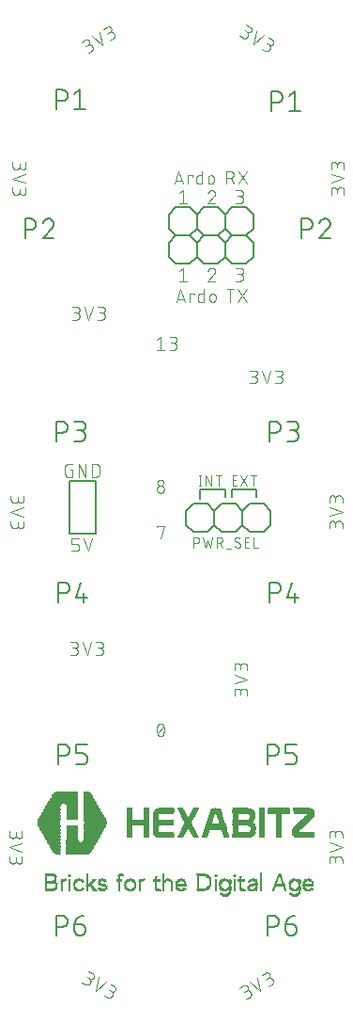
<source format=gbr>
G04 EAGLE Gerber RS-274X export*
G75*
%MOMM*%
%FSLAX34Y34*%
%LPD*%
%INSilkscreen Top*%
%IPPOS*%
%AMOC8*
5,1,8,0,0,1.08239X$1,22.5*%
G01*
%ADD10C,0.101600*%
%ADD11C,0.152400*%
%ADD12C,0.076200*%
%ADD13R,0.345438X0.020319*%
%ADD14R,1.950719X0.020319*%
%ADD15R,0.467356X0.020319*%
%ADD16R,2.072637X0.020319*%
%ADD17R,0.508000X0.020319*%
%ADD18R,2.113281X0.020319*%
%ADD19R,0.528319X0.020319*%
%ADD20R,2.133600X0.020319*%
%ADD21R,0.568956X0.020319*%
%ADD22R,2.174238X0.020319*%
%ADD23R,0.589275X0.020319*%
%ADD24R,2.194556X0.020319*%
%ADD25R,0.609600X0.020319*%
%ADD26R,2.214881X0.020319*%
%ADD27R,0.629919X0.020319*%
%ADD28R,2.235200X0.020319*%
%ADD29R,0.650238X0.020319*%
%ADD30R,2.255519X0.020319*%
%ADD31R,0.670556X0.020319*%
%ADD32R,2.275838X0.020319*%
%ADD33R,0.690875X0.020319*%
%ADD34R,2.296156X0.020319*%
%ADD35R,2.316481X0.020319*%
%ADD36R,0.711200X0.020319*%
%ADD37R,2.336800X0.020319*%
%ADD38R,0.731519X0.020319*%
%ADD39R,0.751838X0.020319*%
%ADD40R,2.357119X0.020319*%
%ADD41R,0.772156X0.020319*%
%ADD42R,2.377438X0.020319*%
%ADD43R,0.792475X0.020319*%
%ADD44R,2.397756X0.020319*%
%ADD45R,2.418081X0.020319*%
%ADD46R,0.812800X0.020319*%
%ADD47R,0.833119X0.020319*%
%ADD48R,2.438400X0.020319*%
%ADD49R,2.458719X0.020319*%
%ADD50R,0.853438X0.020319*%
%ADD51R,0.894081X0.020319*%
%ADD52R,2.479038X0.020319*%
%ADD53R,2.499356X0.020319*%
%ADD54R,0.914400X0.020319*%
%ADD55R,0.934719X0.020319*%
%ADD56R,2.519681X0.020319*%
%ADD57R,0.955038X0.020319*%
%ADD58R,2.540000X0.020319*%
%ADD59R,0.975363X0.020319*%
%ADD60R,2.560319X0.020319*%
%ADD61R,2.580637X0.020319*%
%ADD62R,0.995681X0.020319*%
%ADD63R,2.600956X0.020319*%
%ADD64R,1.016000X0.020319*%
%ADD65R,2.621281X0.020319*%
%ADD66R,1.036319X0.020319*%
%ADD67R,2.641600X0.020319*%
%ADD68R,1.056638X0.020319*%
%ADD69R,2.661919X0.020319*%
%ADD70R,1.076963X0.020319*%
%ADD71R,1.097281X0.020319*%
%ADD72R,1.117600X0.020319*%
%ADD73R,2.682238X0.020319*%
%ADD74R,2.702556X0.020319*%
%ADD75R,1.137919X0.020319*%
%ADD76R,2.722881X0.020319*%
%ADD77R,2.743200X0.020319*%
%ADD78R,1.158238X0.020319*%
%ADD79R,1.280156X0.020319*%
%ADD80R,1.341119X0.020319*%
%ADD81R,1.178556X0.020319*%
%ADD82R,1.259838X0.020319*%
%ADD83R,1.219200X0.020319*%
%ADD84R,1.300481X0.020319*%
%ADD85R,1.300475X0.020319*%
%ADD86R,1.198875X0.020319*%
%ADD87R,1.239519X0.020319*%
%ADD88R,1.076956X0.020319*%
%ADD89R,1.320800X0.020319*%
%ADD90R,1.361438X0.020319*%
%ADD91R,1.381756X0.020319*%
%ADD92R,1.402075X0.020319*%
%ADD93R,1.422400X0.020319*%
%ADD94R,1.564638X0.020319*%
%ADD95R,0.548638X0.020319*%
%ADD96R,1.544319X0.020319*%
%ADD97R,1.666238X0.020319*%
%ADD98R,1.645919X0.020319*%
%ADD99R,1.747519X0.020319*%
%ADD100R,1.442719X0.020319*%
%ADD101R,1.686556X0.020319*%
%ADD102R,1.727200X0.020319*%
%ADD103R,1.808475X0.020319*%
%ADD104R,1.463037X0.020319*%
%ADD105R,1.706875X0.020319*%
%ADD106R,0.568963X0.020319*%
%ADD107R,1.828800X0.020319*%
%ADD108R,1.788156X0.020319*%
%ADD109R,1.849119X0.020319*%
%ADD110R,1.483356X0.020319*%
%ADD111R,0.589281X0.020319*%
%ADD112R,1.889756X0.020319*%
%ADD113R,1.767838X0.020319*%
%ADD114R,1.910075X0.020319*%
%ADD115R,1.503675X0.020319*%
%ADD116R,1.930400X0.020319*%
%ADD117R,1.524000X0.020319*%
%ADD118R,1.971037X0.020319*%
%ADD119R,1.991356X0.020319*%
%ADD120R,1.869438X0.020319*%
%ADD121R,1.584956X0.020319*%
%ADD122R,2.011675X0.020319*%
%ADD123R,1.605275X0.020319*%
%ADD124R,2.032000X0.020319*%
%ADD125R,1.625600X0.020319*%
%ADD126R,2.052319X0.020319*%
%ADD127R,0.690881X0.020319*%
%ADD128R,2.092956X0.020319*%
%ADD129R,0.772163X0.020319*%
%ADD130R,2.011681X0.020319*%
%ADD131R,1.910081X0.020319*%
%ADD132R,0.873756X0.020319*%
%ADD133R,1.889763X0.020319*%
%ADD134R,0.670563X0.020319*%
%ADD135R,1.808481X0.020319*%
%ADD136R,0.792481X0.020319*%
%ADD137R,2.113275X0.020319*%
%ADD138R,0.894075X0.020319*%
%ADD139R,0.487681X0.020319*%
%ADD140R,0.975356X0.020319*%
%ADD141R,1.706881X0.020319*%
%ADD142R,1.503681X0.020319*%
%ADD143R,1.605281X0.020319*%
%ADD144R,0.487675X0.020319*%
%ADD145R,0.447038X0.020319*%
%ADD146R,0.060963X0.020319*%
%ADD147R,1.402081X0.020319*%
%ADD148R,1.280163X0.020319*%
%ADD149R,1.097275X0.020319*%
%ADD150R,2.722875X0.020319*%
%ADD151R,2.621275X0.020319*%
%ADD152R,0.995675X0.020319*%
%ADD153R,2.519675X0.020319*%
%ADD154R,2.418075X0.020319*%
%ADD155R,2.316475X0.020319*%
%ADD156R,2.214875X0.020319*%
%ADD157R,2.153919X0.020319*%
%ADD158R,0.426719X0.020319*%
%ADD159R,0.386075X0.020319*%
%ADD160R,0.132075X0.033019*%
%ADD161R,0.429256X0.033019*%
%ADD162R,0.594356X0.033019*%
%ADD163R,0.693419X0.033019*%
%ADD164R,0.792475X0.033019*%
%ADD165R,0.858519X0.033019*%
%ADD166R,0.363219X0.033019*%
%ADD167R,0.264156X0.033019*%
%ADD168R,0.297175X0.033019*%
%ADD169R,0.264163X0.033019*%
%ADD170R,0.033019X0.033019*%
%ADD171R,0.231138X0.033019*%
%ADD172R,0.198119X0.033019*%
%ADD173R,0.132081X0.033019*%
%ADD174R,0.165100X0.033019*%
%ADD175R,0.396238X0.033019*%
%ADD176R,0.330200X0.033019*%
%ADD177R,0.528319X0.033019*%
%ADD178R,0.561338X0.033019*%
%ADD179R,0.759456X0.033019*%
%ADD180R,0.462275X0.033019*%
%ADD181R,0.924556X0.033019*%
%ADD182R,0.660400X0.033019*%
%ADD183R,0.627381X0.033019*%
%ADD184R,0.495300X0.033019*%
%ADD185R,0.627375X0.033019*%
%ADD186R,0.957581X0.033019*%
%ADD187R,0.726438X0.033019*%
%ADD188R,0.957575X0.033019*%
%ADD189R,0.462281X0.033019*%
%ADD190R,0.990600X0.033019*%
%ADD191R,0.792481X0.033019*%
%ADD192R,0.891538X0.033019*%
%ADD193R,1.023619X0.033019*%
%ADD194R,0.825500X0.033019*%
%ADD195R,0.066037X0.033019*%
%ADD196R,1.056638X0.033019*%
%ADD197R,0.297181X0.033019*%
%ADD198R,0.099056X0.033019*%
%ADD199R,0.099063X0.033019*%
%ADD200R,1.089662X0.033019*%
%ADD201R,0.594363X0.033019*%
%ADD202R,0.429263X0.033019*%
%ADD203C,0.127000*%


D10*
X30671Y691071D02*
X34565Y702755D01*
X38460Y691071D01*
X37486Y693992D02*
X31644Y693992D01*
X43084Y691071D02*
X43084Y698860D01*
X46979Y698860D01*
X46979Y697562D01*
X55772Y702755D02*
X55772Y691071D01*
X52526Y691071D01*
X52439Y691073D01*
X52351Y691079D01*
X52265Y691089D01*
X52178Y691102D01*
X52093Y691120D01*
X52008Y691141D01*
X51924Y691166D01*
X51842Y691195D01*
X51761Y691228D01*
X51681Y691264D01*
X51603Y691303D01*
X51527Y691347D01*
X51453Y691393D01*
X51382Y691443D01*
X51312Y691496D01*
X51245Y691552D01*
X51181Y691611D01*
X51119Y691673D01*
X51060Y691737D01*
X51004Y691804D01*
X50951Y691874D01*
X50901Y691945D01*
X50855Y692019D01*
X50811Y692095D01*
X50772Y692173D01*
X50736Y692253D01*
X50703Y692334D01*
X50674Y692416D01*
X50649Y692500D01*
X50628Y692585D01*
X50610Y692670D01*
X50597Y692757D01*
X50587Y692843D01*
X50581Y692931D01*
X50579Y693018D01*
X50579Y696913D01*
X50581Y697000D01*
X50587Y697088D01*
X50597Y697174D01*
X50610Y697261D01*
X50628Y697346D01*
X50649Y697431D01*
X50674Y697515D01*
X50703Y697597D01*
X50736Y697678D01*
X50772Y697758D01*
X50811Y697836D01*
X50855Y697912D01*
X50901Y697986D01*
X50951Y698057D01*
X51004Y698127D01*
X51060Y698194D01*
X51119Y698258D01*
X51181Y698320D01*
X51245Y698379D01*
X51312Y698435D01*
X51382Y698488D01*
X51453Y698538D01*
X51527Y698584D01*
X51603Y698628D01*
X51681Y698667D01*
X51761Y698703D01*
X51842Y698736D01*
X51924Y698765D01*
X52008Y698790D01*
X52093Y698811D01*
X52178Y698829D01*
X52265Y698842D01*
X52351Y698852D01*
X52439Y698858D01*
X52526Y698860D01*
X55772Y698860D01*
X60925Y696263D02*
X60925Y693667D01*
X60925Y696263D02*
X60927Y696364D01*
X60933Y696464D01*
X60943Y696564D01*
X60956Y696664D01*
X60974Y696763D01*
X60995Y696862D01*
X61020Y696959D01*
X61049Y697056D01*
X61082Y697151D01*
X61118Y697245D01*
X61158Y697337D01*
X61201Y697428D01*
X61248Y697517D01*
X61298Y697604D01*
X61352Y697690D01*
X61409Y697773D01*
X61469Y697853D01*
X61532Y697932D01*
X61599Y698008D01*
X61668Y698081D01*
X61740Y698151D01*
X61814Y698219D01*
X61891Y698284D01*
X61971Y698345D01*
X62053Y698404D01*
X62137Y698459D01*
X62223Y698511D01*
X62311Y698560D01*
X62401Y698605D01*
X62493Y698647D01*
X62586Y698685D01*
X62681Y698719D01*
X62776Y698750D01*
X62873Y698777D01*
X62971Y698800D01*
X63070Y698820D01*
X63170Y698835D01*
X63270Y698847D01*
X63370Y698855D01*
X63471Y698859D01*
X63571Y698859D01*
X63672Y698855D01*
X63772Y698847D01*
X63872Y698835D01*
X63972Y698820D01*
X64071Y698800D01*
X64169Y698777D01*
X64266Y698750D01*
X64361Y698719D01*
X64456Y698685D01*
X64549Y698647D01*
X64641Y698605D01*
X64731Y698560D01*
X64819Y698511D01*
X64905Y698459D01*
X64989Y698404D01*
X65071Y698345D01*
X65151Y698284D01*
X65228Y698219D01*
X65302Y698151D01*
X65374Y698081D01*
X65443Y698008D01*
X65510Y697932D01*
X65573Y697853D01*
X65633Y697773D01*
X65690Y697690D01*
X65744Y697604D01*
X65794Y697517D01*
X65841Y697428D01*
X65884Y697337D01*
X65924Y697245D01*
X65960Y697151D01*
X65993Y697056D01*
X66022Y696959D01*
X66047Y696862D01*
X66068Y696763D01*
X66086Y696664D01*
X66099Y696564D01*
X66109Y696464D01*
X66115Y696364D01*
X66117Y696263D01*
X66118Y696263D02*
X66118Y693667D01*
X66117Y693667D02*
X66115Y693566D01*
X66109Y693466D01*
X66099Y693366D01*
X66086Y693266D01*
X66068Y693167D01*
X66047Y693068D01*
X66022Y692971D01*
X65993Y692874D01*
X65960Y692779D01*
X65924Y692685D01*
X65884Y692593D01*
X65841Y692502D01*
X65794Y692413D01*
X65744Y692326D01*
X65690Y692240D01*
X65633Y692157D01*
X65573Y692077D01*
X65510Y691998D01*
X65443Y691922D01*
X65374Y691849D01*
X65302Y691779D01*
X65228Y691711D01*
X65151Y691646D01*
X65071Y691585D01*
X64989Y691526D01*
X64905Y691471D01*
X64819Y691419D01*
X64731Y691370D01*
X64641Y691325D01*
X64549Y691283D01*
X64456Y691245D01*
X64361Y691211D01*
X64266Y691180D01*
X64169Y691153D01*
X64071Y691130D01*
X63972Y691110D01*
X63872Y691095D01*
X63772Y691083D01*
X63672Y691075D01*
X63571Y691071D01*
X63471Y691071D01*
X63370Y691075D01*
X63270Y691083D01*
X63170Y691095D01*
X63070Y691110D01*
X62971Y691130D01*
X62873Y691153D01*
X62776Y691180D01*
X62681Y691211D01*
X62586Y691245D01*
X62493Y691283D01*
X62401Y691325D01*
X62311Y691370D01*
X62223Y691419D01*
X62137Y691471D01*
X62053Y691526D01*
X61971Y691585D01*
X61891Y691646D01*
X61814Y691711D01*
X61740Y691779D01*
X61668Y691849D01*
X61599Y691922D01*
X61532Y691998D01*
X61469Y692077D01*
X61409Y692157D01*
X61352Y692240D01*
X61298Y692326D01*
X61248Y692413D01*
X61201Y692502D01*
X61158Y692593D01*
X61118Y692685D01*
X61082Y692779D01*
X61049Y692874D01*
X61020Y692971D01*
X60995Y693068D01*
X60974Y693167D01*
X60956Y693266D01*
X60943Y693366D01*
X60933Y693466D01*
X60927Y693566D01*
X60925Y693667D01*
X77494Y691071D02*
X77494Y702755D01*
X80740Y702755D01*
X80853Y702753D01*
X80966Y702747D01*
X81079Y702737D01*
X81192Y702723D01*
X81304Y702706D01*
X81415Y702684D01*
X81525Y702659D01*
X81635Y702629D01*
X81743Y702596D01*
X81850Y702559D01*
X81956Y702519D01*
X82060Y702474D01*
X82163Y702426D01*
X82264Y702375D01*
X82363Y702320D01*
X82460Y702262D01*
X82555Y702200D01*
X82648Y702135D01*
X82738Y702067D01*
X82826Y701996D01*
X82912Y701921D01*
X82995Y701844D01*
X83075Y701764D01*
X83152Y701681D01*
X83227Y701595D01*
X83298Y701507D01*
X83366Y701417D01*
X83431Y701324D01*
X83493Y701229D01*
X83551Y701132D01*
X83606Y701033D01*
X83657Y700932D01*
X83705Y700829D01*
X83750Y700725D01*
X83790Y700619D01*
X83827Y700512D01*
X83860Y700404D01*
X83890Y700294D01*
X83915Y700184D01*
X83937Y700073D01*
X83954Y699961D01*
X83968Y699848D01*
X83978Y699735D01*
X83984Y699622D01*
X83986Y699509D01*
X83984Y699396D01*
X83978Y699283D01*
X83968Y699170D01*
X83954Y699057D01*
X83937Y698945D01*
X83915Y698834D01*
X83890Y698724D01*
X83860Y698614D01*
X83827Y698506D01*
X83790Y698399D01*
X83750Y698293D01*
X83705Y698189D01*
X83657Y698086D01*
X83606Y697985D01*
X83551Y697886D01*
X83493Y697789D01*
X83431Y697694D01*
X83366Y697601D01*
X83298Y697511D01*
X83227Y697423D01*
X83152Y697337D01*
X83075Y697254D01*
X82995Y697174D01*
X82912Y697097D01*
X82826Y697022D01*
X82738Y696951D01*
X82648Y696883D01*
X82555Y696818D01*
X82460Y696756D01*
X82363Y696698D01*
X82264Y696643D01*
X82163Y696592D01*
X82060Y696544D01*
X81956Y696499D01*
X81850Y696459D01*
X81743Y696422D01*
X81635Y696389D01*
X81525Y696359D01*
X81415Y696334D01*
X81304Y696312D01*
X81192Y696295D01*
X81079Y696281D01*
X80966Y696271D01*
X80853Y696265D01*
X80740Y696263D01*
X77494Y696263D01*
X81389Y696263D02*
X83985Y691071D01*
X88201Y691071D02*
X95991Y702755D01*
X88201Y702755D02*
X95991Y691071D01*
X38679Y685292D02*
X35433Y682696D01*
X38679Y685292D02*
X38679Y673608D01*
X41924Y673608D02*
X35433Y673608D01*
X64403Y685292D02*
X64510Y685290D01*
X64616Y685284D01*
X64722Y685274D01*
X64828Y685261D01*
X64934Y685243D01*
X65038Y685222D01*
X65142Y685197D01*
X65245Y685168D01*
X65346Y685136D01*
X65446Y685099D01*
X65545Y685059D01*
X65643Y685016D01*
X65739Y684969D01*
X65833Y684918D01*
X65925Y684864D01*
X66015Y684807D01*
X66103Y684747D01*
X66188Y684683D01*
X66271Y684616D01*
X66352Y684546D01*
X66430Y684474D01*
X66506Y684398D01*
X66578Y684320D01*
X66648Y684239D01*
X66715Y684156D01*
X66779Y684071D01*
X66839Y683983D01*
X66896Y683893D01*
X66950Y683801D01*
X67001Y683707D01*
X67048Y683611D01*
X67091Y683513D01*
X67131Y683414D01*
X67168Y683314D01*
X67200Y683213D01*
X67229Y683110D01*
X67254Y683006D01*
X67275Y682902D01*
X67293Y682796D01*
X67306Y682690D01*
X67316Y682584D01*
X67322Y682478D01*
X67324Y682371D01*
X64403Y685292D02*
X64282Y685290D01*
X64161Y685284D01*
X64041Y685274D01*
X63920Y685261D01*
X63801Y685243D01*
X63681Y685222D01*
X63563Y685197D01*
X63446Y685168D01*
X63329Y685135D01*
X63214Y685099D01*
X63100Y685058D01*
X62987Y685015D01*
X62875Y684967D01*
X62766Y684916D01*
X62658Y684861D01*
X62551Y684803D01*
X62447Y684742D01*
X62345Y684677D01*
X62245Y684609D01*
X62147Y684538D01*
X62051Y684464D01*
X61958Y684387D01*
X61868Y684306D01*
X61780Y684223D01*
X61695Y684137D01*
X61612Y684048D01*
X61533Y683957D01*
X61456Y683863D01*
X61383Y683767D01*
X61313Y683669D01*
X61246Y683568D01*
X61182Y683465D01*
X61122Y683360D01*
X61065Y683253D01*
X61011Y683145D01*
X60961Y683035D01*
X60915Y682923D01*
X60872Y682810D01*
X60833Y682695D01*
X66351Y680099D02*
X66430Y680176D01*
X66506Y680257D01*
X66579Y680340D01*
X66649Y680425D01*
X66716Y680513D01*
X66780Y680603D01*
X66840Y680695D01*
X66897Y680790D01*
X66951Y680886D01*
X67002Y680984D01*
X67049Y681084D01*
X67093Y681186D01*
X67133Y681289D01*
X67169Y681393D01*
X67201Y681499D01*
X67230Y681605D01*
X67255Y681713D01*
X67277Y681821D01*
X67294Y681931D01*
X67308Y682040D01*
X67317Y682150D01*
X67323Y682261D01*
X67325Y682371D01*
X66350Y680099D02*
X60833Y673608D01*
X67324Y673608D01*
X86233Y673608D02*
X89479Y673608D01*
X89592Y673610D01*
X89705Y673616D01*
X89818Y673626D01*
X89931Y673640D01*
X90043Y673657D01*
X90154Y673679D01*
X90264Y673704D01*
X90374Y673734D01*
X90482Y673767D01*
X90589Y673804D01*
X90695Y673844D01*
X90799Y673889D01*
X90902Y673937D01*
X91003Y673988D01*
X91102Y674043D01*
X91199Y674101D01*
X91294Y674163D01*
X91387Y674228D01*
X91477Y674296D01*
X91565Y674367D01*
X91651Y674442D01*
X91734Y674519D01*
X91814Y674599D01*
X91891Y674682D01*
X91966Y674768D01*
X92037Y674856D01*
X92105Y674946D01*
X92170Y675039D01*
X92232Y675134D01*
X92290Y675231D01*
X92345Y675330D01*
X92396Y675431D01*
X92444Y675534D01*
X92489Y675638D01*
X92529Y675744D01*
X92566Y675851D01*
X92599Y675959D01*
X92629Y676069D01*
X92654Y676179D01*
X92676Y676290D01*
X92693Y676402D01*
X92707Y676515D01*
X92717Y676628D01*
X92723Y676741D01*
X92725Y676854D01*
X92723Y676967D01*
X92717Y677080D01*
X92707Y677193D01*
X92693Y677306D01*
X92676Y677418D01*
X92654Y677529D01*
X92629Y677639D01*
X92599Y677749D01*
X92566Y677857D01*
X92529Y677964D01*
X92489Y678070D01*
X92444Y678174D01*
X92396Y678277D01*
X92345Y678378D01*
X92290Y678477D01*
X92232Y678574D01*
X92170Y678669D01*
X92105Y678762D01*
X92037Y678852D01*
X91966Y678940D01*
X91891Y679026D01*
X91814Y679109D01*
X91734Y679189D01*
X91651Y679266D01*
X91565Y679341D01*
X91477Y679412D01*
X91387Y679480D01*
X91294Y679545D01*
X91199Y679607D01*
X91102Y679665D01*
X91003Y679720D01*
X90902Y679771D01*
X90799Y679819D01*
X90695Y679864D01*
X90589Y679904D01*
X90482Y679941D01*
X90374Y679974D01*
X90264Y680004D01*
X90154Y680029D01*
X90043Y680051D01*
X89931Y680068D01*
X89818Y680082D01*
X89705Y680092D01*
X89592Y680098D01*
X89479Y680100D01*
X90128Y685292D02*
X86233Y685292D01*
X90128Y685292D02*
X90229Y685290D01*
X90329Y685284D01*
X90429Y685274D01*
X90529Y685261D01*
X90628Y685243D01*
X90727Y685222D01*
X90824Y685197D01*
X90921Y685168D01*
X91016Y685135D01*
X91110Y685099D01*
X91202Y685059D01*
X91293Y685016D01*
X91382Y684969D01*
X91469Y684919D01*
X91555Y684865D01*
X91638Y684808D01*
X91718Y684748D01*
X91797Y684685D01*
X91873Y684618D01*
X91946Y684549D01*
X92016Y684477D01*
X92084Y684403D01*
X92149Y684326D01*
X92210Y684246D01*
X92269Y684164D01*
X92324Y684080D01*
X92376Y683994D01*
X92425Y683906D01*
X92470Y683816D01*
X92512Y683724D01*
X92550Y683631D01*
X92584Y683536D01*
X92615Y683441D01*
X92642Y683344D01*
X92665Y683246D01*
X92685Y683147D01*
X92700Y683047D01*
X92712Y682947D01*
X92720Y682847D01*
X92724Y682746D01*
X92724Y682646D01*
X92720Y682545D01*
X92712Y682445D01*
X92700Y682345D01*
X92685Y682245D01*
X92665Y682146D01*
X92642Y682048D01*
X92615Y681951D01*
X92584Y681856D01*
X92550Y681761D01*
X92512Y681668D01*
X92470Y681576D01*
X92425Y681486D01*
X92376Y681398D01*
X92324Y681312D01*
X92269Y681228D01*
X92210Y681146D01*
X92149Y681066D01*
X92084Y680989D01*
X92016Y680915D01*
X91946Y680843D01*
X91873Y680774D01*
X91797Y680707D01*
X91718Y680644D01*
X91638Y680584D01*
X91555Y680527D01*
X91469Y680473D01*
X91382Y680423D01*
X91293Y680376D01*
X91202Y680333D01*
X91110Y680293D01*
X91016Y680257D01*
X90921Y680224D01*
X90824Y680195D01*
X90727Y680170D01*
X90628Y680149D01*
X90529Y680131D01*
X90429Y680118D01*
X90329Y680108D01*
X90229Y680102D01*
X90128Y680100D01*
X90128Y680099D02*
X87531Y680099D01*
X36153Y596392D02*
X32258Y584708D01*
X40047Y584708D02*
X36153Y596392D01*
X39074Y587629D02*
X33232Y587629D01*
X44672Y584708D02*
X44672Y592497D01*
X48566Y592497D01*
X48566Y591199D01*
X57359Y596392D02*
X57359Y584708D01*
X54114Y584708D01*
X54027Y584710D01*
X53939Y584716D01*
X53853Y584726D01*
X53766Y584739D01*
X53681Y584757D01*
X53596Y584778D01*
X53512Y584803D01*
X53430Y584832D01*
X53349Y584865D01*
X53269Y584901D01*
X53191Y584940D01*
X53115Y584984D01*
X53041Y585030D01*
X52970Y585080D01*
X52900Y585133D01*
X52833Y585189D01*
X52769Y585248D01*
X52707Y585310D01*
X52648Y585374D01*
X52592Y585441D01*
X52539Y585511D01*
X52489Y585582D01*
X52443Y585656D01*
X52399Y585732D01*
X52360Y585810D01*
X52324Y585890D01*
X52291Y585971D01*
X52262Y586053D01*
X52237Y586137D01*
X52216Y586222D01*
X52198Y586307D01*
X52185Y586394D01*
X52175Y586480D01*
X52169Y586568D01*
X52167Y586655D01*
X52166Y586655D02*
X52166Y590550D01*
X52167Y590550D02*
X52169Y590637D01*
X52175Y590725D01*
X52185Y590811D01*
X52198Y590898D01*
X52216Y590983D01*
X52237Y591068D01*
X52262Y591152D01*
X52291Y591234D01*
X52324Y591315D01*
X52360Y591395D01*
X52399Y591473D01*
X52443Y591549D01*
X52489Y591623D01*
X52539Y591694D01*
X52592Y591764D01*
X52648Y591831D01*
X52707Y591895D01*
X52769Y591957D01*
X52833Y592016D01*
X52900Y592072D01*
X52970Y592125D01*
X53041Y592175D01*
X53115Y592221D01*
X53191Y592265D01*
X53269Y592304D01*
X53349Y592340D01*
X53430Y592373D01*
X53512Y592402D01*
X53596Y592427D01*
X53681Y592448D01*
X53766Y592466D01*
X53853Y592479D01*
X53939Y592489D01*
X54027Y592495D01*
X54114Y592497D01*
X57359Y592497D01*
X62512Y589901D02*
X62512Y587304D01*
X62513Y589901D02*
X62515Y590002D01*
X62521Y590102D01*
X62531Y590202D01*
X62544Y590302D01*
X62562Y590401D01*
X62583Y590500D01*
X62608Y590597D01*
X62637Y590694D01*
X62670Y590789D01*
X62706Y590883D01*
X62746Y590975D01*
X62789Y591066D01*
X62836Y591155D01*
X62886Y591242D01*
X62940Y591328D01*
X62997Y591411D01*
X63057Y591491D01*
X63120Y591570D01*
X63187Y591646D01*
X63256Y591719D01*
X63328Y591789D01*
X63402Y591857D01*
X63479Y591922D01*
X63559Y591983D01*
X63641Y592042D01*
X63725Y592097D01*
X63811Y592149D01*
X63899Y592198D01*
X63989Y592243D01*
X64081Y592285D01*
X64174Y592323D01*
X64269Y592357D01*
X64364Y592388D01*
X64461Y592415D01*
X64559Y592438D01*
X64658Y592458D01*
X64758Y592473D01*
X64858Y592485D01*
X64958Y592493D01*
X65059Y592497D01*
X65159Y592497D01*
X65260Y592493D01*
X65360Y592485D01*
X65460Y592473D01*
X65560Y592458D01*
X65659Y592438D01*
X65757Y592415D01*
X65854Y592388D01*
X65949Y592357D01*
X66044Y592323D01*
X66137Y592285D01*
X66229Y592243D01*
X66319Y592198D01*
X66407Y592149D01*
X66493Y592097D01*
X66577Y592042D01*
X66659Y591983D01*
X66739Y591922D01*
X66816Y591857D01*
X66890Y591789D01*
X66962Y591719D01*
X67031Y591646D01*
X67098Y591570D01*
X67161Y591491D01*
X67221Y591411D01*
X67278Y591328D01*
X67332Y591242D01*
X67382Y591155D01*
X67429Y591066D01*
X67472Y590975D01*
X67512Y590883D01*
X67548Y590789D01*
X67581Y590694D01*
X67610Y590597D01*
X67635Y590500D01*
X67656Y590401D01*
X67674Y590302D01*
X67687Y590202D01*
X67697Y590102D01*
X67703Y590002D01*
X67705Y589901D01*
X67705Y587304D01*
X67703Y587203D01*
X67697Y587103D01*
X67687Y587003D01*
X67674Y586903D01*
X67656Y586804D01*
X67635Y586705D01*
X67610Y586608D01*
X67581Y586511D01*
X67548Y586416D01*
X67512Y586322D01*
X67472Y586230D01*
X67429Y586139D01*
X67382Y586050D01*
X67332Y585963D01*
X67278Y585877D01*
X67221Y585794D01*
X67161Y585714D01*
X67098Y585635D01*
X67031Y585559D01*
X66962Y585486D01*
X66890Y585416D01*
X66816Y585348D01*
X66739Y585283D01*
X66659Y585222D01*
X66577Y585163D01*
X66493Y585108D01*
X66407Y585056D01*
X66319Y585007D01*
X66229Y584962D01*
X66137Y584920D01*
X66044Y584882D01*
X65949Y584848D01*
X65854Y584817D01*
X65757Y584790D01*
X65659Y584767D01*
X65560Y584747D01*
X65460Y584732D01*
X65360Y584720D01*
X65260Y584712D01*
X65159Y584708D01*
X65059Y584708D01*
X64958Y584712D01*
X64858Y584720D01*
X64758Y584732D01*
X64658Y584747D01*
X64559Y584767D01*
X64461Y584790D01*
X64364Y584817D01*
X64269Y584848D01*
X64174Y584882D01*
X64081Y584920D01*
X63989Y584962D01*
X63899Y585007D01*
X63811Y585056D01*
X63725Y585108D01*
X63641Y585163D01*
X63559Y585222D01*
X63479Y585283D01*
X63402Y585348D01*
X63328Y585416D01*
X63256Y585486D01*
X63187Y585559D01*
X63120Y585635D01*
X63057Y585714D01*
X62997Y585794D01*
X62940Y585877D01*
X62886Y585963D01*
X62836Y586050D01*
X62789Y586139D01*
X62746Y586230D01*
X62706Y586322D01*
X62670Y586416D01*
X62637Y586511D01*
X62608Y586608D01*
X62583Y586705D01*
X62562Y586804D01*
X62544Y586903D01*
X62531Y587003D01*
X62521Y587103D01*
X62515Y587203D01*
X62513Y587304D01*
X81111Y584708D02*
X81111Y596392D01*
X84356Y596392D02*
X77865Y596392D01*
X87884Y584708D02*
X95673Y596392D01*
X87884Y596392D02*
X95673Y584708D01*
X38679Y615442D02*
X35433Y612846D01*
X38679Y615442D02*
X38679Y603758D01*
X41924Y603758D02*
X35433Y603758D01*
X64403Y615442D02*
X64510Y615440D01*
X64616Y615434D01*
X64722Y615424D01*
X64828Y615411D01*
X64934Y615393D01*
X65038Y615372D01*
X65142Y615347D01*
X65245Y615318D01*
X65346Y615286D01*
X65446Y615249D01*
X65545Y615209D01*
X65643Y615166D01*
X65739Y615119D01*
X65833Y615068D01*
X65925Y615014D01*
X66015Y614957D01*
X66103Y614897D01*
X66188Y614833D01*
X66271Y614766D01*
X66352Y614696D01*
X66430Y614624D01*
X66506Y614548D01*
X66578Y614470D01*
X66648Y614389D01*
X66715Y614306D01*
X66779Y614221D01*
X66839Y614133D01*
X66896Y614043D01*
X66950Y613951D01*
X67001Y613857D01*
X67048Y613761D01*
X67091Y613663D01*
X67131Y613564D01*
X67168Y613464D01*
X67200Y613363D01*
X67229Y613260D01*
X67254Y613156D01*
X67275Y613052D01*
X67293Y612946D01*
X67306Y612840D01*
X67316Y612734D01*
X67322Y612628D01*
X67324Y612521D01*
X64403Y615442D02*
X64282Y615440D01*
X64161Y615434D01*
X64041Y615424D01*
X63920Y615411D01*
X63801Y615393D01*
X63681Y615372D01*
X63563Y615347D01*
X63446Y615318D01*
X63329Y615285D01*
X63214Y615249D01*
X63100Y615208D01*
X62987Y615165D01*
X62875Y615117D01*
X62766Y615066D01*
X62658Y615011D01*
X62551Y614953D01*
X62447Y614892D01*
X62345Y614827D01*
X62245Y614759D01*
X62147Y614688D01*
X62051Y614614D01*
X61958Y614537D01*
X61868Y614456D01*
X61780Y614373D01*
X61695Y614287D01*
X61612Y614198D01*
X61533Y614107D01*
X61456Y614013D01*
X61383Y613917D01*
X61313Y613819D01*
X61246Y613718D01*
X61182Y613615D01*
X61122Y613510D01*
X61065Y613403D01*
X61011Y613295D01*
X60961Y613185D01*
X60915Y613073D01*
X60872Y612960D01*
X60833Y612845D01*
X66351Y610249D02*
X66430Y610326D01*
X66506Y610407D01*
X66579Y610490D01*
X66649Y610575D01*
X66716Y610663D01*
X66780Y610753D01*
X66840Y610845D01*
X66897Y610940D01*
X66951Y611036D01*
X67002Y611134D01*
X67049Y611234D01*
X67093Y611336D01*
X67133Y611439D01*
X67169Y611543D01*
X67201Y611649D01*
X67230Y611755D01*
X67255Y611863D01*
X67277Y611971D01*
X67294Y612081D01*
X67308Y612190D01*
X67317Y612300D01*
X67323Y612411D01*
X67325Y612521D01*
X66350Y610249D02*
X60833Y603758D01*
X67324Y603758D01*
X86233Y603758D02*
X89479Y603758D01*
X89592Y603760D01*
X89705Y603766D01*
X89818Y603776D01*
X89931Y603790D01*
X90043Y603807D01*
X90154Y603829D01*
X90264Y603854D01*
X90374Y603884D01*
X90482Y603917D01*
X90589Y603954D01*
X90695Y603994D01*
X90799Y604039D01*
X90902Y604087D01*
X91003Y604138D01*
X91102Y604193D01*
X91199Y604251D01*
X91294Y604313D01*
X91387Y604378D01*
X91477Y604446D01*
X91565Y604517D01*
X91651Y604592D01*
X91734Y604669D01*
X91814Y604749D01*
X91891Y604832D01*
X91966Y604918D01*
X92037Y605006D01*
X92105Y605096D01*
X92170Y605189D01*
X92232Y605284D01*
X92290Y605381D01*
X92345Y605480D01*
X92396Y605581D01*
X92444Y605684D01*
X92489Y605788D01*
X92529Y605894D01*
X92566Y606001D01*
X92599Y606109D01*
X92629Y606219D01*
X92654Y606329D01*
X92676Y606440D01*
X92693Y606552D01*
X92707Y606665D01*
X92717Y606778D01*
X92723Y606891D01*
X92725Y607004D01*
X92723Y607117D01*
X92717Y607230D01*
X92707Y607343D01*
X92693Y607456D01*
X92676Y607568D01*
X92654Y607679D01*
X92629Y607789D01*
X92599Y607899D01*
X92566Y608007D01*
X92529Y608114D01*
X92489Y608220D01*
X92444Y608324D01*
X92396Y608427D01*
X92345Y608528D01*
X92290Y608627D01*
X92232Y608724D01*
X92170Y608819D01*
X92105Y608912D01*
X92037Y609002D01*
X91966Y609090D01*
X91891Y609176D01*
X91814Y609259D01*
X91734Y609339D01*
X91651Y609416D01*
X91565Y609491D01*
X91477Y609562D01*
X91387Y609630D01*
X91294Y609695D01*
X91199Y609757D01*
X91102Y609815D01*
X91003Y609870D01*
X90902Y609921D01*
X90799Y609969D01*
X90695Y610014D01*
X90589Y610054D01*
X90482Y610091D01*
X90374Y610124D01*
X90264Y610154D01*
X90154Y610179D01*
X90043Y610201D01*
X89931Y610218D01*
X89818Y610232D01*
X89705Y610242D01*
X89592Y610248D01*
X89479Y610250D01*
X90128Y615442D02*
X86233Y615442D01*
X90128Y615442D02*
X90229Y615440D01*
X90329Y615434D01*
X90429Y615424D01*
X90529Y615411D01*
X90628Y615393D01*
X90727Y615372D01*
X90824Y615347D01*
X90921Y615318D01*
X91016Y615285D01*
X91110Y615249D01*
X91202Y615209D01*
X91293Y615166D01*
X91382Y615119D01*
X91469Y615069D01*
X91555Y615015D01*
X91638Y614958D01*
X91718Y614898D01*
X91797Y614835D01*
X91873Y614768D01*
X91946Y614699D01*
X92016Y614627D01*
X92084Y614553D01*
X92149Y614476D01*
X92210Y614396D01*
X92269Y614314D01*
X92324Y614230D01*
X92376Y614144D01*
X92425Y614056D01*
X92470Y613966D01*
X92512Y613874D01*
X92550Y613781D01*
X92584Y613686D01*
X92615Y613591D01*
X92642Y613494D01*
X92665Y613396D01*
X92685Y613297D01*
X92700Y613197D01*
X92712Y613097D01*
X92720Y612997D01*
X92724Y612896D01*
X92724Y612796D01*
X92720Y612695D01*
X92712Y612595D01*
X92700Y612495D01*
X92685Y612395D01*
X92665Y612296D01*
X92642Y612198D01*
X92615Y612101D01*
X92584Y612006D01*
X92550Y611911D01*
X92512Y611818D01*
X92470Y611726D01*
X92425Y611636D01*
X92376Y611548D01*
X92324Y611462D01*
X92269Y611378D01*
X92210Y611296D01*
X92149Y611216D01*
X92084Y611139D01*
X92016Y611065D01*
X91946Y610993D01*
X91873Y610924D01*
X91797Y610857D01*
X91718Y610794D01*
X91638Y610734D01*
X91555Y610677D01*
X91469Y610623D01*
X91382Y610573D01*
X91293Y610526D01*
X91202Y610483D01*
X91110Y610443D01*
X91016Y610407D01*
X90921Y610374D01*
X90824Y610345D01*
X90727Y610320D01*
X90628Y610299D01*
X90529Y610281D01*
X90429Y610268D01*
X90329Y610258D01*
X90229Y610252D01*
X90128Y610250D01*
X90128Y610249D02*
X87531Y610249D01*
D11*
X118237Y756412D02*
X118237Y774192D01*
X123176Y774192D01*
X123316Y774190D01*
X123455Y774184D01*
X123595Y774174D01*
X123734Y774160D01*
X123873Y774143D01*
X124011Y774121D01*
X124148Y774095D01*
X124285Y774066D01*
X124421Y774033D01*
X124555Y773996D01*
X124689Y773955D01*
X124821Y773910D01*
X124953Y773861D01*
X125082Y773809D01*
X125210Y773754D01*
X125337Y773694D01*
X125462Y773631D01*
X125585Y773565D01*
X125706Y773495D01*
X125825Y773422D01*
X125942Y773345D01*
X126056Y773265D01*
X126169Y773182D01*
X126279Y773096D01*
X126386Y773006D01*
X126491Y772914D01*
X126593Y772819D01*
X126693Y772721D01*
X126790Y772620D01*
X126884Y772516D01*
X126974Y772410D01*
X127062Y772301D01*
X127147Y772190D01*
X127228Y772076D01*
X127307Y771961D01*
X127382Y771843D01*
X127453Y771723D01*
X127521Y771600D01*
X127586Y771477D01*
X127647Y771351D01*
X127705Y771223D01*
X127759Y771095D01*
X127809Y770964D01*
X127856Y770832D01*
X127899Y770699D01*
X127938Y770565D01*
X127973Y770430D01*
X128004Y770294D01*
X128032Y770156D01*
X128055Y770019D01*
X128075Y769880D01*
X128091Y769741D01*
X128103Y769602D01*
X128111Y769463D01*
X128115Y769323D01*
X128115Y769183D01*
X128111Y769043D01*
X128103Y768904D01*
X128091Y768765D01*
X128075Y768626D01*
X128055Y768487D01*
X128032Y768350D01*
X128004Y768212D01*
X127973Y768076D01*
X127938Y767941D01*
X127899Y767807D01*
X127856Y767674D01*
X127809Y767542D01*
X127759Y767411D01*
X127705Y767283D01*
X127647Y767155D01*
X127586Y767029D01*
X127521Y766906D01*
X127453Y766784D01*
X127382Y766663D01*
X127307Y766545D01*
X127228Y766430D01*
X127147Y766316D01*
X127062Y766205D01*
X126974Y766096D01*
X126884Y765990D01*
X126790Y765886D01*
X126693Y765785D01*
X126593Y765687D01*
X126491Y765592D01*
X126386Y765500D01*
X126279Y765410D01*
X126169Y765324D01*
X126056Y765241D01*
X125942Y765161D01*
X125825Y765084D01*
X125706Y765011D01*
X125585Y764941D01*
X125462Y764875D01*
X125337Y764812D01*
X125210Y764752D01*
X125082Y764697D01*
X124953Y764645D01*
X124821Y764596D01*
X124689Y764551D01*
X124555Y764510D01*
X124421Y764473D01*
X124285Y764440D01*
X124148Y764411D01*
X124011Y764385D01*
X123873Y764363D01*
X123734Y764346D01*
X123595Y764332D01*
X123455Y764322D01*
X123316Y764316D01*
X123176Y764314D01*
X118237Y764314D01*
X134232Y770241D02*
X139171Y774192D01*
X139171Y756412D01*
X134232Y756412D02*
X144110Y756412D01*
X145225Y659892D02*
X145225Y642112D01*
X145225Y659892D02*
X150163Y659892D01*
X150303Y659890D01*
X150442Y659884D01*
X150582Y659874D01*
X150721Y659860D01*
X150860Y659843D01*
X150998Y659821D01*
X151135Y659795D01*
X151272Y659766D01*
X151408Y659733D01*
X151542Y659696D01*
X151676Y659655D01*
X151808Y659610D01*
X151940Y659561D01*
X152069Y659509D01*
X152197Y659454D01*
X152324Y659394D01*
X152449Y659331D01*
X152572Y659265D01*
X152693Y659195D01*
X152812Y659122D01*
X152929Y659045D01*
X153043Y658965D01*
X153156Y658882D01*
X153266Y658796D01*
X153373Y658706D01*
X153478Y658614D01*
X153580Y658519D01*
X153680Y658421D01*
X153777Y658320D01*
X153871Y658216D01*
X153961Y658110D01*
X154049Y658001D01*
X154134Y657890D01*
X154215Y657776D01*
X154294Y657661D01*
X154369Y657543D01*
X154440Y657423D01*
X154508Y657300D01*
X154573Y657177D01*
X154634Y657051D01*
X154692Y656923D01*
X154746Y656795D01*
X154796Y656664D01*
X154843Y656532D01*
X154886Y656399D01*
X154925Y656265D01*
X154960Y656130D01*
X154991Y655994D01*
X155019Y655856D01*
X155042Y655719D01*
X155062Y655580D01*
X155078Y655441D01*
X155090Y655302D01*
X155098Y655163D01*
X155102Y655023D01*
X155102Y654883D01*
X155098Y654743D01*
X155090Y654604D01*
X155078Y654465D01*
X155062Y654326D01*
X155042Y654187D01*
X155019Y654050D01*
X154991Y653912D01*
X154960Y653776D01*
X154925Y653641D01*
X154886Y653507D01*
X154843Y653374D01*
X154796Y653242D01*
X154746Y653111D01*
X154692Y652983D01*
X154634Y652855D01*
X154573Y652729D01*
X154508Y652606D01*
X154440Y652484D01*
X154369Y652363D01*
X154294Y652245D01*
X154215Y652130D01*
X154134Y652016D01*
X154049Y651905D01*
X153961Y651796D01*
X153871Y651690D01*
X153777Y651586D01*
X153680Y651485D01*
X153580Y651387D01*
X153478Y651292D01*
X153373Y651200D01*
X153266Y651110D01*
X153156Y651024D01*
X153043Y650941D01*
X152929Y650861D01*
X152812Y650784D01*
X152693Y650711D01*
X152572Y650641D01*
X152449Y650575D01*
X152324Y650512D01*
X152197Y650452D01*
X152069Y650397D01*
X151940Y650345D01*
X151808Y650296D01*
X151676Y650251D01*
X151542Y650210D01*
X151408Y650173D01*
X151272Y650140D01*
X151135Y650111D01*
X150998Y650085D01*
X150860Y650063D01*
X150721Y650046D01*
X150582Y650032D01*
X150442Y650022D01*
X150303Y650016D01*
X150163Y650014D01*
X145225Y650014D01*
X166652Y659892D02*
X166784Y659890D01*
X166915Y659884D01*
X167047Y659874D01*
X167178Y659861D01*
X167308Y659843D01*
X167438Y659822D01*
X167568Y659797D01*
X167696Y659768D01*
X167824Y659735D01*
X167950Y659698D01*
X168076Y659658D01*
X168200Y659614D01*
X168323Y659566D01*
X168444Y659515D01*
X168564Y659460D01*
X168682Y659402D01*
X168798Y659340D01*
X168912Y659274D01*
X169025Y659206D01*
X169135Y659134D01*
X169243Y659059D01*
X169349Y658980D01*
X169453Y658899D01*
X169554Y658814D01*
X169652Y658727D01*
X169748Y658636D01*
X169841Y658543D01*
X169932Y658447D01*
X170019Y658349D01*
X170104Y658248D01*
X170185Y658144D01*
X170264Y658038D01*
X170339Y657930D01*
X170411Y657820D01*
X170479Y657707D01*
X170545Y657593D01*
X170607Y657477D01*
X170665Y657359D01*
X170720Y657239D01*
X170771Y657118D01*
X170819Y656995D01*
X170863Y656871D01*
X170903Y656745D01*
X170940Y656619D01*
X170973Y656491D01*
X171002Y656363D01*
X171027Y656233D01*
X171048Y656103D01*
X171066Y655973D01*
X171079Y655842D01*
X171089Y655710D01*
X171095Y655579D01*
X171097Y655447D01*
X166652Y659892D02*
X166502Y659890D01*
X166353Y659884D01*
X166204Y659874D01*
X166055Y659861D01*
X165906Y659843D01*
X165758Y659822D01*
X165610Y659796D01*
X165464Y659767D01*
X165318Y659734D01*
X165173Y659697D01*
X165029Y659656D01*
X164886Y659612D01*
X164744Y659564D01*
X164604Y659512D01*
X164465Y659457D01*
X164327Y659398D01*
X164192Y659335D01*
X164057Y659269D01*
X163925Y659199D01*
X163795Y659126D01*
X163666Y659049D01*
X163539Y658969D01*
X163415Y658886D01*
X163293Y658800D01*
X163173Y658710D01*
X163056Y658617D01*
X162941Y658522D01*
X162828Y658423D01*
X162718Y658321D01*
X162611Y658217D01*
X162507Y658110D01*
X162405Y658000D01*
X162307Y657887D01*
X162211Y657772D01*
X162119Y657654D01*
X162029Y657534D01*
X161943Y657412D01*
X161860Y657288D01*
X161780Y657161D01*
X161704Y657033D01*
X161631Y656902D01*
X161561Y656769D01*
X161495Y656635D01*
X161433Y656499D01*
X161374Y656362D01*
X161318Y656223D01*
X161267Y656082D01*
X161219Y655941D01*
X169615Y651990D02*
X169711Y652083D01*
X169803Y652179D01*
X169893Y652278D01*
X169980Y652379D01*
X170065Y652482D01*
X170146Y652587D01*
X170224Y652695D01*
X170299Y652805D01*
X170372Y652917D01*
X170441Y653031D01*
X170507Y653147D01*
X170569Y653265D01*
X170628Y653384D01*
X170684Y653505D01*
X170737Y653628D01*
X170786Y653752D01*
X170831Y653877D01*
X170874Y654004D01*
X170912Y654131D01*
X170947Y654260D01*
X170978Y654389D01*
X171006Y654520D01*
X171030Y654651D01*
X171051Y654783D01*
X171067Y654915D01*
X171080Y655048D01*
X171090Y655181D01*
X171095Y655314D01*
X171097Y655447D01*
X169616Y651990D02*
X161220Y642112D01*
X171097Y642112D01*
X116650Y477330D02*
X116650Y459550D01*
X116650Y477330D02*
X121588Y477330D01*
X121728Y477328D01*
X121867Y477322D01*
X122007Y477312D01*
X122146Y477298D01*
X122285Y477281D01*
X122423Y477259D01*
X122560Y477233D01*
X122697Y477204D01*
X122833Y477171D01*
X122967Y477134D01*
X123101Y477093D01*
X123233Y477048D01*
X123365Y476999D01*
X123494Y476947D01*
X123622Y476892D01*
X123749Y476832D01*
X123874Y476769D01*
X123997Y476703D01*
X124118Y476633D01*
X124237Y476560D01*
X124354Y476483D01*
X124468Y476403D01*
X124581Y476320D01*
X124691Y476234D01*
X124798Y476144D01*
X124903Y476052D01*
X125005Y475957D01*
X125105Y475859D01*
X125202Y475758D01*
X125296Y475654D01*
X125386Y475548D01*
X125474Y475439D01*
X125559Y475328D01*
X125640Y475214D01*
X125719Y475099D01*
X125794Y474981D01*
X125865Y474861D01*
X125933Y474738D01*
X125998Y474615D01*
X126059Y474489D01*
X126117Y474361D01*
X126171Y474233D01*
X126221Y474102D01*
X126268Y473970D01*
X126311Y473837D01*
X126350Y473703D01*
X126385Y473568D01*
X126416Y473432D01*
X126444Y473294D01*
X126467Y473157D01*
X126487Y473018D01*
X126503Y472879D01*
X126515Y472740D01*
X126523Y472601D01*
X126527Y472461D01*
X126527Y472321D01*
X126523Y472181D01*
X126515Y472042D01*
X126503Y471903D01*
X126487Y471764D01*
X126467Y471625D01*
X126444Y471488D01*
X126416Y471350D01*
X126385Y471214D01*
X126350Y471079D01*
X126311Y470945D01*
X126268Y470812D01*
X126221Y470680D01*
X126171Y470549D01*
X126117Y470421D01*
X126059Y470293D01*
X125998Y470167D01*
X125933Y470044D01*
X125865Y469922D01*
X125794Y469801D01*
X125719Y469683D01*
X125640Y469568D01*
X125559Y469454D01*
X125474Y469343D01*
X125386Y469234D01*
X125296Y469128D01*
X125202Y469024D01*
X125105Y468923D01*
X125005Y468825D01*
X124903Y468730D01*
X124798Y468638D01*
X124691Y468548D01*
X124581Y468462D01*
X124468Y468379D01*
X124354Y468299D01*
X124237Y468222D01*
X124118Y468149D01*
X123997Y468079D01*
X123874Y468013D01*
X123749Y467950D01*
X123622Y467890D01*
X123494Y467835D01*
X123365Y467783D01*
X123233Y467734D01*
X123101Y467689D01*
X122967Y467648D01*
X122833Y467611D01*
X122697Y467578D01*
X122560Y467549D01*
X122423Y467523D01*
X122285Y467501D01*
X122146Y467484D01*
X122007Y467470D01*
X121867Y467460D01*
X121728Y467454D01*
X121588Y467452D01*
X116650Y467452D01*
X132645Y459550D02*
X137583Y459550D01*
X137583Y459549D02*
X137723Y459551D01*
X137862Y459557D01*
X138002Y459567D01*
X138141Y459581D01*
X138280Y459598D01*
X138418Y459620D01*
X138555Y459646D01*
X138692Y459675D01*
X138828Y459708D01*
X138962Y459745D01*
X139096Y459786D01*
X139228Y459831D01*
X139360Y459880D01*
X139489Y459932D01*
X139617Y459987D01*
X139744Y460047D01*
X139869Y460110D01*
X139992Y460176D01*
X140113Y460246D01*
X140232Y460319D01*
X140349Y460396D01*
X140463Y460476D01*
X140576Y460559D01*
X140686Y460645D01*
X140793Y460735D01*
X140898Y460827D01*
X141000Y460922D01*
X141100Y461020D01*
X141197Y461121D01*
X141291Y461225D01*
X141381Y461331D01*
X141469Y461440D01*
X141554Y461551D01*
X141635Y461665D01*
X141714Y461780D01*
X141789Y461898D01*
X141860Y462019D01*
X141928Y462141D01*
X141993Y462264D01*
X142054Y462390D01*
X142112Y462518D01*
X142166Y462646D01*
X142216Y462777D01*
X142263Y462909D01*
X142306Y463042D01*
X142345Y463176D01*
X142380Y463311D01*
X142411Y463447D01*
X142439Y463585D01*
X142462Y463722D01*
X142482Y463861D01*
X142498Y464000D01*
X142510Y464139D01*
X142518Y464278D01*
X142522Y464418D01*
X142522Y464558D01*
X142518Y464698D01*
X142510Y464837D01*
X142498Y464976D01*
X142482Y465115D01*
X142462Y465254D01*
X142439Y465391D01*
X142411Y465529D01*
X142380Y465665D01*
X142345Y465800D01*
X142306Y465934D01*
X142263Y466067D01*
X142216Y466199D01*
X142166Y466330D01*
X142112Y466458D01*
X142054Y466586D01*
X141993Y466712D01*
X141928Y466835D01*
X141860Y466958D01*
X141789Y467078D01*
X141714Y467196D01*
X141635Y467311D01*
X141554Y467425D01*
X141469Y467536D01*
X141381Y467645D01*
X141291Y467751D01*
X141197Y467855D01*
X141100Y467956D01*
X141000Y468054D01*
X140898Y468149D01*
X140793Y468241D01*
X140686Y468331D01*
X140576Y468417D01*
X140463Y468500D01*
X140349Y468580D01*
X140232Y468657D01*
X140113Y468730D01*
X139992Y468800D01*
X139869Y468866D01*
X139744Y468929D01*
X139617Y468989D01*
X139489Y469044D01*
X139360Y469096D01*
X139228Y469145D01*
X139096Y469190D01*
X138962Y469231D01*
X138828Y469268D01*
X138692Y469301D01*
X138555Y469330D01*
X138418Y469356D01*
X138280Y469378D01*
X138141Y469395D01*
X138002Y469409D01*
X137862Y469419D01*
X137723Y469425D01*
X137583Y469427D01*
X138571Y477330D02*
X132645Y477330D01*
X138571Y477329D02*
X138695Y477327D01*
X138819Y477321D01*
X138943Y477311D01*
X139066Y477298D01*
X139189Y477280D01*
X139311Y477259D01*
X139433Y477234D01*
X139554Y477205D01*
X139673Y477172D01*
X139792Y477136D01*
X139909Y477095D01*
X140025Y477052D01*
X140140Y477004D01*
X140253Y476953D01*
X140365Y476898D01*
X140474Y476840D01*
X140582Y476779D01*
X140688Y476714D01*
X140792Y476646D01*
X140893Y476574D01*
X140993Y476500D01*
X141089Y476422D01*
X141184Y476342D01*
X141276Y476258D01*
X141365Y476172D01*
X141451Y476083D01*
X141535Y475991D01*
X141615Y475896D01*
X141693Y475800D01*
X141767Y475700D01*
X141839Y475599D01*
X141907Y475495D01*
X141972Y475389D01*
X142033Y475281D01*
X142091Y475172D01*
X142146Y475060D01*
X142197Y474947D01*
X142245Y474832D01*
X142288Y474716D01*
X142329Y474599D01*
X142365Y474480D01*
X142398Y474361D01*
X142427Y474240D01*
X142452Y474118D01*
X142473Y473996D01*
X142491Y473873D01*
X142504Y473750D01*
X142514Y473626D01*
X142520Y473502D01*
X142522Y473378D01*
X142520Y473254D01*
X142514Y473130D01*
X142504Y473006D01*
X142491Y472883D01*
X142473Y472760D01*
X142452Y472638D01*
X142427Y472516D01*
X142398Y472395D01*
X142365Y472276D01*
X142329Y472157D01*
X142288Y472040D01*
X142245Y471924D01*
X142197Y471809D01*
X142146Y471696D01*
X142091Y471584D01*
X142033Y471475D01*
X141972Y471367D01*
X141907Y471261D01*
X141839Y471157D01*
X141767Y471056D01*
X141693Y470956D01*
X141615Y470860D01*
X141535Y470765D01*
X141451Y470673D01*
X141365Y470584D01*
X141276Y470498D01*
X141184Y470414D01*
X141089Y470334D01*
X140993Y470256D01*
X140893Y470182D01*
X140792Y470110D01*
X140688Y470042D01*
X140582Y469977D01*
X140474Y469916D01*
X140365Y469858D01*
X140253Y469803D01*
X140140Y469752D01*
X140025Y469704D01*
X139909Y469661D01*
X139792Y469620D01*
X139673Y469584D01*
X139554Y469551D01*
X139433Y469522D01*
X139311Y469497D01*
X139189Y469476D01*
X139066Y469458D01*
X138943Y469445D01*
X138819Y469435D01*
X138695Y469429D01*
X138571Y469427D01*
X134620Y469427D01*
X116650Y332867D02*
X116650Y315087D01*
X116650Y332867D02*
X121588Y332867D01*
X121728Y332865D01*
X121867Y332859D01*
X122007Y332849D01*
X122146Y332835D01*
X122285Y332818D01*
X122423Y332796D01*
X122560Y332770D01*
X122697Y332741D01*
X122833Y332708D01*
X122967Y332671D01*
X123101Y332630D01*
X123233Y332585D01*
X123365Y332536D01*
X123494Y332484D01*
X123622Y332429D01*
X123749Y332369D01*
X123874Y332306D01*
X123997Y332240D01*
X124118Y332170D01*
X124237Y332097D01*
X124354Y332020D01*
X124468Y331940D01*
X124581Y331857D01*
X124691Y331771D01*
X124798Y331681D01*
X124903Y331589D01*
X125005Y331494D01*
X125105Y331396D01*
X125202Y331295D01*
X125296Y331191D01*
X125386Y331085D01*
X125474Y330976D01*
X125559Y330865D01*
X125640Y330751D01*
X125719Y330636D01*
X125794Y330518D01*
X125865Y330398D01*
X125933Y330275D01*
X125998Y330152D01*
X126059Y330026D01*
X126117Y329898D01*
X126171Y329770D01*
X126221Y329639D01*
X126268Y329507D01*
X126311Y329374D01*
X126350Y329240D01*
X126385Y329105D01*
X126416Y328969D01*
X126444Y328831D01*
X126467Y328694D01*
X126487Y328555D01*
X126503Y328416D01*
X126515Y328277D01*
X126523Y328138D01*
X126527Y327998D01*
X126527Y327858D01*
X126523Y327718D01*
X126515Y327579D01*
X126503Y327440D01*
X126487Y327301D01*
X126467Y327162D01*
X126444Y327025D01*
X126416Y326887D01*
X126385Y326751D01*
X126350Y326616D01*
X126311Y326482D01*
X126268Y326349D01*
X126221Y326217D01*
X126171Y326086D01*
X126117Y325958D01*
X126059Y325830D01*
X125998Y325704D01*
X125933Y325581D01*
X125865Y325459D01*
X125794Y325338D01*
X125719Y325220D01*
X125640Y325105D01*
X125559Y324991D01*
X125474Y324880D01*
X125386Y324771D01*
X125296Y324665D01*
X125202Y324561D01*
X125105Y324460D01*
X125005Y324362D01*
X124903Y324267D01*
X124798Y324175D01*
X124691Y324085D01*
X124581Y323999D01*
X124468Y323916D01*
X124354Y323836D01*
X124237Y323759D01*
X124118Y323686D01*
X123997Y323616D01*
X123874Y323550D01*
X123749Y323487D01*
X123622Y323427D01*
X123494Y323372D01*
X123365Y323320D01*
X123233Y323271D01*
X123101Y323226D01*
X122967Y323185D01*
X122833Y323148D01*
X122697Y323115D01*
X122560Y323086D01*
X122423Y323060D01*
X122285Y323038D01*
X122146Y323021D01*
X122007Y323007D01*
X121867Y322997D01*
X121728Y322991D01*
X121588Y322989D01*
X116650Y322989D01*
X132645Y319038D02*
X136596Y332867D01*
X132645Y319038D02*
X142522Y319038D01*
X139559Y322989D02*
X139559Y315087D01*
X115062Y186817D02*
X115062Y169037D01*
X115062Y186817D02*
X120001Y186817D01*
X120141Y186815D01*
X120280Y186809D01*
X120420Y186799D01*
X120559Y186785D01*
X120698Y186768D01*
X120836Y186746D01*
X120973Y186720D01*
X121110Y186691D01*
X121246Y186658D01*
X121380Y186621D01*
X121514Y186580D01*
X121646Y186535D01*
X121778Y186486D01*
X121907Y186434D01*
X122035Y186379D01*
X122162Y186319D01*
X122287Y186256D01*
X122410Y186190D01*
X122531Y186120D01*
X122650Y186047D01*
X122767Y185970D01*
X122881Y185890D01*
X122994Y185807D01*
X123104Y185721D01*
X123211Y185631D01*
X123316Y185539D01*
X123418Y185444D01*
X123518Y185346D01*
X123615Y185245D01*
X123709Y185141D01*
X123799Y185035D01*
X123887Y184926D01*
X123972Y184815D01*
X124053Y184701D01*
X124132Y184586D01*
X124207Y184468D01*
X124278Y184348D01*
X124346Y184225D01*
X124411Y184102D01*
X124472Y183976D01*
X124530Y183848D01*
X124584Y183720D01*
X124634Y183589D01*
X124681Y183457D01*
X124724Y183324D01*
X124763Y183190D01*
X124798Y183055D01*
X124829Y182919D01*
X124857Y182781D01*
X124880Y182644D01*
X124900Y182505D01*
X124916Y182366D01*
X124928Y182227D01*
X124936Y182088D01*
X124940Y181948D01*
X124940Y181808D01*
X124936Y181668D01*
X124928Y181529D01*
X124916Y181390D01*
X124900Y181251D01*
X124880Y181112D01*
X124857Y180975D01*
X124829Y180837D01*
X124798Y180701D01*
X124763Y180566D01*
X124724Y180432D01*
X124681Y180299D01*
X124634Y180167D01*
X124584Y180036D01*
X124530Y179908D01*
X124472Y179780D01*
X124411Y179654D01*
X124346Y179531D01*
X124278Y179409D01*
X124207Y179288D01*
X124132Y179170D01*
X124053Y179055D01*
X123972Y178941D01*
X123887Y178830D01*
X123799Y178721D01*
X123709Y178615D01*
X123615Y178511D01*
X123518Y178410D01*
X123418Y178312D01*
X123316Y178217D01*
X123211Y178125D01*
X123104Y178035D01*
X122994Y177949D01*
X122881Y177866D01*
X122767Y177786D01*
X122650Y177709D01*
X122531Y177636D01*
X122410Y177566D01*
X122287Y177500D01*
X122162Y177437D01*
X122035Y177377D01*
X121907Y177322D01*
X121778Y177270D01*
X121646Y177221D01*
X121514Y177176D01*
X121380Y177135D01*
X121246Y177098D01*
X121110Y177065D01*
X120973Y177036D01*
X120836Y177010D01*
X120698Y176988D01*
X120559Y176971D01*
X120420Y176957D01*
X120280Y176947D01*
X120141Y176941D01*
X120001Y176939D01*
X115062Y176939D01*
X131057Y169037D02*
X136984Y169037D01*
X137108Y169039D01*
X137232Y169045D01*
X137356Y169055D01*
X137479Y169068D01*
X137602Y169086D01*
X137724Y169107D01*
X137846Y169132D01*
X137967Y169161D01*
X138086Y169194D01*
X138205Y169230D01*
X138322Y169271D01*
X138438Y169314D01*
X138553Y169362D01*
X138666Y169413D01*
X138778Y169468D01*
X138887Y169526D01*
X138995Y169587D01*
X139101Y169652D01*
X139205Y169720D01*
X139306Y169792D01*
X139406Y169866D01*
X139502Y169944D01*
X139597Y170024D01*
X139689Y170108D01*
X139778Y170194D01*
X139864Y170283D01*
X139948Y170375D01*
X140028Y170470D01*
X140106Y170566D01*
X140180Y170666D01*
X140252Y170767D01*
X140320Y170871D01*
X140385Y170977D01*
X140446Y171085D01*
X140504Y171194D01*
X140559Y171306D01*
X140610Y171419D01*
X140658Y171534D01*
X140701Y171650D01*
X140742Y171767D01*
X140778Y171886D01*
X140811Y172005D01*
X140840Y172126D01*
X140865Y172248D01*
X140886Y172370D01*
X140904Y172493D01*
X140917Y172616D01*
X140927Y172740D01*
X140933Y172864D01*
X140935Y172988D01*
X140935Y174964D01*
X140933Y175088D01*
X140927Y175212D01*
X140917Y175336D01*
X140904Y175459D01*
X140886Y175582D01*
X140865Y175704D01*
X140840Y175826D01*
X140811Y175947D01*
X140778Y176066D01*
X140742Y176185D01*
X140701Y176302D01*
X140658Y176418D01*
X140610Y176533D01*
X140559Y176646D01*
X140504Y176758D01*
X140446Y176867D01*
X140385Y176975D01*
X140320Y177081D01*
X140252Y177185D01*
X140180Y177286D01*
X140106Y177386D01*
X140028Y177482D01*
X139948Y177577D01*
X139864Y177669D01*
X139778Y177758D01*
X139689Y177844D01*
X139597Y177928D01*
X139502Y178008D01*
X139406Y178086D01*
X139306Y178160D01*
X139205Y178232D01*
X139101Y178300D01*
X138995Y178365D01*
X138887Y178426D01*
X138778Y178484D01*
X138666Y178539D01*
X138553Y178590D01*
X138438Y178638D01*
X138322Y178681D01*
X138205Y178722D01*
X138086Y178758D01*
X137967Y178791D01*
X137846Y178820D01*
X137724Y178845D01*
X137602Y178866D01*
X137479Y178884D01*
X137356Y178897D01*
X137232Y178907D01*
X137108Y178913D01*
X136984Y178915D01*
X131057Y178915D01*
X131057Y186817D01*
X140935Y186817D01*
X115062Y32830D02*
X115062Y15050D01*
X115062Y32830D02*
X120001Y32830D01*
X120141Y32828D01*
X120280Y32822D01*
X120420Y32812D01*
X120559Y32798D01*
X120698Y32781D01*
X120836Y32759D01*
X120973Y32733D01*
X121110Y32704D01*
X121246Y32671D01*
X121380Y32634D01*
X121514Y32593D01*
X121646Y32548D01*
X121778Y32499D01*
X121907Y32447D01*
X122035Y32392D01*
X122162Y32332D01*
X122287Y32269D01*
X122410Y32203D01*
X122531Y32133D01*
X122650Y32060D01*
X122767Y31983D01*
X122881Y31903D01*
X122994Y31820D01*
X123104Y31734D01*
X123211Y31644D01*
X123316Y31552D01*
X123418Y31457D01*
X123518Y31359D01*
X123615Y31258D01*
X123709Y31154D01*
X123799Y31048D01*
X123887Y30939D01*
X123972Y30828D01*
X124053Y30714D01*
X124132Y30599D01*
X124207Y30481D01*
X124278Y30361D01*
X124346Y30238D01*
X124411Y30115D01*
X124472Y29989D01*
X124530Y29861D01*
X124584Y29733D01*
X124634Y29602D01*
X124681Y29470D01*
X124724Y29337D01*
X124763Y29203D01*
X124798Y29068D01*
X124829Y28932D01*
X124857Y28794D01*
X124880Y28657D01*
X124900Y28518D01*
X124916Y28379D01*
X124928Y28240D01*
X124936Y28101D01*
X124940Y27961D01*
X124940Y27821D01*
X124936Y27681D01*
X124928Y27542D01*
X124916Y27403D01*
X124900Y27264D01*
X124880Y27125D01*
X124857Y26988D01*
X124829Y26850D01*
X124798Y26714D01*
X124763Y26579D01*
X124724Y26445D01*
X124681Y26312D01*
X124634Y26180D01*
X124584Y26049D01*
X124530Y25921D01*
X124472Y25793D01*
X124411Y25667D01*
X124346Y25544D01*
X124278Y25422D01*
X124207Y25301D01*
X124132Y25183D01*
X124053Y25068D01*
X123972Y24954D01*
X123887Y24843D01*
X123799Y24734D01*
X123709Y24628D01*
X123615Y24524D01*
X123518Y24423D01*
X123418Y24325D01*
X123316Y24230D01*
X123211Y24138D01*
X123104Y24048D01*
X122994Y23962D01*
X122881Y23879D01*
X122767Y23799D01*
X122650Y23722D01*
X122531Y23649D01*
X122410Y23579D01*
X122287Y23513D01*
X122162Y23450D01*
X122035Y23390D01*
X121907Y23335D01*
X121778Y23283D01*
X121646Y23234D01*
X121514Y23189D01*
X121380Y23148D01*
X121246Y23111D01*
X121110Y23078D01*
X120973Y23049D01*
X120836Y23023D01*
X120698Y23001D01*
X120559Y22984D01*
X120420Y22970D01*
X120280Y22960D01*
X120141Y22954D01*
X120001Y22952D01*
X115062Y22952D01*
X131057Y24927D02*
X136984Y24927D01*
X137108Y24925D01*
X137232Y24919D01*
X137356Y24909D01*
X137479Y24896D01*
X137602Y24878D01*
X137724Y24857D01*
X137846Y24832D01*
X137967Y24803D01*
X138086Y24770D01*
X138205Y24734D01*
X138322Y24693D01*
X138438Y24650D01*
X138553Y24602D01*
X138666Y24551D01*
X138778Y24496D01*
X138887Y24438D01*
X138995Y24377D01*
X139101Y24312D01*
X139205Y24244D01*
X139306Y24172D01*
X139406Y24098D01*
X139502Y24020D01*
X139597Y23940D01*
X139689Y23856D01*
X139778Y23770D01*
X139864Y23681D01*
X139948Y23589D01*
X140028Y23494D01*
X140106Y23398D01*
X140180Y23298D01*
X140252Y23197D01*
X140320Y23093D01*
X140385Y22987D01*
X140446Y22879D01*
X140504Y22770D01*
X140559Y22658D01*
X140610Y22545D01*
X140658Y22430D01*
X140701Y22314D01*
X140742Y22197D01*
X140778Y22078D01*
X140811Y21959D01*
X140840Y21838D01*
X140865Y21716D01*
X140886Y21594D01*
X140904Y21471D01*
X140917Y21348D01*
X140927Y21224D01*
X140933Y21100D01*
X140935Y20976D01*
X140935Y19988D01*
X140933Y19848D01*
X140927Y19709D01*
X140917Y19569D01*
X140903Y19430D01*
X140886Y19291D01*
X140864Y19153D01*
X140838Y19016D01*
X140809Y18879D01*
X140776Y18743D01*
X140739Y18609D01*
X140698Y18475D01*
X140653Y18343D01*
X140604Y18211D01*
X140552Y18082D01*
X140497Y17954D01*
X140437Y17827D01*
X140374Y17702D01*
X140308Y17579D01*
X140238Y17458D01*
X140165Y17339D01*
X140088Y17222D01*
X140008Y17108D01*
X139925Y16995D01*
X139839Y16885D01*
X139749Y16778D01*
X139657Y16673D01*
X139562Y16571D01*
X139464Y16471D01*
X139363Y16374D01*
X139259Y16280D01*
X139153Y16190D01*
X139044Y16102D01*
X138933Y16017D01*
X138819Y15936D01*
X138704Y15857D01*
X138586Y15782D01*
X138466Y15711D01*
X138343Y15643D01*
X138220Y15578D01*
X138094Y15517D01*
X137966Y15459D01*
X137838Y15405D01*
X137707Y15355D01*
X137575Y15308D01*
X137442Y15265D01*
X137308Y15226D01*
X137173Y15191D01*
X137037Y15160D01*
X136899Y15132D01*
X136762Y15109D01*
X136623Y15089D01*
X136484Y15073D01*
X136345Y15061D01*
X136206Y15053D01*
X136066Y15049D01*
X135926Y15049D01*
X135786Y15053D01*
X135647Y15061D01*
X135508Y15073D01*
X135369Y15089D01*
X135230Y15109D01*
X135093Y15132D01*
X134955Y15160D01*
X134819Y15191D01*
X134684Y15226D01*
X134550Y15265D01*
X134417Y15308D01*
X134285Y15355D01*
X134154Y15405D01*
X134026Y15459D01*
X133898Y15517D01*
X133772Y15578D01*
X133649Y15643D01*
X133527Y15711D01*
X133406Y15782D01*
X133288Y15857D01*
X133173Y15936D01*
X133059Y16017D01*
X132948Y16102D01*
X132839Y16190D01*
X132733Y16280D01*
X132629Y16374D01*
X132528Y16471D01*
X132430Y16571D01*
X132335Y16673D01*
X132243Y16778D01*
X132153Y16885D01*
X132067Y16995D01*
X131984Y17108D01*
X131904Y17222D01*
X131827Y17339D01*
X131754Y17458D01*
X131684Y17579D01*
X131618Y17702D01*
X131555Y17827D01*
X131495Y17954D01*
X131440Y18082D01*
X131388Y18211D01*
X131339Y18343D01*
X131294Y18475D01*
X131253Y18609D01*
X131216Y18743D01*
X131183Y18879D01*
X131154Y19016D01*
X131128Y19153D01*
X131106Y19291D01*
X131089Y19430D01*
X131075Y19569D01*
X131065Y19709D01*
X131059Y19848D01*
X131057Y19988D01*
X131057Y24927D01*
X131059Y25121D01*
X131067Y25315D01*
X131078Y25508D01*
X131095Y25702D01*
X131116Y25894D01*
X131143Y26086D01*
X131173Y26278D01*
X131209Y26469D01*
X131249Y26658D01*
X131294Y26847D01*
X131343Y27035D01*
X131397Y27221D01*
X131456Y27406D01*
X131519Y27589D01*
X131586Y27771D01*
X131659Y27951D01*
X131735Y28129D01*
X131816Y28306D01*
X131901Y28480D01*
X131990Y28652D01*
X132084Y28822D01*
X132181Y28989D01*
X132283Y29155D01*
X132389Y29317D01*
X132498Y29477D01*
X132612Y29634D01*
X132729Y29789D01*
X132851Y29940D01*
X132976Y30088D01*
X133104Y30234D01*
X133236Y30376D01*
X133371Y30515D01*
X133510Y30650D01*
X133652Y30782D01*
X133798Y30910D01*
X133946Y31035D01*
X134097Y31157D01*
X134252Y31274D01*
X134409Y31388D01*
X134569Y31497D01*
X134731Y31603D01*
X134897Y31705D01*
X135064Y31802D01*
X135234Y31896D01*
X135406Y31985D01*
X135580Y32070D01*
X135757Y32151D01*
X135935Y32227D01*
X136115Y32300D01*
X136297Y32367D01*
X136480Y32430D01*
X136665Y32489D01*
X136851Y32543D01*
X137039Y32592D01*
X137228Y32637D01*
X137417Y32677D01*
X137608Y32713D01*
X137800Y32743D01*
X137992Y32770D01*
X138184Y32791D01*
X138378Y32808D01*
X138571Y32819D01*
X138765Y32827D01*
X138959Y32829D01*
X-75438Y32830D02*
X-75438Y15050D01*
X-75438Y32830D02*
X-70499Y32830D01*
X-70359Y32828D01*
X-70220Y32822D01*
X-70080Y32812D01*
X-69941Y32798D01*
X-69802Y32781D01*
X-69664Y32759D01*
X-69527Y32733D01*
X-69390Y32704D01*
X-69254Y32671D01*
X-69120Y32634D01*
X-68986Y32593D01*
X-68854Y32548D01*
X-68722Y32499D01*
X-68593Y32447D01*
X-68465Y32392D01*
X-68338Y32332D01*
X-68213Y32269D01*
X-68090Y32203D01*
X-67969Y32133D01*
X-67850Y32060D01*
X-67733Y31983D01*
X-67619Y31903D01*
X-67506Y31820D01*
X-67396Y31734D01*
X-67289Y31644D01*
X-67184Y31552D01*
X-67082Y31457D01*
X-66982Y31359D01*
X-66885Y31258D01*
X-66791Y31154D01*
X-66701Y31048D01*
X-66613Y30939D01*
X-66528Y30828D01*
X-66447Y30714D01*
X-66368Y30599D01*
X-66293Y30481D01*
X-66222Y30361D01*
X-66154Y30238D01*
X-66089Y30115D01*
X-66028Y29989D01*
X-65970Y29861D01*
X-65916Y29733D01*
X-65866Y29602D01*
X-65819Y29470D01*
X-65776Y29337D01*
X-65737Y29203D01*
X-65702Y29068D01*
X-65671Y28932D01*
X-65643Y28794D01*
X-65620Y28657D01*
X-65600Y28518D01*
X-65584Y28379D01*
X-65572Y28240D01*
X-65564Y28101D01*
X-65560Y27961D01*
X-65560Y27821D01*
X-65564Y27681D01*
X-65572Y27542D01*
X-65584Y27403D01*
X-65600Y27264D01*
X-65620Y27125D01*
X-65643Y26988D01*
X-65671Y26850D01*
X-65702Y26714D01*
X-65737Y26579D01*
X-65776Y26445D01*
X-65819Y26312D01*
X-65866Y26180D01*
X-65916Y26049D01*
X-65970Y25921D01*
X-66028Y25793D01*
X-66089Y25667D01*
X-66154Y25544D01*
X-66222Y25422D01*
X-66293Y25301D01*
X-66368Y25183D01*
X-66447Y25068D01*
X-66528Y24954D01*
X-66613Y24843D01*
X-66701Y24734D01*
X-66791Y24628D01*
X-66885Y24524D01*
X-66982Y24423D01*
X-67082Y24325D01*
X-67184Y24230D01*
X-67289Y24138D01*
X-67396Y24048D01*
X-67506Y23962D01*
X-67619Y23879D01*
X-67733Y23799D01*
X-67850Y23722D01*
X-67969Y23649D01*
X-68090Y23579D01*
X-68213Y23513D01*
X-68338Y23450D01*
X-68465Y23390D01*
X-68593Y23335D01*
X-68722Y23283D01*
X-68854Y23234D01*
X-68986Y23189D01*
X-69120Y23148D01*
X-69254Y23111D01*
X-69390Y23078D01*
X-69527Y23049D01*
X-69664Y23023D01*
X-69802Y23001D01*
X-69941Y22984D01*
X-70080Y22970D01*
X-70220Y22960D01*
X-70359Y22954D01*
X-70499Y22952D01*
X-75438Y22952D01*
X-59443Y24927D02*
X-53516Y24927D01*
X-53392Y24925D01*
X-53268Y24919D01*
X-53144Y24909D01*
X-53021Y24896D01*
X-52898Y24878D01*
X-52776Y24857D01*
X-52654Y24832D01*
X-52533Y24803D01*
X-52414Y24770D01*
X-52295Y24734D01*
X-52178Y24693D01*
X-52062Y24650D01*
X-51947Y24602D01*
X-51834Y24551D01*
X-51722Y24496D01*
X-51613Y24438D01*
X-51505Y24377D01*
X-51399Y24312D01*
X-51295Y24244D01*
X-51194Y24172D01*
X-51094Y24098D01*
X-50998Y24020D01*
X-50903Y23940D01*
X-50811Y23856D01*
X-50722Y23770D01*
X-50636Y23681D01*
X-50552Y23589D01*
X-50472Y23494D01*
X-50394Y23398D01*
X-50320Y23298D01*
X-50248Y23197D01*
X-50180Y23093D01*
X-50115Y22987D01*
X-50054Y22879D01*
X-49996Y22770D01*
X-49941Y22658D01*
X-49890Y22545D01*
X-49842Y22430D01*
X-49799Y22314D01*
X-49758Y22197D01*
X-49722Y22078D01*
X-49689Y21959D01*
X-49660Y21838D01*
X-49635Y21716D01*
X-49614Y21594D01*
X-49596Y21471D01*
X-49583Y21348D01*
X-49573Y21224D01*
X-49567Y21100D01*
X-49565Y20976D01*
X-49565Y19988D01*
X-49567Y19848D01*
X-49573Y19709D01*
X-49583Y19569D01*
X-49597Y19430D01*
X-49614Y19291D01*
X-49636Y19153D01*
X-49662Y19016D01*
X-49691Y18879D01*
X-49724Y18743D01*
X-49761Y18609D01*
X-49802Y18475D01*
X-49847Y18343D01*
X-49896Y18211D01*
X-49948Y18082D01*
X-50003Y17954D01*
X-50063Y17827D01*
X-50126Y17702D01*
X-50192Y17579D01*
X-50262Y17458D01*
X-50335Y17339D01*
X-50412Y17222D01*
X-50492Y17108D01*
X-50575Y16995D01*
X-50661Y16885D01*
X-50751Y16778D01*
X-50843Y16673D01*
X-50938Y16571D01*
X-51036Y16471D01*
X-51137Y16374D01*
X-51241Y16280D01*
X-51347Y16190D01*
X-51456Y16102D01*
X-51567Y16017D01*
X-51681Y15936D01*
X-51796Y15857D01*
X-51914Y15782D01*
X-52034Y15711D01*
X-52157Y15643D01*
X-52280Y15578D01*
X-52406Y15517D01*
X-52534Y15459D01*
X-52662Y15405D01*
X-52793Y15355D01*
X-52925Y15308D01*
X-53058Y15265D01*
X-53192Y15226D01*
X-53327Y15191D01*
X-53463Y15160D01*
X-53601Y15132D01*
X-53738Y15109D01*
X-53877Y15089D01*
X-54016Y15073D01*
X-54155Y15061D01*
X-54294Y15053D01*
X-54434Y15049D01*
X-54574Y15049D01*
X-54714Y15053D01*
X-54853Y15061D01*
X-54992Y15073D01*
X-55131Y15089D01*
X-55270Y15109D01*
X-55407Y15132D01*
X-55545Y15160D01*
X-55681Y15191D01*
X-55816Y15226D01*
X-55950Y15265D01*
X-56083Y15308D01*
X-56215Y15355D01*
X-56346Y15405D01*
X-56474Y15459D01*
X-56602Y15517D01*
X-56728Y15578D01*
X-56851Y15643D01*
X-56973Y15711D01*
X-57094Y15782D01*
X-57212Y15857D01*
X-57327Y15936D01*
X-57441Y16017D01*
X-57552Y16102D01*
X-57661Y16190D01*
X-57767Y16280D01*
X-57871Y16374D01*
X-57972Y16471D01*
X-58070Y16571D01*
X-58165Y16673D01*
X-58257Y16778D01*
X-58347Y16885D01*
X-58433Y16995D01*
X-58516Y17108D01*
X-58596Y17222D01*
X-58673Y17339D01*
X-58746Y17458D01*
X-58816Y17579D01*
X-58882Y17702D01*
X-58945Y17827D01*
X-59005Y17954D01*
X-59060Y18082D01*
X-59112Y18211D01*
X-59161Y18343D01*
X-59206Y18475D01*
X-59247Y18609D01*
X-59284Y18743D01*
X-59317Y18879D01*
X-59346Y19016D01*
X-59372Y19153D01*
X-59394Y19291D01*
X-59411Y19430D01*
X-59425Y19569D01*
X-59435Y19709D01*
X-59441Y19848D01*
X-59443Y19988D01*
X-59443Y24927D01*
X-59441Y25121D01*
X-59433Y25315D01*
X-59422Y25508D01*
X-59405Y25702D01*
X-59384Y25894D01*
X-59357Y26086D01*
X-59327Y26278D01*
X-59291Y26469D01*
X-59251Y26658D01*
X-59206Y26847D01*
X-59157Y27035D01*
X-59103Y27221D01*
X-59044Y27406D01*
X-58981Y27589D01*
X-58914Y27771D01*
X-58842Y27951D01*
X-58765Y28129D01*
X-58684Y28306D01*
X-58599Y28480D01*
X-58510Y28652D01*
X-58416Y28822D01*
X-58319Y28989D01*
X-58217Y29155D01*
X-58111Y29317D01*
X-58002Y29477D01*
X-57888Y29634D01*
X-57771Y29789D01*
X-57649Y29940D01*
X-57524Y30088D01*
X-57396Y30234D01*
X-57264Y30376D01*
X-57129Y30515D01*
X-56990Y30650D01*
X-56848Y30782D01*
X-56702Y30910D01*
X-56554Y31035D01*
X-56403Y31156D01*
X-56248Y31274D01*
X-56091Y31388D01*
X-55931Y31497D01*
X-55769Y31603D01*
X-55603Y31705D01*
X-55436Y31802D01*
X-55266Y31896D01*
X-55094Y31985D01*
X-54920Y32070D01*
X-54743Y32151D01*
X-54565Y32227D01*
X-54385Y32299D01*
X-54203Y32367D01*
X-54020Y32430D01*
X-53835Y32489D01*
X-53649Y32543D01*
X-53461Y32592D01*
X-53272Y32637D01*
X-53083Y32677D01*
X-52892Y32713D01*
X-52701Y32743D01*
X-52508Y32770D01*
X-52316Y32791D01*
X-52122Y32808D01*
X-51929Y32819D01*
X-51735Y32827D01*
X-51541Y32829D01*
X-73851Y169037D02*
X-73851Y186817D01*
X-68912Y186817D01*
X-68772Y186815D01*
X-68633Y186809D01*
X-68493Y186799D01*
X-68354Y186785D01*
X-68215Y186768D01*
X-68077Y186746D01*
X-67940Y186720D01*
X-67803Y186691D01*
X-67667Y186658D01*
X-67533Y186621D01*
X-67399Y186580D01*
X-67267Y186535D01*
X-67135Y186486D01*
X-67006Y186434D01*
X-66878Y186379D01*
X-66751Y186319D01*
X-66626Y186256D01*
X-66503Y186190D01*
X-66382Y186120D01*
X-66263Y186047D01*
X-66146Y185970D01*
X-66032Y185890D01*
X-65919Y185807D01*
X-65809Y185721D01*
X-65702Y185631D01*
X-65597Y185539D01*
X-65495Y185444D01*
X-65395Y185346D01*
X-65298Y185245D01*
X-65204Y185141D01*
X-65114Y185035D01*
X-65026Y184926D01*
X-64941Y184815D01*
X-64860Y184701D01*
X-64781Y184586D01*
X-64706Y184468D01*
X-64635Y184348D01*
X-64567Y184225D01*
X-64502Y184102D01*
X-64441Y183976D01*
X-64383Y183848D01*
X-64329Y183720D01*
X-64279Y183589D01*
X-64232Y183457D01*
X-64189Y183324D01*
X-64150Y183190D01*
X-64115Y183055D01*
X-64084Y182919D01*
X-64056Y182781D01*
X-64033Y182644D01*
X-64013Y182505D01*
X-63997Y182366D01*
X-63985Y182227D01*
X-63977Y182088D01*
X-63973Y181948D01*
X-63973Y181808D01*
X-63977Y181668D01*
X-63985Y181529D01*
X-63997Y181390D01*
X-64013Y181251D01*
X-64033Y181112D01*
X-64056Y180975D01*
X-64084Y180837D01*
X-64115Y180701D01*
X-64150Y180566D01*
X-64189Y180432D01*
X-64232Y180299D01*
X-64279Y180167D01*
X-64329Y180036D01*
X-64383Y179908D01*
X-64441Y179780D01*
X-64502Y179654D01*
X-64567Y179531D01*
X-64635Y179409D01*
X-64706Y179288D01*
X-64781Y179170D01*
X-64860Y179055D01*
X-64941Y178941D01*
X-65026Y178830D01*
X-65114Y178721D01*
X-65204Y178615D01*
X-65298Y178511D01*
X-65395Y178410D01*
X-65495Y178312D01*
X-65597Y178217D01*
X-65702Y178125D01*
X-65809Y178035D01*
X-65919Y177949D01*
X-66032Y177866D01*
X-66146Y177786D01*
X-66263Y177709D01*
X-66382Y177636D01*
X-66503Y177566D01*
X-66626Y177500D01*
X-66751Y177437D01*
X-66878Y177377D01*
X-67006Y177322D01*
X-67135Y177270D01*
X-67267Y177221D01*
X-67399Y177176D01*
X-67533Y177135D01*
X-67667Y177098D01*
X-67803Y177065D01*
X-67940Y177036D01*
X-68077Y177010D01*
X-68215Y176988D01*
X-68354Y176971D01*
X-68493Y176957D01*
X-68633Y176947D01*
X-68772Y176941D01*
X-68912Y176939D01*
X-73851Y176939D01*
X-57855Y169037D02*
X-51929Y169037D01*
X-51805Y169039D01*
X-51681Y169045D01*
X-51557Y169055D01*
X-51434Y169068D01*
X-51311Y169086D01*
X-51189Y169107D01*
X-51067Y169132D01*
X-50946Y169161D01*
X-50827Y169194D01*
X-50708Y169230D01*
X-50591Y169271D01*
X-50475Y169314D01*
X-50360Y169362D01*
X-50247Y169413D01*
X-50135Y169468D01*
X-50026Y169526D01*
X-49918Y169587D01*
X-49812Y169652D01*
X-49708Y169720D01*
X-49607Y169792D01*
X-49507Y169866D01*
X-49411Y169944D01*
X-49316Y170024D01*
X-49224Y170108D01*
X-49135Y170194D01*
X-49049Y170283D01*
X-48965Y170375D01*
X-48885Y170470D01*
X-48807Y170566D01*
X-48733Y170666D01*
X-48661Y170767D01*
X-48593Y170871D01*
X-48528Y170977D01*
X-48467Y171085D01*
X-48409Y171194D01*
X-48354Y171306D01*
X-48303Y171419D01*
X-48255Y171534D01*
X-48212Y171650D01*
X-48171Y171767D01*
X-48135Y171886D01*
X-48102Y172005D01*
X-48073Y172126D01*
X-48048Y172248D01*
X-48027Y172370D01*
X-48009Y172493D01*
X-47996Y172616D01*
X-47986Y172740D01*
X-47980Y172864D01*
X-47978Y172988D01*
X-47978Y174964D01*
X-47980Y175088D01*
X-47986Y175212D01*
X-47996Y175336D01*
X-48009Y175459D01*
X-48027Y175582D01*
X-48048Y175704D01*
X-48073Y175826D01*
X-48102Y175947D01*
X-48135Y176066D01*
X-48171Y176185D01*
X-48212Y176302D01*
X-48255Y176418D01*
X-48303Y176533D01*
X-48354Y176646D01*
X-48409Y176758D01*
X-48467Y176867D01*
X-48528Y176975D01*
X-48593Y177081D01*
X-48661Y177185D01*
X-48733Y177286D01*
X-48807Y177386D01*
X-48885Y177482D01*
X-48965Y177577D01*
X-49049Y177669D01*
X-49135Y177758D01*
X-49224Y177844D01*
X-49316Y177928D01*
X-49411Y178008D01*
X-49507Y178086D01*
X-49607Y178160D01*
X-49708Y178232D01*
X-49812Y178300D01*
X-49918Y178365D01*
X-50026Y178426D01*
X-50135Y178484D01*
X-50247Y178539D01*
X-50360Y178590D01*
X-50475Y178638D01*
X-50591Y178681D01*
X-50708Y178722D01*
X-50827Y178758D01*
X-50946Y178791D01*
X-51067Y178820D01*
X-51189Y178845D01*
X-51311Y178866D01*
X-51434Y178884D01*
X-51557Y178897D01*
X-51681Y178907D01*
X-51805Y178913D01*
X-51929Y178915D01*
X-57855Y178915D01*
X-57855Y186817D01*
X-47978Y186817D01*
X-73851Y315087D02*
X-73851Y332867D01*
X-68912Y332867D01*
X-68772Y332865D01*
X-68633Y332859D01*
X-68493Y332849D01*
X-68354Y332835D01*
X-68215Y332818D01*
X-68077Y332796D01*
X-67940Y332770D01*
X-67803Y332741D01*
X-67667Y332708D01*
X-67533Y332671D01*
X-67399Y332630D01*
X-67267Y332585D01*
X-67135Y332536D01*
X-67006Y332484D01*
X-66878Y332429D01*
X-66751Y332369D01*
X-66626Y332306D01*
X-66503Y332240D01*
X-66382Y332170D01*
X-66263Y332097D01*
X-66146Y332020D01*
X-66032Y331940D01*
X-65919Y331857D01*
X-65809Y331771D01*
X-65702Y331681D01*
X-65597Y331589D01*
X-65495Y331494D01*
X-65395Y331396D01*
X-65298Y331295D01*
X-65204Y331191D01*
X-65114Y331085D01*
X-65026Y330976D01*
X-64941Y330865D01*
X-64860Y330751D01*
X-64781Y330636D01*
X-64706Y330518D01*
X-64635Y330398D01*
X-64567Y330275D01*
X-64502Y330152D01*
X-64441Y330026D01*
X-64383Y329898D01*
X-64329Y329770D01*
X-64279Y329639D01*
X-64232Y329507D01*
X-64189Y329374D01*
X-64150Y329240D01*
X-64115Y329105D01*
X-64084Y328969D01*
X-64056Y328831D01*
X-64033Y328694D01*
X-64013Y328555D01*
X-63997Y328416D01*
X-63985Y328277D01*
X-63977Y328138D01*
X-63973Y327998D01*
X-63973Y327858D01*
X-63977Y327718D01*
X-63985Y327579D01*
X-63997Y327440D01*
X-64013Y327301D01*
X-64033Y327162D01*
X-64056Y327025D01*
X-64084Y326887D01*
X-64115Y326751D01*
X-64150Y326616D01*
X-64189Y326482D01*
X-64232Y326349D01*
X-64279Y326217D01*
X-64329Y326086D01*
X-64383Y325958D01*
X-64441Y325830D01*
X-64502Y325704D01*
X-64567Y325581D01*
X-64635Y325459D01*
X-64706Y325338D01*
X-64781Y325220D01*
X-64860Y325105D01*
X-64941Y324991D01*
X-65026Y324880D01*
X-65114Y324771D01*
X-65204Y324665D01*
X-65298Y324561D01*
X-65395Y324460D01*
X-65495Y324362D01*
X-65597Y324267D01*
X-65702Y324175D01*
X-65809Y324085D01*
X-65919Y323999D01*
X-66032Y323916D01*
X-66146Y323836D01*
X-66263Y323759D01*
X-66382Y323686D01*
X-66503Y323616D01*
X-66626Y323550D01*
X-66751Y323487D01*
X-66878Y323427D01*
X-67006Y323372D01*
X-67135Y323320D01*
X-67267Y323271D01*
X-67399Y323226D01*
X-67533Y323185D01*
X-67667Y323148D01*
X-67803Y323115D01*
X-67940Y323086D01*
X-68077Y323060D01*
X-68215Y323038D01*
X-68354Y323021D01*
X-68493Y323007D01*
X-68633Y322997D01*
X-68772Y322991D01*
X-68912Y322989D01*
X-73851Y322989D01*
X-57855Y319038D02*
X-53904Y332867D01*
X-57855Y319038D02*
X-47978Y319038D01*
X-50941Y322989D02*
X-50941Y315087D01*
X-75438Y459550D02*
X-75438Y477330D01*
X-70499Y477330D01*
X-70359Y477328D01*
X-70220Y477322D01*
X-70080Y477312D01*
X-69941Y477298D01*
X-69802Y477281D01*
X-69664Y477259D01*
X-69527Y477233D01*
X-69390Y477204D01*
X-69254Y477171D01*
X-69120Y477134D01*
X-68986Y477093D01*
X-68854Y477048D01*
X-68722Y476999D01*
X-68593Y476947D01*
X-68465Y476892D01*
X-68338Y476832D01*
X-68213Y476769D01*
X-68090Y476703D01*
X-67969Y476633D01*
X-67850Y476560D01*
X-67733Y476483D01*
X-67619Y476403D01*
X-67506Y476320D01*
X-67396Y476234D01*
X-67289Y476144D01*
X-67184Y476052D01*
X-67082Y475957D01*
X-66982Y475859D01*
X-66885Y475758D01*
X-66791Y475654D01*
X-66701Y475548D01*
X-66613Y475439D01*
X-66528Y475328D01*
X-66447Y475214D01*
X-66368Y475099D01*
X-66293Y474981D01*
X-66222Y474861D01*
X-66154Y474738D01*
X-66089Y474615D01*
X-66028Y474489D01*
X-65970Y474361D01*
X-65916Y474233D01*
X-65866Y474102D01*
X-65819Y473970D01*
X-65776Y473837D01*
X-65737Y473703D01*
X-65702Y473568D01*
X-65671Y473432D01*
X-65643Y473294D01*
X-65620Y473157D01*
X-65600Y473018D01*
X-65584Y472879D01*
X-65572Y472740D01*
X-65564Y472601D01*
X-65560Y472461D01*
X-65560Y472321D01*
X-65564Y472181D01*
X-65572Y472042D01*
X-65584Y471903D01*
X-65600Y471764D01*
X-65620Y471625D01*
X-65643Y471488D01*
X-65671Y471350D01*
X-65702Y471214D01*
X-65737Y471079D01*
X-65776Y470945D01*
X-65819Y470812D01*
X-65866Y470680D01*
X-65916Y470549D01*
X-65970Y470421D01*
X-66028Y470293D01*
X-66089Y470167D01*
X-66154Y470044D01*
X-66222Y469922D01*
X-66293Y469801D01*
X-66368Y469683D01*
X-66447Y469568D01*
X-66528Y469454D01*
X-66613Y469343D01*
X-66701Y469234D01*
X-66791Y469128D01*
X-66885Y469024D01*
X-66982Y468923D01*
X-67082Y468825D01*
X-67184Y468730D01*
X-67289Y468638D01*
X-67396Y468548D01*
X-67506Y468462D01*
X-67619Y468379D01*
X-67733Y468299D01*
X-67850Y468222D01*
X-67969Y468149D01*
X-68090Y468079D01*
X-68213Y468013D01*
X-68338Y467950D01*
X-68465Y467890D01*
X-68593Y467835D01*
X-68722Y467783D01*
X-68854Y467734D01*
X-68986Y467689D01*
X-69120Y467648D01*
X-69254Y467611D01*
X-69390Y467578D01*
X-69527Y467549D01*
X-69664Y467523D01*
X-69802Y467501D01*
X-69941Y467484D01*
X-70080Y467470D01*
X-70220Y467460D01*
X-70359Y467454D01*
X-70499Y467452D01*
X-75438Y467452D01*
X-59443Y459550D02*
X-54504Y459550D01*
X-54504Y459549D02*
X-54364Y459551D01*
X-54225Y459557D01*
X-54085Y459567D01*
X-53946Y459581D01*
X-53807Y459598D01*
X-53669Y459620D01*
X-53532Y459646D01*
X-53395Y459675D01*
X-53259Y459708D01*
X-53125Y459745D01*
X-52991Y459786D01*
X-52859Y459831D01*
X-52727Y459880D01*
X-52598Y459932D01*
X-52470Y459987D01*
X-52343Y460047D01*
X-52218Y460110D01*
X-52095Y460176D01*
X-51974Y460246D01*
X-51855Y460319D01*
X-51738Y460396D01*
X-51624Y460476D01*
X-51511Y460559D01*
X-51401Y460645D01*
X-51294Y460735D01*
X-51189Y460827D01*
X-51087Y460922D01*
X-50987Y461020D01*
X-50890Y461121D01*
X-50796Y461225D01*
X-50706Y461331D01*
X-50618Y461440D01*
X-50533Y461551D01*
X-50452Y461665D01*
X-50373Y461780D01*
X-50298Y461898D01*
X-50227Y462019D01*
X-50159Y462141D01*
X-50094Y462264D01*
X-50033Y462390D01*
X-49975Y462518D01*
X-49921Y462646D01*
X-49871Y462777D01*
X-49824Y462909D01*
X-49781Y463042D01*
X-49742Y463176D01*
X-49707Y463311D01*
X-49676Y463447D01*
X-49648Y463585D01*
X-49625Y463722D01*
X-49605Y463861D01*
X-49589Y464000D01*
X-49577Y464139D01*
X-49569Y464278D01*
X-49565Y464418D01*
X-49565Y464558D01*
X-49569Y464698D01*
X-49577Y464837D01*
X-49589Y464976D01*
X-49605Y465115D01*
X-49625Y465254D01*
X-49648Y465391D01*
X-49676Y465529D01*
X-49707Y465665D01*
X-49742Y465800D01*
X-49781Y465934D01*
X-49824Y466067D01*
X-49871Y466199D01*
X-49921Y466330D01*
X-49975Y466458D01*
X-50033Y466586D01*
X-50094Y466712D01*
X-50159Y466835D01*
X-50227Y466958D01*
X-50298Y467078D01*
X-50373Y467196D01*
X-50452Y467311D01*
X-50533Y467425D01*
X-50618Y467536D01*
X-50706Y467645D01*
X-50796Y467751D01*
X-50890Y467855D01*
X-50987Y467956D01*
X-51087Y468054D01*
X-51189Y468149D01*
X-51294Y468241D01*
X-51401Y468331D01*
X-51511Y468417D01*
X-51624Y468500D01*
X-51738Y468580D01*
X-51855Y468657D01*
X-51974Y468730D01*
X-52095Y468800D01*
X-52218Y468866D01*
X-52343Y468929D01*
X-52470Y468989D01*
X-52598Y469044D01*
X-52727Y469096D01*
X-52859Y469145D01*
X-52991Y469190D01*
X-53125Y469231D01*
X-53259Y469268D01*
X-53395Y469301D01*
X-53532Y469330D01*
X-53669Y469356D01*
X-53807Y469378D01*
X-53946Y469395D01*
X-54085Y469409D01*
X-54225Y469419D01*
X-54364Y469425D01*
X-54504Y469427D01*
X-53516Y477330D02*
X-59443Y477330D01*
X-53516Y477329D02*
X-53392Y477327D01*
X-53268Y477321D01*
X-53144Y477311D01*
X-53021Y477298D01*
X-52898Y477280D01*
X-52776Y477259D01*
X-52654Y477234D01*
X-52533Y477205D01*
X-52414Y477172D01*
X-52295Y477136D01*
X-52178Y477095D01*
X-52062Y477052D01*
X-51947Y477004D01*
X-51834Y476953D01*
X-51722Y476898D01*
X-51613Y476840D01*
X-51505Y476779D01*
X-51399Y476714D01*
X-51295Y476646D01*
X-51194Y476574D01*
X-51094Y476500D01*
X-50998Y476422D01*
X-50903Y476342D01*
X-50811Y476258D01*
X-50722Y476172D01*
X-50636Y476083D01*
X-50552Y475991D01*
X-50472Y475896D01*
X-50394Y475800D01*
X-50320Y475700D01*
X-50248Y475599D01*
X-50180Y475495D01*
X-50115Y475389D01*
X-50054Y475281D01*
X-49996Y475172D01*
X-49941Y475060D01*
X-49890Y474947D01*
X-49842Y474832D01*
X-49799Y474716D01*
X-49758Y474599D01*
X-49722Y474480D01*
X-49689Y474361D01*
X-49660Y474240D01*
X-49635Y474118D01*
X-49614Y473996D01*
X-49596Y473873D01*
X-49583Y473750D01*
X-49573Y473626D01*
X-49567Y473502D01*
X-49565Y473378D01*
X-49567Y473254D01*
X-49573Y473130D01*
X-49583Y473006D01*
X-49596Y472883D01*
X-49614Y472760D01*
X-49635Y472638D01*
X-49660Y472516D01*
X-49689Y472395D01*
X-49722Y472276D01*
X-49758Y472157D01*
X-49799Y472040D01*
X-49842Y471924D01*
X-49890Y471809D01*
X-49941Y471696D01*
X-49996Y471584D01*
X-50054Y471475D01*
X-50115Y471367D01*
X-50180Y471261D01*
X-50248Y471157D01*
X-50320Y471056D01*
X-50394Y470956D01*
X-50472Y470860D01*
X-50552Y470765D01*
X-50636Y470673D01*
X-50722Y470584D01*
X-50811Y470498D01*
X-50903Y470414D01*
X-50998Y470334D01*
X-51094Y470256D01*
X-51194Y470182D01*
X-51295Y470110D01*
X-51399Y470042D01*
X-51505Y469977D01*
X-51613Y469916D01*
X-51722Y469858D01*
X-51834Y469803D01*
X-51947Y469752D01*
X-52062Y469704D01*
X-52178Y469661D01*
X-52295Y469620D01*
X-52414Y469584D01*
X-52533Y469551D01*
X-52654Y469522D01*
X-52776Y469497D01*
X-52898Y469476D01*
X-53021Y469458D01*
X-53144Y469445D01*
X-53268Y469435D01*
X-53392Y469429D01*
X-53516Y469427D01*
X-57467Y469427D01*
X-104013Y642112D02*
X-104013Y659892D01*
X-99074Y659892D01*
X-98934Y659890D01*
X-98795Y659884D01*
X-98655Y659874D01*
X-98516Y659860D01*
X-98377Y659843D01*
X-98239Y659821D01*
X-98102Y659795D01*
X-97965Y659766D01*
X-97829Y659733D01*
X-97695Y659696D01*
X-97561Y659655D01*
X-97429Y659610D01*
X-97297Y659561D01*
X-97168Y659509D01*
X-97040Y659454D01*
X-96913Y659394D01*
X-96788Y659331D01*
X-96665Y659265D01*
X-96544Y659195D01*
X-96425Y659122D01*
X-96308Y659045D01*
X-96194Y658965D01*
X-96081Y658882D01*
X-95971Y658796D01*
X-95864Y658706D01*
X-95759Y658614D01*
X-95657Y658519D01*
X-95557Y658421D01*
X-95460Y658320D01*
X-95366Y658216D01*
X-95276Y658110D01*
X-95188Y658001D01*
X-95103Y657890D01*
X-95022Y657776D01*
X-94943Y657661D01*
X-94868Y657543D01*
X-94797Y657423D01*
X-94729Y657300D01*
X-94664Y657177D01*
X-94603Y657051D01*
X-94545Y656923D01*
X-94491Y656795D01*
X-94441Y656664D01*
X-94394Y656532D01*
X-94351Y656399D01*
X-94312Y656265D01*
X-94277Y656130D01*
X-94246Y655994D01*
X-94218Y655856D01*
X-94195Y655719D01*
X-94175Y655580D01*
X-94159Y655441D01*
X-94147Y655302D01*
X-94139Y655163D01*
X-94135Y655023D01*
X-94135Y654883D01*
X-94139Y654743D01*
X-94147Y654604D01*
X-94159Y654465D01*
X-94175Y654326D01*
X-94195Y654187D01*
X-94218Y654050D01*
X-94246Y653912D01*
X-94277Y653776D01*
X-94312Y653641D01*
X-94351Y653507D01*
X-94394Y653374D01*
X-94441Y653242D01*
X-94491Y653111D01*
X-94545Y652983D01*
X-94603Y652855D01*
X-94664Y652729D01*
X-94729Y652606D01*
X-94797Y652484D01*
X-94868Y652363D01*
X-94943Y652245D01*
X-95022Y652130D01*
X-95103Y652016D01*
X-95188Y651905D01*
X-95276Y651796D01*
X-95366Y651690D01*
X-95460Y651586D01*
X-95557Y651485D01*
X-95657Y651387D01*
X-95759Y651292D01*
X-95864Y651200D01*
X-95971Y651110D01*
X-96081Y651024D01*
X-96194Y650941D01*
X-96308Y650861D01*
X-96425Y650784D01*
X-96544Y650711D01*
X-96665Y650641D01*
X-96788Y650575D01*
X-96913Y650512D01*
X-97040Y650452D01*
X-97168Y650397D01*
X-97297Y650345D01*
X-97429Y650296D01*
X-97561Y650251D01*
X-97695Y650210D01*
X-97829Y650173D01*
X-97965Y650140D01*
X-98102Y650111D01*
X-98239Y650085D01*
X-98377Y650063D01*
X-98516Y650046D01*
X-98655Y650032D01*
X-98795Y650022D01*
X-98934Y650016D01*
X-99074Y650014D01*
X-104013Y650014D01*
X-82585Y659892D02*
X-82453Y659890D01*
X-82322Y659884D01*
X-82190Y659874D01*
X-82059Y659861D01*
X-81929Y659843D01*
X-81799Y659822D01*
X-81669Y659797D01*
X-81541Y659768D01*
X-81413Y659735D01*
X-81287Y659698D01*
X-81161Y659658D01*
X-81037Y659614D01*
X-80914Y659566D01*
X-80793Y659515D01*
X-80673Y659460D01*
X-80555Y659402D01*
X-80439Y659340D01*
X-80325Y659274D01*
X-80212Y659206D01*
X-80102Y659134D01*
X-79994Y659059D01*
X-79888Y658980D01*
X-79784Y658899D01*
X-79683Y658814D01*
X-79585Y658727D01*
X-79489Y658636D01*
X-79396Y658543D01*
X-79305Y658447D01*
X-79218Y658349D01*
X-79133Y658248D01*
X-79052Y658144D01*
X-78973Y658038D01*
X-78898Y657930D01*
X-78826Y657820D01*
X-78758Y657707D01*
X-78692Y657593D01*
X-78630Y657477D01*
X-78572Y657359D01*
X-78517Y657239D01*
X-78466Y657118D01*
X-78418Y656995D01*
X-78374Y656871D01*
X-78334Y656745D01*
X-78297Y656619D01*
X-78264Y656491D01*
X-78235Y656363D01*
X-78210Y656233D01*
X-78189Y656103D01*
X-78171Y655973D01*
X-78158Y655842D01*
X-78148Y655710D01*
X-78142Y655579D01*
X-78140Y655447D01*
X-82585Y659892D02*
X-82735Y659890D01*
X-82884Y659884D01*
X-83033Y659874D01*
X-83182Y659861D01*
X-83331Y659843D01*
X-83479Y659822D01*
X-83627Y659796D01*
X-83773Y659767D01*
X-83919Y659734D01*
X-84064Y659697D01*
X-84208Y659656D01*
X-84351Y659612D01*
X-84493Y659564D01*
X-84633Y659512D01*
X-84772Y659457D01*
X-84910Y659398D01*
X-85045Y659335D01*
X-85180Y659269D01*
X-85312Y659199D01*
X-85442Y659126D01*
X-85571Y659049D01*
X-85698Y658969D01*
X-85822Y658886D01*
X-85944Y658800D01*
X-86064Y658710D01*
X-86181Y658617D01*
X-86296Y658522D01*
X-86409Y658423D01*
X-86519Y658321D01*
X-86626Y658217D01*
X-86730Y658110D01*
X-86832Y658000D01*
X-86930Y657887D01*
X-87026Y657772D01*
X-87118Y657654D01*
X-87208Y657534D01*
X-87294Y657412D01*
X-87377Y657288D01*
X-87457Y657161D01*
X-87533Y657033D01*
X-87606Y656902D01*
X-87676Y656769D01*
X-87742Y656635D01*
X-87804Y656499D01*
X-87863Y656362D01*
X-87919Y656223D01*
X-87970Y656082D01*
X-88018Y655941D01*
X-79623Y651990D02*
X-79527Y652083D01*
X-79435Y652179D01*
X-79345Y652278D01*
X-79258Y652379D01*
X-79174Y652482D01*
X-79092Y652587D01*
X-79014Y652695D01*
X-78939Y652805D01*
X-78866Y652917D01*
X-78797Y653031D01*
X-78731Y653147D01*
X-78669Y653265D01*
X-78610Y653384D01*
X-78554Y653505D01*
X-78501Y653628D01*
X-78452Y653752D01*
X-78407Y653877D01*
X-78364Y654004D01*
X-78326Y654131D01*
X-78291Y654260D01*
X-78260Y654389D01*
X-78232Y654520D01*
X-78208Y654651D01*
X-78187Y654783D01*
X-78171Y654915D01*
X-78158Y655048D01*
X-78148Y655181D01*
X-78143Y655314D01*
X-78141Y655447D01*
X-79622Y651990D02*
X-88018Y642112D01*
X-78140Y642112D01*
X-75438Y758000D02*
X-75438Y775780D01*
X-70499Y775780D01*
X-70359Y775778D01*
X-70220Y775772D01*
X-70080Y775762D01*
X-69941Y775748D01*
X-69802Y775731D01*
X-69664Y775709D01*
X-69527Y775683D01*
X-69390Y775654D01*
X-69254Y775621D01*
X-69120Y775584D01*
X-68986Y775543D01*
X-68854Y775498D01*
X-68722Y775449D01*
X-68593Y775397D01*
X-68465Y775342D01*
X-68338Y775282D01*
X-68213Y775219D01*
X-68090Y775153D01*
X-67969Y775083D01*
X-67850Y775010D01*
X-67733Y774933D01*
X-67619Y774853D01*
X-67506Y774770D01*
X-67396Y774684D01*
X-67289Y774594D01*
X-67184Y774502D01*
X-67082Y774407D01*
X-66982Y774309D01*
X-66885Y774208D01*
X-66791Y774104D01*
X-66701Y773998D01*
X-66613Y773889D01*
X-66528Y773778D01*
X-66447Y773664D01*
X-66368Y773549D01*
X-66293Y773431D01*
X-66222Y773311D01*
X-66154Y773188D01*
X-66089Y773065D01*
X-66028Y772939D01*
X-65970Y772811D01*
X-65916Y772683D01*
X-65866Y772552D01*
X-65819Y772420D01*
X-65776Y772287D01*
X-65737Y772153D01*
X-65702Y772018D01*
X-65671Y771882D01*
X-65643Y771744D01*
X-65620Y771607D01*
X-65600Y771468D01*
X-65584Y771329D01*
X-65572Y771190D01*
X-65564Y771051D01*
X-65560Y770911D01*
X-65560Y770771D01*
X-65564Y770631D01*
X-65572Y770492D01*
X-65584Y770353D01*
X-65600Y770214D01*
X-65620Y770075D01*
X-65643Y769938D01*
X-65671Y769800D01*
X-65702Y769664D01*
X-65737Y769529D01*
X-65776Y769395D01*
X-65819Y769262D01*
X-65866Y769130D01*
X-65916Y768999D01*
X-65970Y768871D01*
X-66028Y768743D01*
X-66089Y768617D01*
X-66154Y768494D01*
X-66222Y768372D01*
X-66293Y768251D01*
X-66368Y768133D01*
X-66447Y768018D01*
X-66528Y767904D01*
X-66613Y767793D01*
X-66701Y767684D01*
X-66791Y767578D01*
X-66885Y767474D01*
X-66982Y767373D01*
X-67082Y767275D01*
X-67184Y767180D01*
X-67289Y767088D01*
X-67396Y766998D01*
X-67506Y766912D01*
X-67619Y766829D01*
X-67733Y766749D01*
X-67850Y766672D01*
X-67969Y766599D01*
X-68090Y766529D01*
X-68213Y766463D01*
X-68338Y766400D01*
X-68465Y766340D01*
X-68593Y766285D01*
X-68722Y766233D01*
X-68854Y766184D01*
X-68986Y766139D01*
X-69120Y766098D01*
X-69254Y766061D01*
X-69390Y766028D01*
X-69527Y765999D01*
X-69664Y765973D01*
X-69802Y765951D01*
X-69941Y765934D01*
X-70080Y765920D01*
X-70220Y765910D01*
X-70359Y765904D01*
X-70499Y765902D01*
X-75438Y765902D01*
X-59443Y771828D02*
X-54504Y775780D01*
X-54504Y758000D01*
X-59443Y758000D02*
X-49565Y758000D01*
D10*
X15770Y204244D02*
X15671Y204036D01*
X15578Y203826D01*
X15490Y203614D01*
X15407Y203400D01*
X15329Y203183D01*
X15256Y202965D01*
X15188Y202746D01*
X15126Y202524D01*
X15069Y202302D01*
X15017Y202078D01*
X14971Y201853D01*
X14930Y201627D01*
X14895Y201399D01*
X14865Y201172D01*
X14840Y200943D01*
X14821Y200714D01*
X14807Y200485D01*
X14799Y200255D01*
X14796Y200025D01*
X15769Y204244D02*
X15802Y204334D01*
X15838Y204423D01*
X15878Y204511D01*
X15922Y204596D01*
X15969Y204680D01*
X16019Y204762D01*
X16073Y204842D01*
X16129Y204919D01*
X16189Y204995D01*
X16252Y205068D01*
X16317Y205138D01*
X16386Y205206D01*
X16457Y205270D01*
X16530Y205332D01*
X16606Y205391D01*
X16684Y205447D01*
X16765Y205500D01*
X16847Y205549D01*
X16931Y205595D01*
X17018Y205638D01*
X17105Y205677D01*
X17195Y205713D01*
X17285Y205745D01*
X17377Y205773D01*
X17470Y205798D01*
X17564Y205819D01*
X17658Y205836D01*
X17753Y205850D01*
X17849Y205859D01*
X17945Y205865D01*
X18041Y205867D01*
X18137Y205865D01*
X18233Y205859D01*
X18329Y205850D01*
X18424Y205836D01*
X18518Y205819D01*
X18612Y205798D01*
X18705Y205773D01*
X18797Y205745D01*
X18887Y205713D01*
X18977Y205677D01*
X19064Y205638D01*
X19151Y205595D01*
X19235Y205549D01*
X19317Y205500D01*
X19398Y205447D01*
X19476Y205391D01*
X19552Y205332D01*
X19625Y205270D01*
X19696Y205206D01*
X19765Y205138D01*
X19830Y205068D01*
X19893Y204995D01*
X19953Y204919D01*
X20009Y204842D01*
X20063Y204762D01*
X20113Y204680D01*
X20160Y204596D01*
X20204Y204511D01*
X20244Y204423D01*
X20280Y204334D01*
X20313Y204244D01*
X20412Y204037D01*
X20505Y203827D01*
X20593Y203614D01*
X20676Y203400D01*
X20754Y203184D01*
X20827Y202966D01*
X20895Y202746D01*
X20957Y202525D01*
X21014Y202302D01*
X21066Y202078D01*
X21112Y201853D01*
X21153Y201627D01*
X21188Y201400D01*
X21218Y201172D01*
X21243Y200943D01*
X21262Y200714D01*
X21276Y200485D01*
X21284Y200255D01*
X21287Y200025D01*
X14795Y200025D02*
X14798Y199795D01*
X14806Y199565D01*
X14820Y199336D01*
X14839Y199107D01*
X14864Y198878D01*
X14894Y198650D01*
X14929Y198423D01*
X14970Y198197D01*
X15016Y197972D01*
X15068Y197748D01*
X15125Y197525D01*
X15187Y197304D01*
X15255Y197084D01*
X15328Y196866D01*
X15406Y196650D01*
X15489Y196436D01*
X15577Y196224D01*
X15670Y196013D01*
X15769Y195806D01*
X15802Y195716D01*
X15838Y195627D01*
X15879Y195539D01*
X15922Y195454D01*
X15969Y195370D01*
X16019Y195288D01*
X16073Y195208D01*
X16129Y195131D01*
X16189Y195055D01*
X16252Y194982D01*
X16317Y194912D01*
X16386Y194844D01*
X16457Y194780D01*
X16530Y194718D01*
X16606Y194659D01*
X16684Y194603D01*
X16765Y194550D01*
X16847Y194501D01*
X16931Y194455D01*
X17018Y194412D01*
X17105Y194373D01*
X17195Y194337D01*
X17285Y194305D01*
X17377Y194277D01*
X17470Y194252D01*
X17564Y194231D01*
X17658Y194214D01*
X17753Y194200D01*
X17849Y194191D01*
X17945Y194185D01*
X18041Y194183D01*
X20313Y195806D02*
X20412Y196013D01*
X20505Y196224D01*
X20593Y196436D01*
X20676Y196650D01*
X20754Y196866D01*
X20827Y197084D01*
X20895Y197304D01*
X20957Y197525D01*
X21014Y197748D01*
X21066Y197972D01*
X21112Y198197D01*
X21153Y198423D01*
X21188Y198650D01*
X21218Y198878D01*
X21243Y199107D01*
X21262Y199336D01*
X21276Y199565D01*
X21284Y199795D01*
X21287Y200025D01*
X20313Y195806D02*
X20280Y195716D01*
X20244Y195627D01*
X20204Y195539D01*
X20160Y195454D01*
X20113Y195370D01*
X20063Y195288D01*
X20009Y195208D01*
X19953Y195131D01*
X19893Y195055D01*
X19830Y194982D01*
X19765Y194912D01*
X19696Y194844D01*
X19625Y194780D01*
X19552Y194718D01*
X19476Y194659D01*
X19398Y194603D01*
X19317Y194550D01*
X19235Y194501D01*
X19151Y194455D01*
X19064Y194412D01*
X18977Y194373D01*
X18887Y194337D01*
X18797Y194305D01*
X18705Y194277D01*
X18612Y194252D01*
X18518Y194231D01*
X18424Y194214D01*
X18329Y194200D01*
X18233Y194191D01*
X18137Y194185D01*
X18041Y194183D01*
X15445Y196779D02*
X20638Y203271D01*
X14796Y382369D02*
X14796Y383667D01*
X21287Y383667D01*
X18041Y371983D01*
X21287Y416504D02*
X21285Y416617D01*
X21279Y416730D01*
X21269Y416843D01*
X21255Y416956D01*
X21238Y417068D01*
X21216Y417179D01*
X21191Y417289D01*
X21161Y417399D01*
X21128Y417507D01*
X21091Y417614D01*
X21051Y417720D01*
X21006Y417824D01*
X20958Y417927D01*
X20907Y418028D01*
X20852Y418127D01*
X20794Y418224D01*
X20732Y418319D01*
X20667Y418412D01*
X20599Y418502D01*
X20528Y418590D01*
X20453Y418676D01*
X20376Y418759D01*
X20296Y418839D01*
X20213Y418916D01*
X20127Y418991D01*
X20039Y419062D01*
X19949Y419130D01*
X19856Y419195D01*
X19761Y419257D01*
X19664Y419315D01*
X19565Y419370D01*
X19464Y419421D01*
X19361Y419469D01*
X19257Y419514D01*
X19151Y419554D01*
X19044Y419591D01*
X18936Y419624D01*
X18826Y419654D01*
X18716Y419679D01*
X18605Y419701D01*
X18493Y419718D01*
X18380Y419732D01*
X18267Y419742D01*
X18154Y419748D01*
X18041Y419750D01*
X17928Y419748D01*
X17815Y419742D01*
X17702Y419732D01*
X17589Y419718D01*
X17477Y419701D01*
X17366Y419679D01*
X17256Y419654D01*
X17146Y419624D01*
X17038Y419591D01*
X16931Y419554D01*
X16825Y419514D01*
X16721Y419469D01*
X16618Y419421D01*
X16517Y419370D01*
X16418Y419315D01*
X16321Y419257D01*
X16226Y419195D01*
X16133Y419130D01*
X16043Y419062D01*
X15955Y418991D01*
X15869Y418916D01*
X15786Y418839D01*
X15706Y418759D01*
X15629Y418676D01*
X15554Y418590D01*
X15483Y418502D01*
X15415Y418412D01*
X15350Y418319D01*
X15288Y418224D01*
X15230Y418127D01*
X15175Y418028D01*
X15124Y417927D01*
X15076Y417824D01*
X15031Y417720D01*
X14991Y417614D01*
X14954Y417507D01*
X14921Y417399D01*
X14891Y417289D01*
X14866Y417179D01*
X14844Y417068D01*
X14827Y416956D01*
X14813Y416843D01*
X14803Y416730D01*
X14797Y416617D01*
X14795Y416504D01*
X14797Y416391D01*
X14803Y416278D01*
X14813Y416165D01*
X14827Y416052D01*
X14844Y415940D01*
X14866Y415829D01*
X14891Y415719D01*
X14921Y415609D01*
X14954Y415501D01*
X14991Y415394D01*
X15031Y415288D01*
X15076Y415184D01*
X15124Y415081D01*
X15175Y414980D01*
X15230Y414881D01*
X15288Y414784D01*
X15350Y414689D01*
X15415Y414596D01*
X15483Y414506D01*
X15554Y414418D01*
X15629Y414332D01*
X15706Y414249D01*
X15786Y414169D01*
X15869Y414092D01*
X15955Y414017D01*
X16043Y413946D01*
X16133Y413878D01*
X16226Y413813D01*
X16321Y413751D01*
X16418Y413693D01*
X16517Y413638D01*
X16618Y413587D01*
X16721Y413539D01*
X16825Y413494D01*
X16931Y413454D01*
X17038Y413417D01*
X17146Y413384D01*
X17256Y413354D01*
X17366Y413329D01*
X17477Y413307D01*
X17589Y413290D01*
X17702Y413276D01*
X17815Y413266D01*
X17928Y413260D01*
X18041Y413258D01*
X18154Y413260D01*
X18267Y413266D01*
X18380Y413276D01*
X18493Y413290D01*
X18605Y413307D01*
X18716Y413329D01*
X18826Y413354D01*
X18936Y413384D01*
X19044Y413417D01*
X19151Y413454D01*
X19257Y413494D01*
X19361Y413539D01*
X19464Y413587D01*
X19565Y413638D01*
X19664Y413693D01*
X19761Y413751D01*
X19856Y413813D01*
X19949Y413878D01*
X20039Y413946D01*
X20127Y414017D01*
X20213Y414092D01*
X20296Y414169D01*
X20376Y414249D01*
X20453Y414332D01*
X20528Y414418D01*
X20599Y414506D01*
X20667Y414596D01*
X20732Y414689D01*
X20794Y414784D01*
X20852Y414881D01*
X20907Y414980D01*
X20958Y415081D01*
X21006Y415184D01*
X21051Y415288D01*
X21091Y415394D01*
X21128Y415501D01*
X21161Y415609D01*
X21191Y415719D01*
X21216Y415829D01*
X21238Y415940D01*
X21255Y416052D01*
X21269Y416165D01*
X21279Y416278D01*
X21285Y416391D01*
X21287Y416504D01*
X20637Y422346D02*
X20635Y422447D01*
X20629Y422547D01*
X20619Y422647D01*
X20606Y422747D01*
X20588Y422846D01*
X20567Y422945D01*
X20542Y423042D01*
X20513Y423139D01*
X20480Y423234D01*
X20444Y423328D01*
X20404Y423420D01*
X20361Y423511D01*
X20314Y423600D01*
X20264Y423687D01*
X20210Y423773D01*
X20153Y423856D01*
X20093Y423936D01*
X20030Y424015D01*
X19963Y424091D01*
X19894Y424164D01*
X19822Y424234D01*
X19748Y424302D01*
X19671Y424367D01*
X19591Y424428D01*
X19509Y424487D01*
X19425Y424542D01*
X19339Y424594D01*
X19251Y424643D01*
X19161Y424688D01*
X19069Y424730D01*
X18976Y424768D01*
X18881Y424802D01*
X18786Y424833D01*
X18689Y424860D01*
X18591Y424883D01*
X18492Y424903D01*
X18392Y424918D01*
X18292Y424930D01*
X18192Y424938D01*
X18091Y424942D01*
X17991Y424942D01*
X17890Y424938D01*
X17790Y424930D01*
X17690Y424918D01*
X17590Y424903D01*
X17491Y424883D01*
X17393Y424860D01*
X17296Y424833D01*
X17201Y424802D01*
X17106Y424768D01*
X17013Y424730D01*
X16921Y424688D01*
X16831Y424643D01*
X16743Y424594D01*
X16657Y424542D01*
X16573Y424487D01*
X16491Y424428D01*
X16411Y424367D01*
X16334Y424302D01*
X16260Y424234D01*
X16188Y424164D01*
X16119Y424091D01*
X16052Y424015D01*
X15989Y423936D01*
X15929Y423856D01*
X15872Y423773D01*
X15818Y423687D01*
X15768Y423600D01*
X15721Y423511D01*
X15678Y423420D01*
X15638Y423328D01*
X15602Y423234D01*
X15569Y423139D01*
X15540Y423042D01*
X15515Y422945D01*
X15494Y422846D01*
X15476Y422747D01*
X15463Y422647D01*
X15453Y422547D01*
X15447Y422447D01*
X15445Y422346D01*
X15447Y422245D01*
X15453Y422145D01*
X15463Y422045D01*
X15476Y421945D01*
X15494Y421846D01*
X15515Y421747D01*
X15540Y421650D01*
X15569Y421553D01*
X15602Y421458D01*
X15638Y421364D01*
X15678Y421272D01*
X15721Y421181D01*
X15768Y421092D01*
X15818Y421005D01*
X15872Y420919D01*
X15929Y420836D01*
X15989Y420756D01*
X16052Y420677D01*
X16119Y420601D01*
X16188Y420528D01*
X16260Y420458D01*
X16334Y420390D01*
X16411Y420325D01*
X16491Y420264D01*
X16573Y420205D01*
X16657Y420150D01*
X16743Y420098D01*
X16831Y420049D01*
X16921Y420004D01*
X17013Y419962D01*
X17106Y419924D01*
X17201Y419890D01*
X17296Y419859D01*
X17393Y419832D01*
X17491Y419809D01*
X17590Y419789D01*
X17690Y419774D01*
X17790Y419762D01*
X17890Y419754D01*
X17991Y419750D01*
X18091Y419750D01*
X18192Y419754D01*
X18292Y419762D01*
X18392Y419774D01*
X18492Y419789D01*
X18591Y419809D01*
X18689Y419832D01*
X18786Y419859D01*
X18881Y419890D01*
X18976Y419924D01*
X19069Y419962D01*
X19161Y420004D01*
X19251Y420049D01*
X19339Y420098D01*
X19425Y420150D01*
X19509Y420205D01*
X19591Y420264D01*
X19671Y420325D01*
X19748Y420390D01*
X19822Y420458D01*
X19894Y420528D01*
X19963Y420601D01*
X20030Y420677D01*
X20093Y420756D01*
X20153Y420836D01*
X20210Y420919D01*
X20264Y421005D01*
X20314Y421092D01*
X20361Y421181D01*
X20404Y421272D01*
X20444Y421364D01*
X20480Y421458D01*
X20513Y421553D01*
X20542Y421650D01*
X20567Y421747D01*
X20588Y421846D01*
X20606Y421945D01*
X20619Y422045D01*
X20629Y422145D01*
X20635Y422245D01*
X20637Y422346D01*
X14796Y550933D02*
X18041Y553530D01*
X18041Y541846D01*
X14796Y541846D02*
X21287Y541846D01*
X26225Y541846D02*
X29471Y541846D01*
X29471Y541845D02*
X29584Y541847D01*
X29697Y541853D01*
X29810Y541863D01*
X29923Y541877D01*
X30035Y541894D01*
X30146Y541916D01*
X30256Y541941D01*
X30366Y541971D01*
X30474Y542004D01*
X30581Y542041D01*
X30687Y542081D01*
X30791Y542126D01*
X30894Y542174D01*
X30995Y542225D01*
X31094Y542280D01*
X31191Y542338D01*
X31286Y542400D01*
X31379Y542465D01*
X31469Y542533D01*
X31557Y542604D01*
X31643Y542679D01*
X31726Y542756D01*
X31806Y542836D01*
X31883Y542919D01*
X31958Y543005D01*
X32029Y543093D01*
X32097Y543183D01*
X32162Y543276D01*
X32224Y543371D01*
X32282Y543468D01*
X32337Y543567D01*
X32388Y543668D01*
X32436Y543771D01*
X32481Y543875D01*
X32521Y543981D01*
X32558Y544088D01*
X32591Y544196D01*
X32621Y544306D01*
X32646Y544416D01*
X32668Y544527D01*
X32685Y544639D01*
X32699Y544752D01*
X32709Y544865D01*
X32715Y544978D01*
X32717Y545091D01*
X32715Y545204D01*
X32709Y545317D01*
X32699Y545430D01*
X32685Y545543D01*
X32668Y545655D01*
X32646Y545766D01*
X32621Y545876D01*
X32591Y545986D01*
X32558Y546094D01*
X32521Y546201D01*
X32481Y546307D01*
X32436Y546411D01*
X32388Y546514D01*
X32337Y546615D01*
X32282Y546714D01*
X32224Y546811D01*
X32162Y546906D01*
X32097Y546999D01*
X32029Y547089D01*
X31958Y547177D01*
X31883Y547263D01*
X31806Y547346D01*
X31726Y547426D01*
X31643Y547503D01*
X31557Y547578D01*
X31469Y547649D01*
X31379Y547717D01*
X31286Y547782D01*
X31191Y547844D01*
X31094Y547902D01*
X30995Y547957D01*
X30894Y548008D01*
X30791Y548056D01*
X30687Y548101D01*
X30581Y548141D01*
X30474Y548178D01*
X30366Y548211D01*
X30256Y548241D01*
X30146Y548266D01*
X30035Y548288D01*
X29923Y548305D01*
X29810Y548319D01*
X29697Y548329D01*
X29584Y548335D01*
X29471Y548337D01*
X30120Y553530D02*
X26225Y553530D01*
X30120Y553529D02*
X30221Y553527D01*
X30321Y553521D01*
X30421Y553511D01*
X30521Y553498D01*
X30620Y553480D01*
X30719Y553459D01*
X30816Y553434D01*
X30913Y553405D01*
X31008Y553372D01*
X31102Y553336D01*
X31194Y553296D01*
X31285Y553253D01*
X31374Y553206D01*
X31461Y553156D01*
X31547Y553102D01*
X31630Y553045D01*
X31710Y552985D01*
X31789Y552922D01*
X31865Y552855D01*
X31938Y552786D01*
X32008Y552714D01*
X32076Y552640D01*
X32141Y552563D01*
X32202Y552483D01*
X32261Y552401D01*
X32316Y552317D01*
X32368Y552231D01*
X32417Y552143D01*
X32462Y552053D01*
X32504Y551961D01*
X32542Y551868D01*
X32576Y551773D01*
X32607Y551678D01*
X32634Y551581D01*
X32657Y551483D01*
X32677Y551384D01*
X32692Y551284D01*
X32704Y551184D01*
X32712Y551084D01*
X32716Y550983D01*
X32716Y550883D01*
X32712Y550782D01*
X32704Y550682D01*
X32692Y550582D01*
X32677Y550482D01*
X32657Y550383D01*
X32634Y550285D01*
X32607Y550188D01*
X32576Y550093D01*
X32542Y549998D01*
X32504Y549905D01*
X32462Y549813D01*
X32417Y549723D01*
X32368Y549635D01*
X32316Y549549D01*
X32261Y549465D01*
X32202Y549383D01*
X32141Y549303D01*
X32076Y549226D01*
X32008Y549152D01*
X31938Y549080D01*
X31865Y549011D01*
X31789Y548944D01*
X31710Y548881D01*
X31630Y548821D01*
X31547Y548764D01*
X31461Y548710D01*
X31374Y548660D01*
X31285Y548613D01*
X31194Y548570D01*
X31102Y548530D01*
X31008Y548494D01*
X30913Y548461D01*
X30816Y548432D01*
X30719Y548407D01*
X30620Y548386D01*
X30521Y548368D01*
X30421Y548355D01*
X30321Y548345D01*
X30221Y548339D01*
X30120Y548337D01*
X27524Y548337D01*
X-47439Y808731D02*
X-44628Y810354D01*
X-44531Y810412D01*
X-44436Y810474D01*
X-44343Y810539D01*
X-44253Y810607D01*
X-44165Y810678D01*
X-44079Y810753D01*
X-43996Y810830D01*
X-43916Y810910D01*
X-43839Y810993D01*
X-43764Y811079D01*
X-43693Y811167D01*
X-43625Y811257D01*
X-43560Y811350D01*
X-43498Y811445D01*
X-43440Y811542D01*
X-43385Y811641D01*
X-43334Y811742D01*
X-43286Y811845D01*
X-43241Y811949D01*
X-43201Y812055D01*
X-43164Y812162D01*
X-43131Y812270D01*
X-43101Y812380D01*
X-43076Y812490D01*
X-43054Y812601D01*
X-43037Y812713D01*
X-43023Y812826D01*
X-43013Y812939D01*
X-43007Y813052D01*
X-43005Y813165D01*
X-43007Y813278D01*
X-43013Y813391D01*
X-43023Y813504D01*
X-43037Y813617D01*
X-43054Y813729D01*
X-43076Y813840D01*
X-43101Y813950D01*
X-43131Y814060D01*
X-43164Y814168D01*
X-43201Y814275D01*
X-43241Y814381D01*
X-43286Y814485D01*
X-43334Y814588D01*
X-43385Y814689D01*
X-43440Y814788D01*
X-43498Y814885D01*
X-43560Y814980D01*
X-43625Y815073D01*
X-43693Y815163D01*
X-43764Y815251D01*
X-43839Y815337D01*
X-43916Y815420D01*
X-43996Y815500D01*
X-44079Y815577D01*
X-44165Y815652D01*
X-44253Y815723D01*
X-44343Y815791D01*
X-44436Y815856D01*
X-44531Y815918D01*
X-44628Y815976D01*
X-44727Y816031D01*
X-44828Y816082D01*
X-44931Y816130D01*
X-45035Y816175D01*
X-45141Y816215D01*
X-45248Y816252D01*
X-45356Y816285D01*
X-45466Y816315D01*
X-45576Y816340D01*
X-45687Y816362D01*
X-45799Y816379D01*
X-45912Y816393D01*
X-46025Y816403D01*
X-46138Y816409D01*
X-46251Y816411D01*
X-46364Y816409D01*
X-46477Y816403D01*
X-46590Y816393D01*
X-46703Y816379D01*
X-46815Y816362D01*
X-46926Y816340D01*
X-47036Y816315D01*
X-47146Y816285D01*
X-47254Y816252D01*
X-47361Y816215D01*
X-47467Y816175D01*
X-47571Y816130D01*
X-47674Y816082D01*
X-47775Y816031D01*
X-47874Y815976D01*
X-49908Y820797D02*
X-53281Y818850D01*
X-49909Y820798D02*
X-49820Y820847D01*
X-49730Y820892D01*
X-49639Y820934D01*
X-49545Y820972D01*
X-49451Y821006D01*
X-49355Y821037D01*
X-49258Y821064D01*
X-49160Y821087D01*
X-49061Y821107D01*
X-48961Y821122D01*
X-48861Y821134D01*
X-48761Y821142D01*
X-48660Y821146D01*
X-48560Y821146D01*
X-48459Y821142D01*
X-48359Y821134D01*
X-48259Y821122D01*
X-48159Y821107D01*
X-48060Y821087D01*
X-47962Y821064D01*
X-47865Y821037D01*
X-47769Y821006D01*
X-47675Y820972D01*
X-47581Y820934D01*
X-47490Y820892D01*
X-47400Y820847D01*
X-47312Y820798D01*
X-47225Y820746D01*
X-47141Y820691D01*
X-47059Y820632D01*
X-46980Y820570D01*
X-46902Y820506D01*
X-46828Y820438D01*
X-46756Y820367D01*
X-46687Y820294D01*
X-46621Y820218D01*
X-46557Y820140D01*
X-46497Y820059D01*
X-46440Y819976D01*
X-46387Y819891D01*
X-46336Y819804D01*
X-46289Y819715D01*
X-46246Y819624D01*
X-46206Y819531D01*
X-46170Y819437D01*
X-46137Y819342D01*
X-46108Y819245D01*
X-46083Y819148D01*
X-46062Y819049D01*
X-46044Y818950D01*
X-46031Y818850D01*
X-46021Y818750D01*
X-46015Y818650D01*
X-46013Y818549D01*
X-46015Y818448D01*
X-46021Y818348D01*
X-46031Y818248D01*
X-46044Y818148D01*
X-46062Y818049D01*
X-46083Y817950D01*
X-46108Y817853D01*
X-46137Y817756D01*
X-46170Y817661D01*
X-46206Y817567D01*
X-46246Y817474D01*
X-46289Y817383D01*
X-46336Y817294D01*
X-46387Y817207D01*
X-46440Y817122D01*
X-46497Y817039D01*
X-46557Y816958D01*
X-46621Y816880D01*
X-46687Y816804D01*
X-46756Y816731D01*
X-46828Y816660D01*
X-46902Y816592D01*
X-46980Y816528D01*
X-47059Y816466D01*
X-47141Y816407D01*
X-47225Y816352D01*
X-47312Y816300D01*
X-49560Y815002D01*
X-43945Y824240D02*
X-34730Y816069D01*
X-37199Y828135D01*
X-27642Y820161D02*
X-24831Y821784D01*
X-24734Y821842D01*
X-24639Y821904D01*
X-24546Y821969D01*
X-24456Y822037D01*
X-24368Y822108D01*
X-24282Y822183D01*
X-24199Y822260D01*
X-24119Y822340D01*
X-24042Y822423D01*
X-23967Y822509D01*
X-23896Y822597D01*
X-23828Y822687D01*
X-23763Y822780D01*
X-23701Y822875D01*
X-23643Y822972D01*
X-23588Y823071D01*
X-23537Y823172D01*
X-23489Y823275D01*
X-23444Y823379D01*
X-23404Y823485D01*
X-23367Y823592D01*
X-23334Y823700D01*
X-23304Y823810D01*
X-23279Y823920D01*
X-23257Y824031D01*
X-23240Y824143D01*
X-23226Y824256D01*
X-23216Y824369D01*
X-23210Y824482D01*
X-23208Y824595D01*
X-23210Y824708D01*
X-23216Y824821D01*
X-23226Y824934D01*
X-23240Y825047D01*
X-23257Y825159D01*
X-23279Y825270D01*
X-23304Y825380D01*
X-23334Y825490D01*
X-23367Y825598D01*
X-23404Y825705D01*
X-23444Y825811D01*
X-23489Y825915D01*
X-23537Y826018D01*
X-23588Y826119D01*
X-23643Y826218D01*
X-23701Y826315D01*
X-23763Y826410D01*
X-23828Y826503D01*
X-23896Y826593D01*
X-23967Y826681D01*
X-24042Y826767D01*
X-24119Y826850D01*
X-24199Y826930D01*
X-24282Y827007D01*
X-24368Y827082D01*
X-24456Y827153D01*
X-24546Y827221D01*
X-24639Y827286D01*
X-24734Y827348D01*
X-24831Y827406D01*
X-24930Y827461D01*
X-25031Y827512D01*
X-25134Y827560D01*
X-25238Y827605D01*
X-25344Y827645D01*
X-25451Y827682D01*
X-25559Y827715D01*
X-25669Y827745D01*
X-25779Y827770D01*
X-25890Y827792D01*
X-26002Y827809D01*
X-26115Y827823D01*
X-26228Y827833D01*
X-26341Y827839D01*
X-26454Y827841D01*
X-26567Y827839D01*
X-26680Y827833D01*
X-26793Y827823D01*
X-26906Y827809D01*
X-27018Y827792D01*
X-27129Y827770D01*
X-27239Y827745D01*
X-27349Y827715D01*
X-27457Y827682D01*
X-27564Y827645D01*
X-27670Y827605D01*
X-27774Y827560D01*
X-27877Y827512D01*
X-27978Y827461D01*
X-28077Y827406D01*
X-30111Y832227D02*
X-33484Y830280D01*
X-30112Y832228D02*
X-30023Y832277D01*
X-29933Y832322D01*
X-29842Y832364D01*
X-29748Y832402D01*
X-29654Y832436D01*
X-29558Y832467D01*
X-29461Y832494D01*
X-29363Y832517D01*
X-29264Y832537D01*
X-29164Y832552D01*
X-29064Y832564D01*
X-28964Y832572D01*
X-28863Y832576D01*
X-28763Y832576D01*
X-28662Y832572D01*
X-28562Y832564D01*
X-28462Y832552D01*
X-28362Y832537D01*
X-28263Y832517D01*
X-28165Y832494D01*
X-28068Y832467D01*
X-27972Y832436D01*
X-27878Y832402D01*
X-27784Y832364D01*
X-27693Y832322D01*
X-27603Y832277D01*
X-27515Y832228D01*
X-27428Y832176D01*
X-27344Y832121D01*
X-27262Y832062D01*
X-27183Y832000D01*
X-27105Y831936D01*
X-27031Y831868D01*
X-26959Y831797D01*
X-26890Y831724D01*
X-26824Y831648D01*
X-26760Y831570D01*
X-26700Y831489D01*
X-26643Y831406D01*
X-26590Y831321D01*
X-26539Y831234D01*
X-26492Y831145D01*
X-26449Y831054D01*
X-26409Y830961D01*
X-26373Y830867D01*
X-26340Y830772D01*
X-26311Y830675D01*
X-26286Y830578D01*
X-26265Y830479D01*
X-26247Y830380D01*
X-26234Y830280D01*
X-26224Y830180D01*
X-26218Y830080D01*
X-26216Y829979D01*
X-26218Y829878D01*
X-26224Y829778D01*
X-26234Y829678D01*
X-26247Y829578D01*
X-26265Y829479D01*
X-26286Y829380D01*
X-26311Y829283D01*
X-26340Y829186D01*
X-26373Y829091D01*
X-26409Y828997D01*
X-26449Y828904D01*
X-26492Y828813D01*
X-26539Y828724D01*
X-26590Y828637D01*
X-26643Y828552D01*
X-26700Y828469D01*
X-26760Y828388D01*
X-26824Y828310D01*
X-26890Y828234D01*
X-26959Y828161D01*
X-27031Y828090D01*
X-27105Y828022D01*
X-27183Y827958D01*
X-27262Y827896D01*
X-27344Y827837D01*
X-27428Y827782D01*
X-27515Y827730D01*
X-27514Y827730D02*
X-29763Y826432D01*
X89594Y824098D02*
X92405Y822476D01*
X92404Y822475D02*
X92503Y822420D01*
X92604Y822369D01*
X92707Y822321D01*
X92811Y822276D01*
X92917Y822236D01*
X93024Y822199D01*
X93132Y822166D01*
X93242Y822136D01*
X93352Y822111D01*
X93463Y822089D01*
X93575Y822072D01*
X93688Y822058D01*
X93801Y822048D01*
X93914Y822042D01*
X94027Y822040D01*
X94140Y822042D01*
X94253Y822048D01*
X94366Y822058D01*
X94479Y822072D01*
X94591Y822089D01*
X94702Y822111D01*
X94812Y822136D01*
X94922Y822166D01*
X95030Y822199D01*
X95137Y822236D01*
X95243Y822276D01*
X95347Y822321D01*
X95450Y822369D01*
X95551Y822420D01*
X95650Y822475D01*
X95747Y822533D01*
X95842Y822595D01*
X95935Y822660D01*
X96025Y822728D01*
X96113Y822799D01*
X96199Y822874D01*
X96282Y822951D01*
X96362Y823031D01*
X96439Y823114D01*
X96514Y823200D01*
X96585Y823288D01*
X96653Y823378D01*
X96718Y823471D01*
X96780Y823566D01*
X96838Y823663D01*
X96893Y823762D01*
X96944Y823863D01*
X96992Y823966D01*
X97037Y824070D01*
X97077Y824176D01*
X97114Y824283D01*
X97147Y824391D01*
X97177Y824501D01*
X97202Y824611D01*
X97224Y824722D01*
X97241Y824834D01*
X97255Y824947D01*
X97265Y825060D01*
X97271Y825173D01*
X97273Y825286D01*
X97271Y825399D01*
X97265Y825512D01*
X97255Y825625D01*
X97241Y825738D01*
X97224Y825850D01*
X97202Y825961D01*
X97177Y826071D01*
X97147Y826181D01*
X97114Y826289D01*
X97077Y826396D01*
X97037Y826502D01*
X96992Y826606D01*
X96944Y826709D01*
X96893Y826810D01*
X96838Y826909D01*
X96780Y827006D01*
X96718Y827101D01*
X96653Y827194D01*
X96585Y827284D01*
X96514Y827372D01*
X96439Y827458D01*
X96362Y827541D01*
X96282Y827621D01*
X96199Y827698D01*
X96113Y827773D01*
X96025Y827844D01*
X95935Y827912D01*
X95842Y827977D01*
X95747Y828039D01*
X95650Y828097D01*
X98809Y832270D02*
X95436Y834217D01*
X98810Y832270D02*
X98896Y832218D01*
X98980Y832163D01*
X99062Y832104D01*
X99141Y832042D01*
X99219Y831978D01*
X99293Y831910D01*
X99365Y831839D01*
X99434Y831766D01*
X99500Y831690D01*
X99564Y831612D01*
X99624Y831531D01*
X99681Y831448D01*
X99734Y831363D01*
X99785Y831276D01*
X99832Y831187D01*
X99875Y831096D01*
X99915Y831003D01*
X99951Y830909D01*
X99984Y830814D01*
X100013Y830717D01*
X100038Y830620D01*
X100059Y830521D01*
X100077Y830422D01*
X100090Y830322D01*
X100100Y830222D01*
X100106Y830122D01*
X100108Y830021D01*
X100106Y829920D01*
X100100Y829820D01*
X100090Y829720D01*
X100077Y829620D01*
X100059Y829521D01*
X100038Y829422D01*
X100013Y829325D01*
X99984Y829228D01*
X99951Y829133D01*
X99915Y829039D01*
X99875Y828946D01*
X99832Y828855D01*
X99785Y828766D01*
X99734Y828679D01*
X99681Y828594D01*
X99624Y828511D01*
X99564Y828430D01*
X99500Y828352D01*
X99434Y828276D01*
X99365Y828203D01*
X99293Y828132D01*
X99219Y828064D01*
X99141Y828000D01*
X99062Y827938D01*
X98980Y827879D01*
X98896Y827824D01*
X98810Y827772D01*
X98721Y827723D01*
X98631Y827678D01*
X98540Y827636D01*
X98446Y827598D01*
X98352Y827564D01*
X98256Y827533D01*
X98159Y827506D01*
X98061Y827483D01*
X97962Y827463D01*
X97862Y827448D01*
X97762Y827436D01*
X97662Y827428D01*
X97561Y827424D01*
X97461Y827424D01*
X97360Y827428D01*
X97260Y827436D01*
X97160Y827448D01*
X97060Y827463D01*
X96961Y827483D01*
X96863Y827506D01*
X96766Y827533D01*
X96670Y827564D01*
X96576Y827598D01*
X96482Y827636D01*
X96391Y827678D01*
X96301Y827723D01*
X96213Y827772D01*
X96212Y827773D02*
X93964Y829071D01*
X104772Y828827D02*
X102303Y816761D01*
X111518Y824932D01*
X109391Y812668D02*
X112202Y811046D01*
X112202Y811045D02*
X112301Y810990D01*
X112402Y810939D01*
X112505Y810891D01*
X112609Y810846D01*
X112715Y810806D01*
X112822Y810769D01*
X112930Y810736D01*
X113040Y810706D01*
X113150Y810681D01*
X113261Y810659D01*
X113373Y810642D01*
X113486Y810628D01*
X113599Y810618D01*
X113712Y810612D01*
X113825Y810610D01*
X113938Y810612D01*
X114051Y810618D01*
X114164Y810628D01*
X114277Y810642D01*
X114389Y810659D01*
X114500Y810681D01*
X114610Y810706D01*
X114720Y810736D01*
X114828Y810769D01*
X114935Y810806D01*
X115041Y810846D01*
X115145Y810891D01*
X115248Y810939D01*
X115349Y810990D01*
X115448Y811045D01*
X115545Y811103D01*
X115640Y811165D01*
X115733Y811230D01*
X115823Y811298D01*
X115911Y811369D01*
X115997Y811444D01*
X116080Y811521D01*
X116160Y811601D01*
X116237Y811684D01*
X116312Y811770D01*
X116383Y811858D01*
X116451Y811948D01*
X116516Y812041D01*
X116578Y812136D01*
X116636Y812233D01*
X116691Y812332D01*
X116742Y812433D01*
X116790Y812536D01*
X116835Y812640D01*
X116875Y812746D01*
X116912Y812853D01*
X116945Y812961D01*
X116975Y813071D01*
X117000Y813181D01*
X117022Y813292D01*
X117039Y813404D01*
X117053Y813517D01*
X117063Y813630D01*
X117069Y813743D01*
X117071Y813856D01*
X117069Y813969D01*
X117063Y814082D01*
X117053Y814195D01*
X117039Y814308D01*
X117022Y814420D01*
X117000Y814531D01*
X116975Y814641D01*
X116945Y814751D01*
X116912Y814859D01*
X116875Y814966D01*
X116835Y815072D01*
X116790Y815176D01*
X116742Y815279D01*
X116691Y815380D01*
X116636Y815479D01*
X116578Y815576D01*
X116516Y815671D01*
X116451Y815764D01*
X116383Y815854D01*
X116312Y815942D01*
X116237Y816028D01*
X116160Y816111D01*
X116080Y816191D01*
X115997Y816268D01*
X115911Y816343D01*
X115823Y816414D01*
X115733Y816482D01*
X115640Y816547D01*
X115545Y816609D01*
X115448Y816667D01*
X118606Y820840D02*
X115233Y822787D01*
X118607Y820840D02*
X118693Y820788D01*
X118777Y820733D01*
X118859Y820674D01*
X118938Y820612D01*
X119016Y820548D01*
X119090Y820480D01*
X119162Y820409D01*
X119231Y820336D01*
X119297Y820260D01*
X119361Y820182D01*
X119421Y820101D01*
X119478Y820018D01*
X119531Y819933D01*
X119582Y819846D01*
X119629Y819757D01*
X119672Y819666D01*
X119712Y819573D01*
X119748Y819479D01*
X119781Y819384D01*
X119810Y819287D01*
X119835Y819190D01*
X119856Y819091D01*
X119874Y818992D01*
X119887Y818892D01*
X119897Y818792D01*
X119903Y818692D01*
X119905Y818591D01*
X119903Y818490D01*
X119897Y818390D01*
X119887Y818290D01*
X119874Y818190D01*
X119856Y818091D01*
X119835Y817992D01*
X119810Y817895D01*
X119781Y817798D01*
X119748Y817703D01*
X119712Y817609D01*
X119672Y817516D01*
X119629Y817425D01*
X119582Y817336D01*
X119531Y817249D01*
X119478Y817164D01*
X119421Y817081D01*
X119361Y817000D01*
X119297Y816922D01*
X119231Y816846D01*
X119162Y816773D01*
X119090Y816702D01*
X119016Y816634D01*
X118938Y816570D01*
X118859Y816508D01*
X118777Y816449D01*
X118693Y816394D01*
X118607Y816342D01*
X118518Y816293D01*
X118428Y816248D01*
X118337Y816206D01*
X118243Y816168D01*
X118149Y816134D01*
X118053Y816103D01*
X117956Y816076D01*
X117858Y816053D01*
X117759Y816033D01*
X117659Y816018D01*
X117559Y816006D01*
X117459Y815998D01*
X117358Y815994D01*
X117258Y815994D01*
X117157Y815998D01*
X117057Y816006D01*
X116957Y816018D01*
X116857Y816033D01*
X116758Y816053D01*
X116660Y816076D01*
X116563Y816103D01*
X116467Y816134D01*
X116373Y816168D01*
X116279Y816206D01*
X116188Y816248D01*
X116098Y816293D01*
X116010Y816342D01*
X116010Y816343D02*
X113761Y817641D01*
X183642Y684791D02*
X183642Y681546D01*
X183642Y684791D02*
X183640Y684904D01*
X183634Y685017D01*
X183624Y685130D01*
X183610Y685243D01*
X183593Y685355D01*
X183571Y685466D01*
X183546Y685576D01*
X183516Y685686D01*
X183483Y685794D01*
X183446Y685901D01*
X183406Y686007D01*
X183361Y686111D01*
X183313Y686214D01*
X183262Y686315D01*
X183207Y686414D01*
X183149Y686511D01*
X183087Y686606D01*
X183022Y686699D01*
X182954Y686789D01*
X182883Y686877D01*
X182808Y686963D01*
X182731Y687046D01*
X182651Y687126D01*
X182568Y687203D01*
X182482Y687278D01*
X182394Y687349D01*
X182304Y687417D01*
X182211Y687482D01*
X182116Y687544D01*
X182019Y687602D01*
X181920Y687657D01*
X181819Y687708D01*
X181716Y687756D01*
X181612Y687801D01*
X181506Y687841D01*
X181399Y687878D01*
X181291Y687911D01*
X181181Y687941D01*
X181071Y687966D01*
X180960Y687988D01*
X180848Y688005D01*
X180735Y688019D01*
X180622Y688029D01*
X180509Y688035D01*
X180396Y688037D01*
X180283Y688035D01*
X180170Y688029D01*
X180057Y688019D01*
X179944Y688005D01*
X179832Y687988D01*
X179721Y687966D01*
X179611Y687941D01*
X179501Y687911D01*
X179393Y687878D01*
X179286Y687841D01*
X179180Y687801D01*
X179076Y687756D01*
X178973Y687708D01*
X178872Y687657D01*
X178773Y687602D01*
X178676Y687544D01*
X178581Y687482D01*
X178488Y687417D01*
X178398Y687349D01*
X178310Y687278D01*
X178224Y687203D01*
X178141Y687126D01*
X178061Y687046D01*
X177984Y686963D01*
X177909Y686877D01*
X177838Y686789D01*
X177770Y686699D01*
X177705Y686606D01*
X177643Y686511D01*
X177585Y686414D01*
X177530Y686315D01*
X177479Y686214D01*
X177431Y686111D01*
X177386Y686007D01*
X177346Y685901D01*
X177309Y685794D01*
X177276Y685686D01*
X177246Y685576D01*
X177221Y685466D01*
X177199Y685355D01*
X177182Y685243D01*
X177168Y685130D01*
X177158Y685017D01*
X177152Y684904D01*
X177150Y684791D01*
X171958Y685440D02*
X171958Y681546D01*
X171958Y685440D02*
X171960Y685541D01*
X171966Y685641D01*
X171976Y685741D01*
X171989Y685841D01*
X172007Y685940D01*
X172028Y686039D01*
X172053Y686136D01*
X172082Y686233D01*
X172115Y686328D01*
X172151Y686422D01*
X172191Y686514D01*
X172234Y686605D01*
X172281Y686694D01*
X172331Y686781D01*
X172385Y686867D01*
X172442Y686950D01*
X172502Y687030D01*
X172565Y687109D01*
X172632Y687185D01*
X172701Y687258D01*
X172773Y687328D01*
X172847Y687396D01*
X172924Y687461D01*
X173004Y687522D01*
X173086Y687581D01*
X173170Y687636D01*
X173256Y687688D01*
X173344Y687737D01*
X173434Y687782D01*
X173526Y687824D01*
X173619Y687862D01*
X173714Y687896D01*
X173809Y687927D01*
X173906Y687954D01*
X174004Y687977D01*
X174103Y687997D01*
X174203Y688012D01*
X174303Y688024D01*
X174403Y688032D01*
X174504Y688036D01*
X174604Y688036D01*
X174705Y688032D01*
X174805Y688024D01*
X174905Y688012D01*
X175005Y687997D01*
X175104Y687977D01*
X175202Y687954D01*
X175299Y687927D01*
X175394Y687896D01*
X175489Y687862D01*
X175582Y687824D01*
X175674Y687782D01*
X175764Y687737D01*
X175852Y687688D01*
X175938Y687636D01*
X176022Y687581D01*
X176104Y687522D01*
X176184Y687461D01*
X176261Y687396D01*
X176335Y687328D01*
X176407Y687258D01*
X176476Y687185D01*
X176543Y687109D01*
X176606Y687030D01*
X176666Y686950D01*
X176723Y686867D01*
X176777Y686781D01*
X176827Y686694D01*
X176874Y686605D01*
X176917Y686514D01*
X176957Y686422D01*
X176993Y686328D01*
X177026Y686233D01*
X177055Y686136D01*
X177080Y686039D01*
X177101Y685940D01*
X177119Y685841D01*
X177132Y685741D01*
X177142Y685641D01*
X177148Y685541D01*
X177150Y685440D01*
X177151Y685440D02*
X177151Y682844D01*
X171958Y692326D02*
X183642Y696221D01*
X171958Y700116D01*
X183642Y704405D02*
X183642Y707651D01*
X183640Y707764D01*
X183634Y707877D01*
X183624Y707990D01*
X183610Y708103D01*
X183593Y708215D01*
X183571Y708326D01*
X183546Y708436D01*
X183516Y708546D01*
X183483Y708654D01*
X183446Y708761D01*
X183406Y708867D01*
X183361Y708971D01*
X183313Y709074D01*
X183262Y709175D01*
X183207Y709274D01*
X183149Y709371D01*
X183087Y709466D01*
X183022Y709559D01*
X182954Y709649D01*
X182883Y709737D01*
X182808Y709823D01*
X182731Y709906D01*
X182651Y709986D01*
X182568Y710063D01*
X182482Y710138D01*
X182394Y710209D01*
X182304Y710277D01*
X182211Y710342D01*
X182116Y710404D01*
X182019Y710462D01*
X181920Y710517D01*
X181819Y710568D01*
X181716Y710616D01*
X181612Y710661D01*
X181506Y710701D01*
X181399Y710738D01*
X181291Y710771D01*
X181181Y710801D01*
X181071Y710826D01*
X180960Y710848D01*
X180848Y710865D01*
X180735Y710879D01*
X180622Y710889D01*
X180509Y710895D01*
X180396Y710897D01*
X180283Y710895D01*
X180170Y710889D01*
X180057Y710879D01*
X179944Y710865D01*
X179832Y710848D01*
X179721Y710826D01*
X179611Y710801D01*
X179501Y710771D01*
X179393Y710738D01*
X179286Y710701D01*
X179180Y710661D01*
X179076Y710616D01*
X178973Y710568D01*
X178872Y710517D01*
X178773Y710462D01*
X178676Y710404D01*
X178581Y710342D01*
X178488Y710277D01*
X178398Y710209D01*
X178310Y710138D01*
X178224Y710063D01*
X178141Y709986D01*
X178061Y709906D01*
X177984Y709823D01*
X177909Y709737D01*
X177838Y709649D01*
X177770Y709559D01*
X177705Y709466D01*
X177643Y709371D01*
X177585Y709274D01*
X177530Y709175D01*
X177479Y709074D01*
X177431Y708971D01*
X177386Y708867D01*
X177346Y708761D01*
X177309Y708654D01*
X177276Y708546D01*
X177246Y708436D01*
X177221Y708326D01*
X177199Y708215D01*
X177182Y708103D01*
X177168Y707990D01*
X177158Y707877D01*
X177152Y707764D01*
X177150Y707651D01*
X171958Y708300D02*
X171958Y704405D01*
X171958Y708300D02*
X171960Y708401D01*
X171966Y708501D01*
X171976Y708601D01*
X171989Y708701D01*
X172007Y708800D01*
X172028Y708899D01*
X172053Y708996D01*
X172082Y709093D01*
X172115Y709188D01*
X172151Y709282D01*
X172191Y709374D01*
X172234Y709465D01*
X172281Y709554D01*
X172331Y709641D01*
X172385Y709727D01*
X172442Y709810D01*
X172502Y709890D01*
X172565Y709969D01*
X172632Y710045D01*
X172701Y710118D01*
X172773Y710188D01*
X172847Y710256D01*
X172924Y710321D01*
X173004Y710382D01*
X173086Y710441D01*
X173170Y710496D01*
X173256Y710548D01*
X173344Y710597D01*
X173434Y710642D01*
X173526Y710684D01*
X173619Y710722D01*
X173714Y710756D01*
X173809Y710787D01*
X173906Y710814D01*
X174004Y710837D01*
X174103Y710857D01*
X174203Y710872D01*
X174303Y710884D01*
X174403Y710892D01*
X174504Y710896D01*
X174604Y710896D01*
X174705Y710892D01*
X174805Y710884D01*
X174905Y710872D01*
X175005Y710857D01*
X175104Y710837D01*
X175202Y710814D01*
X175299Y710787D01*
X175394Y710756D01*
X175489Y710722D01*
X175582Y710684D01*
X175674Y710642D01*
X175764Y710597D01*
X175852Y710548D01*
X175938Y710496D01*
X176022Y710441D01*
X176104Y710382D01*
X176184Y710321D01*
X176261Y710256D01*
X176335Y710188D01*
X176407Y710118D01*
X176476Y710045D01*
X176543Y709969D01*
X176606Y709890D01*
X176666Y709810D01*
X176723Y709727D01*
X176777Y709641D01*
X176827Y709554D01*
X176874Y709465D01*
X176917Y709374D01*
X176957Y709282D01*
X176993Y709188D01*
X177026Y709093D01*
X177055Y708996D01*
X177080Y708899D01*
X177101Y708800D01*
X177119Y708701D01*
X177132Y708601D01*
X177142Y708501D01*
X177148Y708401D01*
X177150Y708300D01*
X177151Y708300D02*
X177151Y705704D01*
X101974Y511683D02*
X98728Y511683D01*
X101974Y511683D02*
X102087Y511685D01*
X102200Y511691D01*
X102313Y511701D01*
X102426Y511715D01*
X102538Y511732D01*
X102649Y511754D01*
X102759Y511779D01*
X102869Y511809D01*
X102977Y511842D01*
X103084Y511879D01*
X103190Y511919D01*
X103294Y511964D01*
X103397Y512012D01*
X103498Y512063D01*
X103597Y512118D01*
X103694Y512176D01*
X103789Y512238D01*
X103882Y512303D01*
X103972Y512371D01*
X104060Y512442D01*
X104146Y512517D01*
X104229Y512594D01*
X104309Y512674D01*
X104386Y512757D01*
X104461Y512843D01*
X104532Y512931D01*
X104600Y513021D01*
X104665Y513114D01*
X104727Y513209D01*
X104785Y513306D01*
X104840Y513405D01*
X104891Y513506D01*
X104939Y513609D01*
X104984Y513713D01*
X105024Y513819D01*
X105061Y513926D01*
X105094Y514034D01*
X105124Y514144D01*
X105149Y514254D01*
X105171Y514365D01*
X105188Y514477D01*
X105202Y514590D01*
X105212Y514703D01*
X105218Y514816D01*
X105220Y514929D01*
X105218Y515042D01*
X105212Y515155D01*
X105202Y515268D01*
X105188Y515381D01*
X105171Y515493D01*
X105149Y515604D01*
X105124Y515714D01*
X105094Y515824D01*
X105061Y515932D01*
X105024Y516039D01*
X104984Y516145D01*
X104939Y516249D01*
X104891Y516352D01*
X104840Y516453D01*
X104785Y516552D01*
X104727Y516649D01*
X104665Y516744D01*
X104600Y516837D01*
X104532Y516927D01*
X104461Y517015D01*
X104386Y517101D01*
X104309Y517184D01*
X104229Y517264D01*
X104146Y517341D01*
X104060Y517416D01*
X103972Y517487D01*
X103882Y517555D01*
X103789Y517620D01*
X103694Y517682D01*
X103597Y517740D01*
X103498Y517795D01*
X103397Y517846D01*
X103294Y517894D01*
X103190Y517939D01*
X103084Y517979D01*
X102977Y518016D01*
X102869Y518049D01*
X102759Y518079D01*
X102649Y518104D01*
X102538Y518126D01*
X102426Y518143D01*
X102313Y518157D01*
X102200Y518167D01*
X102087Y518173D01*
X101974Y518175D01*
X102623Y523367D02*
X98728Y523367D01*
X102623Y523367D02*
X102724Y523365D01*
X102824Y523359D01*
X102924Y523349D01*
X103024Y523336D01*
X103123Y523318D01*
X103222Y523297D01*
X103319Y523272D01*
X103416Y523243D01*
X103511Y523210D01*
X103605Y523174D01*
X103697Y523134D01*
X103788Y523091D01*
X103877Y523044D01*
X103964Y522994D01*
X104050Y522940D01*
X104133Y522883D01*
X104213Y522823D01*
X104292Y522760D01*
X104368Y522693D01*
X104441Y522624D01*
X104511Y522552D01*
X104579Y522478D01*
X104644Y522401D01*
X104705Y522321D01*
X104764Y522239D01*
X104819Y522155D01*
X104871Y522069D01*
X104920Y521981D01*
X104965Y521891D01*
X105007Y521799D01*
X105045Y521706D01*
X105079Y521611D01*
X105110Y521516D01*
X105137Y521419D01*
X105160Y521321D01*
X105180Y521222D01*
X105195Y521122D01*
X105207Y521022D01*
X105215Y520922D01*
X105219Y520821D01*
X105219Y520721D01*
X105215Y520620D01*
X105207Y520520D01*
X105195Y520420D01*
X105180Y520320D01*
X105160Y520221D01*
X105137Y520123D01*
X105110Y520026D01*
X105079Y519931D01*
X105045Y519836D01*
X105007Y519743D01*
X104965Y519651D01*
X104920Y519561D01*
X104871Y519473D01*
X104819Y519387D01*
X104764Y519303D01*
X104705Y519221D01*
X104644Y519141D01*
X104579Y519064D01*
X104511Y518990D01*
X104441Y518918D01*
X104368Y518849D01*
X104292Y518782D01*
X104213Y518719D01*
X104133Y518659D01*
X104050Y518602D01*
X103964Y518548D01*
X103877Y518498D01*
X103788Y518451D01*
X103697Y518408D01*
X103605Y518368D01*
X103511Y518332D01*
X103416Y518299D01*
X103319Y518270D01*
X103222Y518245D01*
X103123Y518224D01*
X103024Y518206D01*
X102924Y518193D01*
X102824Y518183D01*
X102724Y518177D01*
X102623Y518175D01*
X102623Y518174D02*
X100027Y518174D01*
X109509Y523367D02*
X113404Y511683D01*
X117299Y523367D01*
X121588Y511683D02*
X124834Y511683D01*
X124947Y511685D01*
X125060Y511691D01*
X125173Y511701D01*
X125286Y511715D01*
X125398Y511732D01*
X125509Y511754D01*
X125619Y511779D01*
X125729Y511809D01*
X125837Y511842D01*
X125944Y511879D01*
X126050Y511919D01*
X126154Y511964D01*
X126257Y512012D01*
X126358Y512063D01*
X126457Y512118D01*
X126554Y512176D01*
X126649Y512238D01*
X126742Y512303D01*
X126832Y512371D01*
X126920Y512442D01*
X127006Y512517D01*
X127089Y512594D01*
X127169Y512674D01*
X127246Y512757D01*
X127321Y512843D01*
X127392Y512931D01*
X127460Y513021D01*
X127525Y513114D01*
X127587Y513209D01*
X127645Y513306D01*
X127700Y513405D01*
X127751Y513506D01*
X127799Y513609D01*
X127844Y513713D01*
X127884Y513819D01*
X127921Y513926D01*
X127954Y514034D01*
X127984Y514144D01*
X128009Y514254D01*
X128031Y514365D01*
X128048Y514477D01*
X128062Y514590D01*
X128072Y514703D01*
X128078Y514816D01*
X128080Y514929D01*
X128078Y515042D01*
X128072Y515155D01*
X128062Y515268D01*
X128048Y515381D01*
X128031Y515493D01*
X128009Y515604D01*
X127984Y515714D01*
X127954Y515824D01*
X127921Y515932D01*
X127884Y516039D01*
X127844Y516145D01*
X127799Y516249D01*
X127751Y516352D01*
X127700Y516453D01*
X127645Y516552D01*
X127587Y516649D01*
X127525Y516744D01*
X127460Y516837D01*
X127392Y516927D01*
X127321Y517015D01*
X127246Y517101D01*
X127169Y517184D01*
X127089Y517264D01*
X127006Y517341D01*
X126920Y517416D01*
X126832Y517487D01*
X126742Y517555D01*
X126649Y517620D01*
X126554Y517682D01*
X126457Y517740D01*
X126358Y517795D01*
X126257Y517846D01*
X126154Y517894D01*
X126050Y517939D01*
X125944Y517979D01*
X125837Y518016D01*
X125729Y518049D01*
X125619Y518079D01*
X125509Y518104D01*
X125398Y518126D01*
X125286Y518143D01*
X125173Y518157D01*
X125060Y518167D01*
X124947Y518173D01*
X124834Y518175D01*
X125483Y523367D02*
X121588Y523367D01*
X125483Y523367D02*
X125584Y523365D01*
X125684Y523359D01*
X125784Y523349D01*
X125884Y523336D01*
X125983Y523318D01*
X126082Y523297D01*
X126179Y523272D01*
X126276Y523243D01*
X126371Y523210D01*
X126465Y523174D01*
X126557Y523134D01*
X126648Y523091D01*
X126737Y523044D01*
X126824Y522994D01*
X126910Y522940D01*
X126993Y522883D01*
X127073Y522823D01*
X127152Y522760D01*
X127228Y522693D01*
X127301Y522624D01*
X127371Y522552D01*
X127439Y522478D01*
X127504Y522401D01*
X127565Y522321D01*
X127624Y522239D01*
X127679Y522155D01*
X127731Y522069D01*
X127780Y521981D01*
X127825Y521891D01*
X127867Y521799D01*
X127905Y521706D01*
X127939Y521611D01*
X127970Y521516D01*
X127997Y521419D01*
X128020Y521321D01*
X128040Y521222D01*
X128055Y521122D01*
X128067Y521022D01*
X128075Y520922D01*
X128079Y520821D01*
X128079Y520721D01*
X128075Y520620D01*
X128067Y520520D01*
X128055Y520420D01*
X128040Y520320D01*
X128020Y520221D01*
X127997Y520123D01*
X127970Y520026D01*
X127939Y519931D01*
X127905Y519836D01*
X127867Y519743D01*
X127825Y519651D01*
X127780Y519561D01*
X127731Y519473D01*
X127679Y519387D01*
X127624Y519303D01*
X127565Y519221D01*
X127504Y519141D01*
X127439Y519064D01*
X127371Y518990D01*
X127301Y518918D01*
X127228Y518849D01*
X127152Y518782D01*
X127073Y518719D01*
X126993Y518659D01*
X126910Y518602D01*
X126824Y518548D01*
X126737Y518498D01*
X126648Y518451D01*
X126557Y518408D01*
X126465Y518368D01*
X126371Y518332D01*
X126276Y518299D01*
X126179Y518270D01*
X126082Y518245D01*
X125983Y518224D01*
X125884Y518206D01*
X125784Y518193D01*
X125684Y518183D01*
X125584Y518177D01*
X125483Y518175D01*
X125483Y518174D02*
X122887Y518174D01*
X182055Y384754D02*
X182055Y381508D01*
X182055Y384754D02*
X182053Y384867D01*
X182047Y384980D01*
X182037Y385093D01*
X182023Y385206D01*
X182006Y385318D01*
X181984Y385429D01*
X181959Y385539D01*
X181929Y385649D01*
X181896Y385757D01*
X181859Y385864D01*
X181819Y385970D01*
X181774Y386074D01*
X181726Y386177D01*
X181675Y386278D01*
X181620Y386377D01*
X181562Y386474D01*
X181500Y386569D01*
X181435Y386662D01*
X181367Y386752D01*
X181296Y386840D01*
X181221Y386926D01*
X181144Y387009D01*
X181064Y387089D01*
X180981Y387166D01*
X180895Y387241D01*
X180807Y387312D01*
X180717Y387380D01*
X180624Y387445D01*
X180529Y387507D01*
X180432Y387565D01*
X180333Y387620D01*
X180232Y387671D01*
X180129Y387719D01*
X180025Y387764D01*
X179919Y387804D01*
X179812Y387841D01*
X179704Y387874D01*
X179594Y387904D01*
X179484Y387929D01*
X179373Y387951D01*
X179261Y387968D01*
X179148Y387982D01*
X179035Y387992D01*
X178922Y387998D01*
X178809Y388000D01*
X178696Y387998D01*
X178583Y387992D01*
X178470Y387982D01*
X178357Y387968D01*
X178245Y387951D01*
X178134Y387929D01*
X178024Y387904D01*
X177914Y387874D01*
X177806Y387841D01*
X177699Y387804D01*
X177593Y387764D01*
X177489Y387719D01*
X177386Y387671D01*
X177285Y387620D01*
X177186Y387565D01*
X177089Y387507D01*
X176994Y387445D01*
X176901Y387380D01*
X176811Y387312D01*
X176723Y387241D01*
X176637Y387166D01*
X176554Y387089D01*
X176474Y387009D01*
X176397Y386926D01*
X176322Y386840D01*
X176251Y386752D01*
X176183Y386662D01*
X176118Y386569D01*
X176056Y386474D01*
X175998Y386377D01*
X175943Y386278D01*
X175892Y386177D01*
X175844Y386074D01*
X175799Y385970D01*
X175759Y385864D01*
X175722Y385757D01*
X175689Y385649D01*
X175659Y385539D01*
X175634Y385429D01*
X175612Y385318D01*
X175595Y385206D01*
X175581Y385093D01*
X175571Y384980D01*
X175565Y384867D01*
X175563Y384754D01*
X170371Y385403D02*
X170371Y381508D01*
X170371Y385403D02*
X170373Y385504D01*
X170379Y385604D01*
X170389Y385704D01*
X170402Y385804D01*
X170420Y385903D01*
X170441Y386002D01*
X170466Y386099D01*
X170495Y386196D01*
X170528Y386291D01*
X170564Y386385D01*
X170604Y386477D01*
X170647Y386568D01*
X170694Y386657D01*
X170744Y386744D01*
X170798Y386830D01*
X170855Y386913D01*
X170915Y386993D01*
X170978Y387072D01*
X171045Y387148D01*
X171114Y387221D01*
X171186Y387291D01*
X171260Y387359D01*
X171337Y387424D01*
X171417Y387485D01*
X171499Y387544D01*
X171583Y387599D01*
X171669Y387651D01*
X171757Y387700D01*
X171847Y387745D01*
X171939Y387787D01*
X172032Y387825D01*
X172127Y387859D01*
X172222Y387890D01*
X172319Y387917D01*
X172417Y387940D01*
X172516Y387960D01*
X172616Y387975D01*
X172716Y387987D01*
X172816Y387995D01*
X172917Y387999D01*
X173017Y387999D01*
X173118Y387995D01*
X173218Y387987D01*
X173318Y387975D01*
X173418Y387960D01*
X173517Y387940D01*
X173615Y387917D01*
X173712Y387890D01*
X173807Y387859D01*
X173902Y387825D01*
X173995Y387787D01*
X174087Y387745D01*
X174177Y387700D01*
X174265Y387651D01*
X174351Y387599D01*
X174435Y387544D01*
X174517Y387485D01*
X174597Y387424D01*
X174674Y387359D01*
X174748Y387291D01*
X174820Y387221D01*
X174889Y387148D01*
X174956Y387072D01*
X175019Y386993D01*
X175079Y386913D01*
X175136Y386830D01*
X175190Y386744D01*
X175240Y386657D01*
X175287Y386568D01*
X175330Y386477D01*
X175370Y386385D01*
X175406Y386291D01*
X175439Y386196D01*
X175468Y386099D01*
X175493Y386002D01*
X175514Y385903D01*
X175532Y385804D01*
X175545Y385704D01*
X175555Y385604D01*
X175561Y385504D01*
X175563Y385403D01*
X175563Y382806D01*
X170371Y392289D02*
X182055Y396184D01*
X170371Y400078D01*
X182055Y404368D02*
X182055Y407614D01*
X182053Y407727D01*
X182047Y407840D01*
X182037Y407953D01*
X182023Y408066D01*
X182006Y408178D01*
X181984Y408289D01*
X181959Y408399D01*
X181929Y408509D01*
X181896Y408617D01*
X181859Y408724D01*
X181819Y408830D01*
X181774Y408934D01*
X181726Y409037D01*
X181675Y409138D01*
X181620Y409237D01*
X181562Y409334D01*
X181500Y409429D01*
X181435Y409522D01*
X181367Y409612D01*
X181296Y409700D01*
X181221Y409786D01*
X181144Y409869D01*
X181064Y409949D01*
X180981Y410026D01*
X180895Y410101D01*
X180807Y410172D01*
X180717Y410240D01*
X180624Y410305D01*
X180529Y410367D01*
X180432Y410425D01*
X180333Y410480D01*
X180232Y410531D01*
X180129Y410579D01*
X180025Y410624D01*
X179919Y410664D01*
X179812Y410701D01*
X179704Y410734D01*
X179594Y410764D01*
X179484Y410789D01*
X179373Y410811D01*
X179261Y410828D01*
X179148Y410842D01*
X179035Y410852D01*
X178922Y410858D01*
X178809Y410860D01*
X178696Y410858D01*
X178583Y410852D01*
X178470Y410842D01*
X178357Y410828D01*
X178245Y410811D01*
X178134Y410789D01*
X178024Y410764D01*
X177914Y410734D01*
X177806Y410701D01*
X177699Y410664D01*
X177593Y410624D01*
X177489Y410579D01*
X177386Y410531D01*
X177285Y410480D01*
X177186Y410425D01*
X177089Y410367D01*
X176994Y410305D01*
X176901Y410240D01*
X176811Y410172D01*
X176723Y410101D01*
X176637Y410026D01*
X176554Y409949D01*
X176474Y409869D01*
X176397Y409786D01*
X176322Y409700D01*
X176251Y409612D01*
X176183Y409522D01*
X176118Y409429D01*
X176056Y409334D01*
X175998Y409237D01*
X175943Y409138D01*
X175892Y409037D01*
X175844Y408934D01*
X175799Y408830D01*
X175759Y408724D01*
X175722Y408617D01*
X175689Y408509D01*
X175659Y408399D01*
X175634Y408289D01*
X175612Y408178D01*
X175595Y408066D01*
X175581Y407953D01*
X175571Y407840D01*
X175565Y407727D01*
X175563Y407614D01*
X170371Y408263D02*
X170371Y404368D01*
X170371Y408263D02*
X170373Y408364D01*
X170379Y408464D01*
X170389Y408564D01*
X170402Y408664D01*
X170420Y408763D01*
X170441Y408862D01*
X170466Y408959D01*
X170495Y409056D01*
X170528Y409151D01*
X170564Y409245D01*
X170604Y409337D01*
X170647Y409428D01*
X170694Y409517D01*
X170744Y409604D01*
X170798Y409690D01*
X170855Y409773D01*
X170915Y409853D01*
X170978Y409932D01*
X171045Y410008D01*
X171114Y410081D01*
X171186Y410151D01*
X171260Y410219D01*
X171337Y410284D01*
X171417Y410345D01*
X171499Y410404D01*
X171583Y410459D01*
X171669Y410511D01*
X171757Y410560D01*
X171847Y410605D01*
X171939Y410647D01*
X172032Y410685D01*
X172127Y410719D01*
X172222Y410750D01*
X172319Y410777D01*
X172417Y410800D01*
X172516Y410820D01*
X172616Y410835D01*
X172716Y410847D01*
X172816Y410855D01*
X172917Y410859D01*
X173017Y410859D01*
X173118Y410855D01*
X173218Y410847D01*
X173318Y410835D01*
X173418Y410820D01*
X173517Y410800D01*
X173615Y410777D01*
X173712Y410750D01*
X173807Y410719D01*
X173902Y410685D01*
X173995Y410647D01*
X174087Y410605D01*
X174177Y410560D01*
X174265Y410511D01*
X174351Y410459D01*
X174435Y410404D01*
X174517Y410345D01*
X174597Y410284D01*
X174674Y410219D01*
X174748Y410151D01*
X174820Y410081D01*
X174889Y410008D01*
X174956Y409932D01*
X175019Y409853D01*
X175079Y409773D01*
X175136Y409690D01*
X175190Y409604D01*
X175240Y409517D01*
X175287Y409428D01*
X175330Y409337D01*
X175370Y409245D01*
X175406Y409151D01*
X175439Y409056D01*
X175468Y408959D01*
X175493Y408862D01*
X175514Y408763D01*
X175532Y408664D01*
X175545Y408564D01*
X175555Y408464D01*
X175561Y408364D01*
X175563Y408263D01*
X175563Y405666D01*
X96330Y233941D02*
X96330Y230696D01*
X96330Y233941D02*
X96328Y234054D01*
X96322Y234167D01*
X96312Y234280D01*
X96298Y234393D01*
X96281Y234505D01*
X96259Y234616D01*
X96234Y234726D01*
X96204Y234836D01*
X96171Y234944D01*
X96134Y235051D01*
X96094Y235157D01*
X96049Y235261D01*
X96001Y235364D01*
X95950Y235465D01*
X95895Y235564D01*
X95837Y235661D01*
X95775Y235756D01*
X95710Y235849D01*
X95642Y235939D01*
X95571Y236027D01*
X95496Y236113D01*
X95419Y236196D01*
X95339Y236276D01*
X95256Y236353D01*
X95170Y236428D01*
X95082Y236499D01*
X94992Y236567D01*
X94899Y236632D01*
X94804Y236694D01*
X94707Y236752D01*
X94608Y236807D01*
X94507Y236858D01*
X94404Y236906D01*
X94300Y236951D01*
X94194Y236991D01*
X94087Y237028D01*
X93979Y237061D01*
X93869Y237091D01*
X93759Y237116D01*
X93648Y237138D01*
X93536Y237155D01*
X93423Y237169D01*
X93310Y237179D01*
X93197Y237185D01*
X93084Y237187D01*
X92971Y237185D01*
X92858Y237179D01*
X92745Y237169D01*
X92632Y237155D01*
X92520Y237138D01*
X92409Y237116D01*
X92299Y237091D01*
X92189Y237061D01*
X92081Y237028D01*
X91974Y236991D01*
X91868Y236951D01*
X91764Y236906D01*
X91661Y236858D01*
X91560Y236807D01*
X91461Y236752D01*
X91364Y236694D01*
X91269Y236632D01*
X91176Y236567D01*
X91086Y236499D01*
X90998Y236428D01*
X90912Y236353D01*
X90829Y236276D01*
X90749Y236196D01*
X90672Y236113D01*
X90597Y236027D01*
X90526Y235939D01*
X90458Y235849D01*
X90393Y235756D01*
X90331Y235661D01*
X90273Y235564D01*
X90218Y235465D01*
X90167Y235364D01*
X90119Y235261D01*
X90074Y235157D01*
X90034Y235051D01*
X89997Y234944D01*
X89964Y234836D01*
X89934Y234726D01*
X89909Y234616D01*
X89887Y234505D01*
X89870Y234393D01*
X89856Y234280D01*
X89846Y234167D01*
X89840Y234054D01*
X89838Y233941D01*
X84646Y234590D02*
X84646Y230696D01*
X84646Y234590D02*
X84648Y234691D01*
X84654Y234791D01*
X84664Y234891D01*
X84677Y234991D01*
X84695Y235090D01*
X84716Y235189D01*
X84741Y235286D01*
X84770Y235383D01*
X84803Y235478D01*
X84839Y235572D01*
X84879Y235664D01*
X84922Y235755D01*
X84969Y235844D01*
X85019Y235931D01*
X85073Y236017D01*
X85130Y236100D01*
X85190Y236180D01*
X85253Y236259D01*
X85320Y236335D01*
X85389Y236408D01*
X85461Y236478D01*
X85535Y236546D01*
X85612Y236611D01*
X85692Y236672D01*
X85774Y236731D01*
X85858Y236786D01*
X85944Y236838D01*
X86032Y236887D01*
X86122Y236932D01*
X86214Y236974D01*
X86307Y237012D01*
X86402Y237046D01*
X86497Y237077D01*
X86594Y237104D01*
X86692Y237127D01*
X86791Y237147D01*
X86891Y237162D01*
X86991Y237174D01*
X87091Y237182D01*
X87192Y237186D01*
X87292Y237186D01*
X87393Y237182D01*
X87493Y237174D01*
X87593Y237162D01*
X87693Y237147D01*
X87792Y237127D01*
X87890Y237104D01*
X87987Y237077D01*
X88082Y237046D01*
X88177Y237012D01*
X88270Y236974D01*
X88362Y236932D01*
X88452Y236887D01*
X88540Y236838D01*
X88626Y236786D01*
X88710Y236731D01*
X88792Y236672D01*
X88872Y236611D01*
X88949Y236546D01*
X89023Y236478D01*
X89095Y236408D01*
X89164Y236335D01*
X89231Y236259D01*
X89294Y236180D01*
X89354Y236100D01*
X89411Y236017D01*
X89465Y235931D01*
X89515Y235844D01*
X89562Y235755D01*
X89605Y235664D01*
X89645Y235572D01*
X89681Y235478D01*
X89714Y235383D01*
X89743Y235286D01*
X89768Y235189D01*
X89789Y235090D01*
X89807Y234991D01*
X89820Y234891D01*
X89830Y234791D01*
X89836Y234691D01*
X89838Y234590D01*
X89838Y231994D01*
X84646Y241476D02*
X96330Y245371D01*
X84646Y249266D01*
X96330Y253555D02*
X96330Y256801D01*
X96328Y256914D01*
X96322Y257027D01*
X96312Y257140D01*
X96298Y257253D01*
X96281Y257365D01*
X96259Y257476D01*
X96234Y257586D01*
X96204Y257696D01*
X96171Y257804D01*
X96134Y257911D01*
X96094Y258017D01*
X96049Y258121D01*
X96001Y258224D01*
X95950Y258325D01*
X95895Y258424D01*
X95837Y258521D01*
X95775Y258616D01*
X95710Y258709D01*
X95642Y258799D01*
X95571Y258887D01*
X95496Y258973D01*
X95419Y259056D01*
X95339Y259136D01*
X95256Y259213D01*
X95170Y259288D01*
X95082Y259359D01*
X94992Y259427D01*
X94899Y259492D01*
X94804Y259554D01*
X94707Y259612D01*
X94608Y259667D01*
X94507Y259718D01*
X94404Y259766D01*
X94300Y259811D01*
X94194Y259851D01*
X94087Y259888D01*
X93979Y259921D01*
X93869Y259951D01*
X93759Y259976D01*
X93648Y259998D01*
X93536Y260015D01*
X93423Y260029D01*
X93310Y260039D01*
X93197Y260045D01*
X93084Y260047D01*
X92971Y260045D01*
X92858Y260039D01*
X92745Y260029D01*
X92632Y260015D01*
X92520Y259998D01*
X92409Y259976D01*
X92299Y259951D01*
X92189Y259921D01*
X92081Y259888D01*
X91974Y259851D01*
X91868Y259811D01*
X91764Y259766D01*
X91661Y259718D01*
X91560Y259667D01*
X91461Y259612D01*
X91364Y259554D01*
X91269Y259492D01*
X91176Y259427D01*
X91086Y259359D01*
X90998Y259288D01*
X90912Y259213D01*
X90829Y259136D01*
X90749Y259056D01*
X90672Y258973D01*
X90597Y258887D01*
X90526Y258799D01*
X90458Y258709D01*
X90393Y258616D01*
X90331Y258521D01*
X90273Y258424D01*
X90218Y258325D01*
X90167Y258224D01*
X90119Y258121D01*
X90074Y258017D01*
X90034Y257911D01*
X89997Y257804D01*
X89964Y257696D01*
X89934Y257586D01*
X89909Y257476D01*
X89887Y257365D01*
X89870Y257253D01*
X89856Y257140D01*
X89846Y257027D01*
X89840Y256914D01*
X89838Y256801D01*
X84646Y257450D02*
X84646Y253555D01*
X84646Y257450D02*
X84648Y257551D01*
X84654Y257651D01*
X84664Y257751D01*
X84677Y257851D01*
X84695Y257950D01*
X84716Y258049D01*
X84741Y258146D01*
X84770Y258243D01*
X84803Y258338D01*
X84839Y258432D01*
X84879Y258524D01*
X84922Y258615D01*
X84969Y258704D01*
X85019Y258791D01*
X85073Y258877D01*
X85130Y258960D01*
X85190Y259040D01*
X85253Y259119D01*
X85320Y259195D01*
X85389Y259268D01*
X85461Y259338D01*
X85535Y259406D01*
X85612Y259471D01*
X85692Y259532D01*
X85774Y259591D01*
X85858Y259646D01*
X85944Y259698D01*
X86032Y259747D01*
X86122Y259792D01*
X86214Y259834D01*
X86307Y259872D01*
X86402Y259906D01*
X86497Y259937D01*
X86594Y259964D01*
X86692Y259987D01*
X86791Y260007D01*
X86891Y260022D01*
X86991Y260034D01*
X87091Y260042D01*
X87192Y260046D01*
X87292Y260046D01*
X87393Y260042D01*
X87493Y260034D01*
X87593Y260022D01*
X87693Y260007D01*
X87792Y259987D01*
X87890Y259964D01*
X87987Y259937D01*
X88082Y259906D01*
X88177Y259872D01*
X88270Y259834D01*
X88362Y259792D01*
X88452Y259747D01*
X88540Y259698D01*
X88626Y259646D01*
X88710Y259591D01*
X88792Y259532D01*
X88872Y259471D01*
X88949Y259406D01*
X89023Y259338D01*
X89095Y259268D01*
X89164Y259195D01*
X89231Y259119D01*
X89294Y259040D01*
X89354Y258960D01*
X89411Y258877D01*
X89465Y258791D01*
X89515Y258704D01*
X89562Y258615D01*
X89605Y258524D01*
X89645Y258432D01*
X89681Y258338D01*
X89714Y258243D01*
X89743Y258146D01*
X89768Y258049D01*
X89789Y257950D01*
X89807Y257851D01*
X89820Y257751D01*
X89830Y257651D01*
X89836Y257551D01*
X89838Y257450D01*
X89838Y254854D01*
X182055Y83129D02*
X182055Y79883D01*
X182055Y83129D02*
X182053Y83242D01*
X182047Y83355D01*
X182037Y83468D01*
X182023Y83581D01*
X182006Y83693D01*
X181984Y83804D01*
X181959Y83914D01*
X181929Y84024D01*
X181896Y84132D01*
X181859Y84239D01*
X181819Y84345D01*
X181774Y84449D01*
X181726Y84552D01*
X181675Y84653D01*
X181620Y84752D01*
X181562Y84849D01*
X181500Y84944D01*
X181435Y85037D01*
X181367Y85127D01*
X181296Y85215D01*
X181221Y85301D01*
X181144Y85384D01*
X181064Y85464D01*
X180981Y85541D01*
X180895Y85616D01*
X180807Y85687D01*
X180717Y85755D01*
X180624Y85820D01*
X180529Y85882D01*
X180432Y85940D01*
X180333Y85995D01*
X180232Y86046D01*
X180129Y86094D01*
X180025Y86139D01*
X179919Y86179D01*
X179812Y86216D01*
X179704Y86249D01*
X179594Y86279D01*
X179484Y86304D01*
X179373Y86326D01*
X179261Y86343D01*
X179148Y86357D01*
X179035Y86367D01*
X178922Y86373D01*
X178809Y86375D01*
X178696Y86373D01*
X178583Y86367D01*
X178470Y86357D01*
X178357Y86343D01*
X178245Y86326D01*
X178134Y86304D01*
X178024Y86279D01*
X177914Y86249D01*
X177806Y86216D01*
X177699Y86179D01*
X177593Y86139D01*
X177489Y86094D01*
X177386Y86046D01*
X177285Y85995D01*
X177186Y85940D01*
X177089Y85882D01*
X176994Y85820D01*
X176901Y85755D01*
X176811Y85687D01*
X176723Y85616D01*
X176637Y85541D01*
X176554Y85464D01*
X176474Y85384D01*
X176397Y85301D01*
X176322Y85215D01*
X176251Y85127D01*
X176183Y85037D01*
X176118Y84944D01*
X176056Y84849D01*
X175998Y84752D01*
X175943Y84653D01*
X175892Y84552D01*
X175844Y84449D01*
X175799Y84345D01*
X175759Y84239D01*
X175722Y84132D01*
X175689Y84024D01*
X175659Y83914D01*
X175634Y83804D01*
X175612Y83693D01*
X175595Y83581D01*
X175581Y83468D01*
X175571Y83355D01*
X175565Y83242D01*
X175563Y83129D01*
X170371Y83778D02*
X170371Y79883D01*
X170371Y83778D02*
X170373Y83879D01*
X170379Y83979D01*
X170389Y84079D01*
X170402Y84179D01*
X170420Y84278D01*
X170441Y84377D01*
X170466Y84474D01*
X170495Y84571D01*
X170528Y84666D01*
X170564Y84760D01*
X170604Y84852D01*
X170647Y84943D01*
X170694Y85032D01*
X170744Y85119D01*
X170798Y85205D01*
X170855Y85288D01*
X170915Y85368D01*
X170978Y85447D01*
X171045Y85523D01*
X171114Y85596D01*
X171186Y85666D01*
X171260Y85734D01*
X171337Y85799D01*
X171417Y85860D01*
X171499Y85919D01*
X171583Y85974D01*
X171669Y86026D01*
X171757Y86075D01*
X171847Y86120D01*
X171939Y86162D01*
X172032Y86200D01*
X172127Y86234D01*
X172222Y86265D01*
X172319Y86292D01*
X172417Y86315D01*
X172516Y86335D01*
X172616Y86350D01*
X172716Y86362D01*
X172816Y86370D01*
X172917Y86374D01*
X173017Y86374D01*
X173118Y86370D01*
X173218Y86362D01*
X173318Y86350D01*
X173418Y86335D01*
X173517Y86315D01*
X173615Y86292D01*
X173712Y86265D01*
X173807Y86234D01*
X173902Y86200D01*
X173995Y86162D01*
X174087Y86120D01*
X174177Y86075D01*
X174265Y86026D01*
X174351Y85974D01*
X174435Y85919D01*
X174517Y85860D01*
X174597Y85799D01*
X174674Y85734D01*
X174748Y85666D01*
X174820Y85596D01*
X174889Y85523D01*
X174956Y85447D01*
X175019Y85368D01*
X175079Y85288D01*
X175136Y85205D01*
X175190Y85119D01*
X175240Y85032D01*
X175287Y84943D01*
X175330Y84852D01*
X175370Y84760D01*
X175406Y84666D01*
X175439Y84571D01*
X175468Y84474D01*
X175493Y84377D01*
X175514Y84278D01*
X175532Y84179D01*
X175545Y84079D01*
X175555Y83979D01*
X175561Y83879D01*
X175563Y83778D01*
X175563Y81181D01*
X170371Y90664D02*
X182055Y94559D01*
X170371Y98453D01*
X182055Y102743D02*
X182055Y105989D01*
X182053Y106102D01*
X182047Y106215D01*
X182037Y106328D01*
X182023Y106441D01*
X182006Y106553D01*
X181984Y106664D01*
X181959Y106774D01*
X181929Y106884D01*
X181896Y106992D01*
X181859Y107099D01*
X181819Y107205D01*
X181774Y107309D01*
X181726Y107412D01*
X181675Y107513D01*
X181620Y107612D01*
X181562Y107709D01*
X181500Y107804D01*
X181435Y107897D01*
X181367Y107987D01*
X181296Y108075D01*
X181221Y108161D01*
X181144Y108244D01*
X181064Y108324D01*
X180981Y108401D01*
X180895Y108476D01*
X180807Y108547D01*
X180717Y108615D01*
X180624Y108680D01*
X180529Y108742D01*
X180432Y108800D01*
X180333Y108855D01*
X180232Y108906D01*
X180129Y108954D01*
X180025Y108999D01*
X179919Y109039D01*
X179812Y109076D01*
X179704Y109109D01*
X179594Y109139D01*
X179484Y109164D01*
X179373Y109186D01*
X179261Y109203D01*
X179148Y109217D01*
X179035Y109227D01*
X178922Y109233D01*
X178809Y109235D01*
X178696Y109233D01*
X178583Y109227D01*
X178470Y109217D01*
X178357Y109203D01*
X178245Y109186D01*
X178134Y109164D01*
X178024Y109139D01*
X177914Y109109D01*
X177806Y109076D01*
X177699Y109039D01*
X177593Y108999D01*
X177489Y108954D01*
X177386Y108906D01*
X177285Y108855D01*
X177186Y108800D01*
X177089Y108742D01*
X176994Y108680D01*
X176901Y108615D01*
X176811Y108547D01*
X176723Y108476D01*
X176637Y108401D01*
X176554Y108324D01*
X176474Y108244D01*
X176397Y108161D01*
X176322Y108075D01*
X176251Y107987D01*
X176183Y107897D01*
X176118Y107804D01*
X176056Y107709D01*
X175998Y107612D01*
X175943Y107513D01*
X175892Y107412D01*
X175844Y107309D01*
X175799Y107205D01*
X175759Y107099D01*
X175722Y106992D01*
X175689Y106884D01*
X175659Y106774D01*
X175634Y106664D01*
X175612Y106553D01*
X175595Y106441D01*
X175581Y106328D01*
X175571Y106215D01*
X175565Y106102D01*
X175563Y105989D01*
X170371Y106638D02*
X170371Y102743D01*
X170371Y106638D02*
X170373Y106739D01*
X170379Y106839D01*
X170389Y106939D01*
X170402Y107039D01*
X170420Y107138D01*
X170441Y107237D01*
X170466Y107334D01*
X170495Y107431D01*
X170528Y107526D01*
X170564Y107620D01*
X170604Y107712D01*
X170647Y107803D01*
X170694Y107892D01*
X170744Y107979D01*
X170798Y108065D01*
X170855Y108148D01*
X170915Y108228D01*
X170978Y108307D01*
X171045Y108383D01*
X171114Y108456D01*
X171186Y108526D01*
X171260Y108594D01*
X171337Y108659D01*
X171417Y108720D01*
X171499Y108779D01*
X171583Y108834D01*
X171669Y108886D01*
X171757Y108935D01*
X171847Y108980D01*
X171939Y109022D01*
X172032Y109060D01*
X172127Y109094D01*
X172222Y109125D01*
X172319Y109152D01*
X172417Y109175D01*
X172516Y109195D01*
X172616Y109210D01*
X172716Y109222D01*
X172816Y109230D01*
X172917Y109234D01*
X173017Y109234D01*
X173118Y109230D01*
X173218Y109222D01*
X173318Y109210D01*
X173418Y109195D01*
X173517Y109175D01*
X173615Y109152D01*
X173712Y109125D01*
X173807Y109094D01*
X173902Y109060D01*
X173995Y109022D01*
X174087Y108980D01*
X174177Y108935D01*
X174265Y108886D01*
X174351Y108834D01*
X174435Y108779D01*
X174517Y108720D01*
X174597Y108659D01*
X174674Y108594D01*
X174748Y108526D01*
X174820Y108456D01*
X174889Y108383D01*
X174956Y108307D01*
X175019Y108228D01*
X175079Y108148D01*
X175136Y108065D01*
X175190Y107979D01*
X175240Y107892D01*
X175287Y107803D01*
X175330Y107712D01*
X175370Y107620D01*
X175406Y107526D01*
X175439Y107431D01*
X175468Y107334D01*
X175493Y107237D01*
X175514Y107138D01*
X175532Y107039D01*
X175545Y106939D01*
X175555Y106839D01*
X175561Y106739D01*
X175563Y106638D01*
X175563Y104041D01*
X98247Y-40546D02*
X95436Y-42169D01*
X98247Y-40546D02*
X98344Y-40488D01*
X98439Y-40426D01*
X98532Y-40361D01*
X98622Y-40293D01*
X98710Y-40222D01*
X98796Y-40147D01*
X98879Y-40070D01*
X98959Y-39990D01*
X99036Y-39907D01*
X99111Y-39821D01*
X99182Y-39733D01*
X99250Y-39643D01*
X99315Y-39550D01*
X99377Y-39455D01*
X99435Y-39358D01*
X99490Y-39259D01*
X99541Y-39158D01*
X99589Y-39055D01*
X99634Y-38951D01*
X99674Y-38845D01*
X99711Y-38738D01*
X99744Y-38630D01*
X99774Y-38520D01*
X99799Y-38410D01*
X99821Y-38299D01*
X99838Y-38187D01*
X99852Y-38074D01*
X99862Y-37961D01*
X99868Y-37848D01*
X99870Y-37735D01*
X99868Y-37622D01*
X99862Y-37509D01*
X99852Y-37396D01*
X99838Y-37283D01*
X99821Y-37171D01*
X99799Y-37060D01*
X99774Y-36950D01*
X99744Y-36840D01*
X99711Y-36732D01*
X99674Y-36625D01*
X99634Y-36519D01*
X99589Y-36415D01*
X99541Y-36312D01*
X99490Y-36211D01*
X99435Y-36112D01*
X99377Y-36015D01*
X99315Y-35920D01*
X99250Y-35827D01*
X99182Y-35737D01*
X99111Y-35649D01*
X99036Y-35563D01*
X98959Y-35480D01*
X98879Y-35400D01*
X98796Y-35323D01*
X98710Y-35248D01*
X98622Y-35177D01*
X98532Y-35109D01*
X98439Y-35044D01*
X98344Y-34982D01*
X98247Y-34924D01*
X98148Y-34869D01*
X98047Y-34818D01*
X97944Y-34770D01*
X97840Y-34725D01*
X97734Y-34685D01*
X97627Y-34648D01*
X97519Y-34615D01*
X97409Y-34585D01*
X97299Y-34560D01*
X97188Y-34538D01*
X97076Y-34521D01*
X96963Y-34507D01*
X96850Y-34497D01*
X96737Y-34491D01*
X96624Y-34489D01*
X96511Y-34491D01*
X96398Y-34497D01*
X96285Y-34507D01*
X96172Y-34521D01*
X96060Y-34538D01*
X95949Y-34560D01*
X95839Y-34585D01*
X95729Y-34615D01*
X95621Y-34648D01*
X95514Y-34685D01*
X95408Y-34725D01*
X95304Y-34770D01*
X95201Y-34818D01*
X95100Y-34869D01*
X95001Y-34924D01*
X92967Y-30103D02*
X89594Y-32050D01*
X92967Y-30103D02*
X93055Y-30054D01*
X93145Y-30009D01*
X93237Y-29967D01*
X93330Y-29929D01*
X93425Y-29895D01*
X93520Y-29864D01*
X93617Y-29837D01*
X93715Y-29814D01*
X93814Y-29794D01*
X93914Y-29779D01*
X94014Y-29767D01*
X94114Y-29759D01*
X94215Y-29755D01*
X94315Y-29755D01*
X94416Y-29759D01*
X94516Y-29767D01*
X94616Y-29779D01*
X94716Y-29794D01*
X94815Y-29814D01*
X94913Y-29837D01*
X95010Y-29864D01*
X95105Y-29895D01*
X95200Y-29929D01*
X95293Y-29967D01*
X95385Y-30009D01*
X95475Y-30054D01*
X95563Y-30103D01*
X95649Y-30155D01*
X95733Y-30210D01*
X95815Y-30269D01*
X95895Y-30330D01*
X95972Y-30395D01*
X96046Y-30463D01*
X96118Y-30533D01*
X96187Y-30606D01*
X96254Y-30682D01*
X96317Y-30761D01*
X96377Y-30841D01*
X96434Y-30924D01*
X96488Y-31010D01*
X96538Y-31097D01*
X96585Y-31186D01*
X96628Y-31277D01*
X96668Y-31369D01*
X96704Y-31463D01*
X96737Y-31558D01*
X96766Y-31655D01*
X96791Y-31752D01*
X96812Y-31851D01*
X96830Y-31950D01*
X96843Y-32050D01*
X96853Y-32150D01*
X96859Y-32250D01*
X96861Y-32351D01*
X96859Y-32452D01*
X96853Y-32552D01*
X96843Y-32652D01*
X96830Y-32752D01*
X96812Y-32851D01*
X96791Y-32950D01*
X96766Y-33047D01*
X96737Y-33144D01*
X96704Y-33239D01*
X96668Y-33333D01*
X96628Y-33425D01*
X96585Y-33516D01*
X96538Y-33605D01*
X96488Y-33692D01*
X96434Y-33778D01*
X96377Y-33861D01*
X96317Y-33941D01*
X96254Y-34020D01*
X96187Y-34096D01*
X96118Y-34169D01*
X96046Y-34239D01*
X95972Y-34307D01*
X95895Y-34372D01*
X95815Y-34433D01*
X95733Y-34492D01*
X95649Y-34547D01*
X95563Y-34599D01*
X95563Y-34600D02*
X93315Y-35898D01*
X98930Y-26659D02*
X108145Y-34831D01*
X105676Y-22765D01*
X115233Y-30739D02*
X118044Y-29116D01*
X118141Y-29058D01*
X118236Y-28996D01*
X118329Y-28931D01*
X118419Y-28863D01*
X118507Y-28792D01*
X118593Y-28717D01*
X118676Y-28640D01*
X118756Y-28560D01*
X118833Y-28477D01*
X118908Y-28391D01*
X118979Y-28303D01*
X119047Y-28213D01*
X119112Y-28120D01*
X119174Y-28025D01*
X119232Y-27928D01*
X119287Y-27829D01*
X119338Y-27728D01*
X119386Y-27625D01*
X119431Y-27521D01*
X119471Y-27415D01*
X119508Y-27308D01*
X119541Y-27200D01*
X119571Y-27090D01*
X119596Y-26980D01*
X119618Y-26869D01*
X119635Y-26757D01*
X119649Y-26644D01*
X119659Y-26531D01*
X119665Y-26418D01*
X119667Y-26305D01*
X119665Y-26192D01*
X119659Y-26079D01*
X119649Y-25966D01*
X119635Y-25853D01*
X119618Y-25741D01*
X119596Y-25630D01*
X119571Y-25520D01*
X119541Y-25410D01*
X119508Y-25302D01*
X119471Y-25195D01*
X119431Y-25089D01*
X119386Y-24985D01*
X119338Y-24882D01*
X119287Y-24781D01*
X119232Y-24682D01*
X119174Y-24585D01*
X119112Y-24490D01*
X119047Y-24397D01*
X118979Y-24307D01*
X118908Y-24219D01*
X118833Y-24133D01*
X118756Y-24050D01*
X118676Y-23970D01*
X118593Y-23893D01*
X118507Y-23818D01*
X118419Y-23747D01*
X118329Y-23679D01*
X118236Y-23614D01*
X118141Y-23552D01*
X118044Y-23494D01*
X117945Y-23439D01*
X117844Y-23388D01*
X117741Y-23340D01*
X117637Y-23295D01*
X117531Y-23255D01*
X117424Y-23218D01*
X117316Y-23185D01*
X117206Y-23155D01*
X117096Y-23130D01*
X116985Y-23108D01*
X116873Y-23091D01*
X116760Y-23077D01*
X116647Y-23067D01*
X116534Y-23061D01*
X116421Y-23059D01*
X116308Y-23061D01*
X116195Y-23067D01*
X116082Y-23077D01*
X115969Y-23091D01*
X115857Y-23108D01*
X115746Y-23130D01*
X115636Y-23155D01*
X115526Y-23185D01*
X115418Y-23218D01*
X115311Y-23255D01*
X115205Y-23295D01*
X115101Y-23340D01*
X114998Y-23388D01*
X114897Y-23439D01*
X114798Y-23494D01*
X112764Y-18673D02*
X109391Y-20620D01*
X112764Y-18673D02*
X112852Y-18624D01*
X112942Y-18579D01*
X113034Y-18537D01*
X113127Y-18499D01*
X113222Y-18465D01*
X113317Y-18434D01*
X113414Y-18407D01*
X113512Y-18384D01*
X113611Y-18364D01*
X113711Y-18349D01*
X113811Y-18337D01*
X113911Y-18329D01*
X114012Y-18325D01*
X114112Y-18325D01*
X114213Y-18329D01*
X114313Y-18337D01*
X114413Y-18349D01*
X114513Y-18364D01*
X114612Y-18384D01*
X114710Y-18407D01*
X114807Y-18434D01*
X114902Y-18465D01*
X114997Y-18499D01*
X115090Y-18537D01*
X115182Y-18579D01*
X115272Y-18624D01*
X115360Y-18673D01*
X115446Y-18725D01*
X115530Y-18780D01*
X115612Y-18839D01*
X115692Y-18900D01*
X115769Y-18965D01*
X115843Y-19033D01*
X115915Y-19103D01*
X115984Y-19176D01*
X116051Y-19252D01*
X116114Y-19331D01*
X116174Y-19411D01*
X116231Y-19494D01*
X116285Y-19580D01*
X116335Y-19667D01*
X116382Y-19756D01*
X116425Y-19847D01*
X116465Y-19939D01*
X116501Y-20033D01*
X116534Y-20128D01*
X116563Y-20225D01*
X116588Y-20322D01*
X116609Y-20421D01*
X116627Y-20520D01*
X116640Y-20620D01*
X116650Y-20720D01*
X116656Y-20820D01*
X116658Y-20921D01*
X116656Y-21022D01*
X116650Y-21122D01*
X116640Y-21222D01*
X116627Y-21322D01*
X116609Y-21421D01*
X116588Y-21520D01*
X116563Y-21617D01*
X116534Y-21714D01*
X116501Y-21809D01*
X116465Y-21903D01*
X116425Y-21995D01*
X116382Y-22086D01*
X116335Y-22175D01*
X116285Y-22262D01*
X116231Y-22348D01*
X116174Y-22431D01*
X116114Y-22511D01*
X116051Y-22590D01*
X115984Y-22666D01*
X115915Y-22739D01*
X115843Y-22809D01*
X115769Y-22877D01*
X115692Y-22942D01*
X115612Y-23003D01*
X115530Y-23062D01*
X115446Y-23117D01*
X115360Y-23169D01*
X115361Y-23170D02*
X113112Y-24468D01*
X-49781Y-29002D02*
X-52592Y-27379D01*
X-49782Y-29002D02*
X-49683Y-29057D01*
X-49582Y-29108D01*
X-49479Y-29156D01*
X-49375Y-29201D01*
X-49269Y-29241D01*
X-49162Y-29278D01*
X-49054Y-29311D01*
X-48944Y-29341D01*
X-48834Y-29366D01*
X-48723Y-29388D01*
X-48611Y-29405D01*
X-48498Y-29419D01*
X-48385Y-29429D01*
X-48272Y-29435D01*
X-48159Y-29437D01*
X-48046Y-29435D01*
X-47933Y-29429D01*
X-47820Y-29419D01*
X-47707Y-29405D01*
X-47595Y-29388D01*
X-47484Y-29366D01*
X-47374Y-29341D01*
X-47264Y-29311D01*
X-47156Y-29278D01*
X-47049Y-29241D01*
X-46943Y-29201D01*
X-46839Y-29156D01*
X-46736Y-29108D01*
X-46635Y-29057D01*
X-46536Y-29002D01*
X-46439Y-28944D01*
X-46344Y-28882D01*
X-46251Y-28817D01*
X-46161Y-28749D01*
X-46073Y-28678D01*
X-45987Y-28603D01*
X-45904Y-28526D01*
X-45824Y-28446D01*
X-45747Y-28363D01*
X-45672Y-28277D01*
X-45601Y-28189D01*
X-45533Y-28099D01*
X-45468Y-28006D01*
X-45406Y-27911D01*
X-45348Y-27814D01*
X-45293Y-27715D01*
X-45242Y-27614D01*
X-45194Y-27511D01*
X-45149Y-27407D01*
X-45109Y-27301D01*
X-45072Y-27194D01*
X-45039Y-27086D01*
X-45009Y-26976D01*
X-44984Y-26866D01*
X-44962Y-26755D01*
X-44945Y-26643D01*
X-44931Y-26530D01*
X-44921Y-26417D01*
X-44915Y-26304D01*
X-44913Y-26191D01*
X-44915Y-26078D01*
X-44921Y-25965D01*
X-44931Y-25852D01*
X-44945Y-25739D01*
X-44962Y-25627D01*
X-44984Y-25516D01*
X-45009Y-25406D01*
X-45039Y-25296D01*
X-45072Y-25188D01*
X-45109Y-25081D01*
X-45149Y-24975D01*
X-45194Y-24871D01*
X-45242Y-24768D01*
X-45293Y-24667D01*
X-45348Y-24568D01*
X-45406Y-24471D01*
X-45468Y-24376D01*
X-45533Y-24283D01*
X-45601Y-24193D01*
X-45672Y-24105D01*
X-45747Y-24019D01*
X-45824Y-23936D01*
X-45904Y-23856D01*
X-45987Y-23779D01*
X-46072Y-23704D01*
X-46161Y-23633D01*
X-46251Y-23565D01*
X-46344Y-23500D01*
X-46439Y-23438D01*
X-46536Y-23380D01*
X-43377Y-19208D02*
X-46750Y-17260D01*
X-43378Y-19208D02*
X-43292Y-19260D01*
X-43208Y-19315D01*
X-43126Y-19374D01*
X-43046Y-19435D01*
X-42969Y-19500D01*
X-42895Y-19568D01*
X-42823Y-19638D01*
X-42754Y-19711D01*
X-42687Y-19787D01*
X-42624Y-19866D01*
X-42564Y-19946D01*
X-42507Y-20029D01*
X-42453Y-20115D01*
X-42403Y-20202D01*
X-42356Y-20291D01*
X-42313Y-20382D01*
X-42273Y-20474D01*
X-42237Y-20568D01*
X-42204Y-20663D01*
X-42175Y-20760D01*
X-42150Y-20857D01*
X-42129Y-20956D01*
X-42111Y-21055D01*
X-42098Y-21155D01*
X-42088Y-21255D01*
X-42082Y-21355D01*
X-42080Y-21456D01*
X-42082Y-21557D01*
X-42088Y-21657D01*
X-42098Y-21757D01*
X-42111Y-21857D01*
X-42129Y-21956D01*
X-42150Y-22055D01*
X-42175Y-22152D01*
X-42204Y-22249D01*
X-42237Y-22344D01*
X-42273Y-22438D01*
X-42313Y-22530D01*
X-42356Y-22621D01*
X-42403Y-22710D01*
X-42453Y-22797D01*
X-42507Y-22883D01*
X-42564Y-22966D01*
X-42624Y-23046D01*
X-42687Y-23125D01*
X-42754Y-23201D01*
X-42823Y-23274D01*
X-42895Y-23344D01*
X-42969Y-23412D01*
X-43046Y-23477D01*
X-43126Y-23538D01*
X-43208Y-23597D01*
X-43292Y-23652D01*
X-43378Y-23704D01*
X-43466Y-23753D01*
X-43556Y-23798D01*
X-43648Y-23840D01*
X-43741Y-23878D01*
X-43836Y-23912D01*
X-43931Y-23943D01*
X-44028Y-23970D01*
X-44126Y-23993D01*
X-44225Y-24013D01*
X-44325Y-24028D01*
X-44425Y-24040D01*
X-44525Y-24048D01*
X-44626Y-24052D01*
X-44726Y-24052D01*
X-44827Y-24048D01*
X-44927Y-24040D01*
X-45027Y-24028D01*
X-45127Y-24013D01*
X-45226Y-23993D01*
X-45324Y-23970D01*
X-45421Y-23943D01*
X-45516Y-23912D01*
X-45611Y-23878D01*
X-45704Y-23840D01*
X-45796Y-23798D01*
X-45886Y-23753D01*
X-45974Y-23704D01*
X-45974Y-23705D02*
X-48222Y-22407D01*
X-37414Y-22651D02*
X-39883Y-34717D01*
X-30668Y-26545D01*
X-32795Y-38809D02*
X-29984Y-40432D01*
X-29885Y-40487D01*
X-29784Y-40538D01*
X-29681Y-40586D01*
X-29577Y-40631D01*
X-29471Y-40671D01*
X-29364Y-40708D01*
X-29256Y-40741D01*
X-29146Y-40771D01*
X-29036Y-40796D01*
X-28925Y-40818D01*
X-28813Y-40835D01*
X-28700Y-40849D01*
X-28587Y-40859D01*
X-28474Y-40865D01*
X-28361Y-40867D01*
X-28248Y-40865D01*
X-28135Y-40859D01*
X-28022Y-40849D01*
X-27909Y-40835D01*
X-27797Y-40818D01*
X-27686Y-40796D01*
X-27576Y-40771D01*
X-27466Y-40741D01*
X-27358Y-40708D01*
X-27251Y-40671D01*
X-27145Y-40631D01*
X-27041Y-40586D01*
X-26938Y-40538D01*
X-26837Y-40487D01*
X-26738Y-40432D01*
X-26641Y-40374D01*
X-26546Y-40312D01*
X-26453Y-40247D01*
X-26363Y-40179D01*
X-26275Y-40108D01*
X-26189Y-40033D01*
X-26106Y-39956D01*
X-26026Y-39876D01*
X-25949Y-39793D01*
X-25874Y-39707D01*
X-25803Y-39619D01*
X-25735Y-39529D01*
X-25670Y-39436D01*
X-25608Y-39341D01*
X-25550Y-39244D01*
X-25495Y-39145D01*
X-25444Y-39044D01*
X-25396Y-38941D01*
X-25351Y-38837D01*
X-25311Y-38731D01*
X-25274Y-38624D01*
X-25241Y-38516D01*
X-25211Y-38406D01*
X-25186Y-38296D01*
X-25164Y-38185D01*
X-25147Y-38073D01*
X-25133Y-37960D01*
X-25123Y-37847D01*
X-25117Y-37734D01*
X-25115Y-37621D01*
X-25117Y-37508D01*
X-25123Y-37395D01*
X-25133Y-37282D01*
X-25147Y-37169D01*
X-25164Y-37057D01*
X-25186Y-36946D01*
X-25211Y-36836D01*
X-25241Y-36726D01*
X-25274Y-36618D01*
X-25311Y-36511D01*
X-25351Y-36405D01*
X-25396Y-36301D01*
X-25444Y-36198D01*
X-25495Y-36097D01*
X-25550Y-35998D01*
X-25608Y-35901D01*
X-25670Y-35806D01*
X-25735Y-35713D01*
X-25803Y-35623D01*
X-25874Y-35535D01*
X-25949Y-35449D01*
X-26026Y-35366D01*
X-26106Y-35286D01*
X-26189Y-35209D01*
X-26274Y-35134D01*
X-26363Y-35063D01*
X-26453Y-34995D01*
X-26546Y-34930D01*
X-26641Y-34868D01*
X-26738Y-34810D01*
X-23580Y-30638D02*
X-26953Y-28690D01*
X-23580Y-30638D02*
X-23494Y-30690D01*
X-23410Y-30745D01*
X-23328Y-30804D01*
X-23248Y-30865D01*
X-23171Y-30930D01*
X-23097Y-30998D01*
X-23025Y-31068D01*
X-22956Y-31141D01*
X-22889Y-31217D01*
X-22826Y-31296D01*
X-22766Y-31376D01*
X-22709Y-31459D01*
X-22655Y-31545D01*
X-22605Y-31632D01*
X-22558Y-31721D01*
X-22515Y-31812D01*
X-22475Y-31904D01*
X-22439Y-31998D01*
X-22406Y-32093D01*
X-22377Y-32190D01*
X-22352Y-32287D01*
X-22331Y-32386D01*
X-22313Y-32485D01*
X-22300Y-32585D01*
X-22290Y-32685D01*
X-22284Y-32785D01*
X-22282Y-32886D01*
X-22284Y-32987D01*
X-22290Y-33087D01*
X-22300Y-33187D01*
X-22313Y-33287D01*
X-22331Y-33386D01*
X-22352Y-33485D01*
X-22377Y-33582D01*
X-22406Y-33679D01*
X-22439Y-33774D01*
X-22475Y-33868D01*
X-22515Y-33960D01*
X-22558Y-34051D01*
X-22605Y-34140D01*
X-22655Y-34227D01*
X-22709Y-34313D01*
X-22766Y-34396D01*
X-22826Y-34476D01*
X-22889Y-34555D01*
X-22956Y-34631D01*
X-23025Y-34704D01*
X-23097Y-34774D01*
X-23171Y-34842D01*
X-23248Y-34907D01*
X-23328Y-34968D01*
X-23410Y-35027D01*
X-23494Y-35082D01*
X-23580Y-35134D01*
X-23668Y-35183D01*
X-23758Y-35228D01*
X-23850Y-35270D01*
X-23943Y-35308D01*
X-24038Y-35342D01*
X-24133Y-35373D01*
X-24230Y-35400D01*
X-24328Y-35423D01*
X-24427Y-35443D01*
X-24527Y-35458D01*
X-24627Y-35470D01*
X-24727Y-35478D01*
X-24828Y-35482D01*
X-24928Y-35482D01*
X-25029Y-35478D01*
X-25129Y-35470D01*
X-25229Y-35458D01*
X-25329Y-35443D01*
X-25428Y-35423D01*
X-25526Y-35400D01*
X-25623Y-35373D01*
X-25718Y-35342D01*
X-25813Y-35308D01*
X-25906Y-35270D01*
X-25998Y-35228D01*
X-26088Y-35183D01*
X-26176Y-35134D01*
X-26176Y-35135D02*
X-28425Y-33837D01*
X-115380Y707446D02*
X-115380Y710692D01*
X-115380Y707446D02*
X-115378Y707333D01*
X-115372Y707220D01*
X-115362Y707107D01*
X-115348Y706994D01*
X-115331Y706882D01*
X-115309Y706771D01*
X-115284Y706661D01*
X-115254Y706551D01*
X-115221Y706443D01*
X-115184Y706336D01*
X-115144Y706230D01*
X-115099Y706126D01*
X-115051Y706023D01*
X-115000Y705922D01*
X-114945Y705823D01*
X-114887Y705726D01*
X-114825Y705631D01*
X-114760Y705538D01*
X-114692Y705448D01*
X-114621Y705360D01*
X-114546Y705274D01*
X-114469Y705191D01*
X-114389Y705111D01*
X-114306Y705034D01*
X-114220Y704959D01*
X-114132Y704888D01*
X-114042Y704820D01*
X-113949Y704755D01*
X-113854Y704693D01*
X-113757Y704635D01*
X-113658Y704580D01*
X-113557Y704529D01*
X-113454Y704481D01*
X-113350Y704436D01*
X-113244Y704396D01*
X-113137Y704359D01*
X-113029Y704326D01*
X-112919Y704296D01*
X-112809Y704271D01*
X-112698Y704249D01*
X-112586Y704232D01*
X-112473Y704218D01*
X-112360Y704208D01*
X-112247Y704202D01*
X-112134Y704200D01*
X-112021Y704202D01*
X-111908Y704208D01*
X-111795Y704218D01*
X-111682Y704232D01*
X-111570Y704249D01*
X-111459Y704271D01*
X-111349Y704296D01*
X-111239Y704326D01*
X-111131Y704359D01*
X-111024Y704396D01*
X-110918Y704436D01*
X-110814Y704481D01*
X-110711Y704529D01*
X-110610Y704580D01*
X-110511Y704635D01*
X-110414Y704693D01*
X-110319Y704755D01*
X-110226Y704820D01*
X-110136Y704888D01*
X-110048Y704959D01*
X-109962Y705034D01*
X-109879Y705111D01*
X-109799Y705191D01*
X-109722Y705274D01*
X-109647Y705360D01*
X-109576Y705448D01*
X-109508Y705538D01*
X-109443Y705631D01*
X-109381Y705726D01*
X-109323Y705823D01*
X-109268Y705922D01*
X-109217Y706023D01*
X-109169Y706126D01*
X-109124Y706230D01*
X-109084Y706336D01*
X-109047Y706443D01*
X-109014Y706551D01*
X-108984Y706661D01*
X-108959Y706771D01*
X-108937Y706882D01*
X-108920Y706994D01*
X-108906Y707107D01*
X-108896Y707220D01*
X-108890Y707333D01*
X-108888Y707446D01*
X-103696Y706797D02*
X-103696Y710692D01*
X-103696Y706797D02*
X-103698Y706696D01*
X-103704Y706596D01*
X-103714Y706496D01*
X-103727Y706396D01*
X-103745Y706297D01*
X-103766Y706198D01*
X-103791Y706101D01*
X-103820Y706004D01*
X-103853Y705909D01*
X-103889Y705815D01*
X-103929Y705723D01*
X-103972Y705632D01*
X-104019Y705543D01*
X-104069Y705456D01*
X-104123Y705370D01*
X-104180Y705287D01*
X-104240Y705207D01*
X-104303Y705128D01*
X-104370Y705052D01*
X-104439Y704979D01*
X-104511Y704909D01*
X-104585Y704841D01*
X-104662Y704776D01*
X-104742Y704715D01*
X-104824Y704656D01*
X-104908Y704601D01*
X-104994Y704549D01*
X-105082Y704500D01*
X-105172Y704455D01*
X-105264Y704413D01*
X-105357Y704375D01*
X-105452Y704341D01*
X-105547Y704310D01*
X-105644Y704283D01*
X-105742Y704260D01*
X-105841Y704240D01*
X-105941Y704225D01*
X-106041Y704213D01*
X-106141Y704205D01*
X-106242Y704201D01*
X-106342Y704201D01*
X-106443Y704205D01*
X-106543Y704213D01*
X-106643Y704225D01*
X-106743Y704240D01*
X-106842Y704260D01*
X-106940Y704283D01*
X-107037Y704310D01*
X-107132Y704341D01*
X-107227Y704375D01*
X-107320Y704413D01*
X-107412Y704455D01*
X-107502Y704500D01*
X-107590Y704549D01*
X-107676Y704601D01*
X-107760Y704656D01*
X-107842Y704715D01*
X-107922Y704776D01*
X-107999Y704841D01*
X-108073Y704909D01*
X-108145Y704979D01*
X-108214Y705052D01*
X-108281Y705128D01*
X-108344Y705207D01*
X-108404Y705287D01*
X-108461Y705370D01*
X-108515Y705456D01*
X-108565Y705543D01*
X-108612Y705632D01*
X-108655Y705723D01*
X-108695Y705815D01*
X-108731Y705909D01*
X-108764Y706004D01*
X-108793Y706101D01*
X-108818Y706198D01*
X-108839Y706297D01*
X-108857Y706396D01*
X-108870Y706496D01*
X-108880Y706596D01*
X-108886Y706696D01*
X-108888Y706797D01*
X-108888Y709394D01*
X-103696Y699911D02*
X-115380Y696016D01*
X-103696Y692122D01*
X-115380Y687832D02*
X-115380Y684587D01*
X-115378Y684474D01*
X-115372Y684361D01*
X-115362Y684248D01*
X-115348Y684135D01*
X-115331Y684023D01*
X-115309Y683912D01*
X-115284Y683802D01*
X-115254Y683692D01*
X-115221Y683584D01*
X-115184Y683477D01*
X-115144Y683371D01*
X-115099Y683267D01*
X-115051Y683164D01*
X-115000Y683063D01*
X-114945Y682964D01*
X-114887Y682867D01*
X-114825Y682772D01*
X-114760Y682679D01*
X-114692Y682589D01*
X-114621Y682501D01*
X-114546Y682415D01*
X-114469Y682332D01*
X-114389Y682252D01*
X-114306Y682175D01*
X-114220Y682100D01*
X-114132Y682029D01*
X-114042Y681961D01*
X-113949Y681896D01*
X-113854Y681834D01*
X-113757Y681776D01*
X-113658Y681721D01*
X-113557Y681670D01*
X-113454Y681622D01*
X-113350Y681577D01*
X-113244Y681537D01*
X-113137Y681500D01*
X-113029Y681467D01*
X-112919Y681437D01*
X-112809Y681412D01*
X-112698Y681390D01*
X-112586Y681373D01*
X-112473Y681359D01*
X-112360Y681349D01*
X-112247Y681343D01*
X-112134Y681341D01*
X-112021Y681343D01*
X-111908Y681349D01*
X-111795Y681359D01*
X-111682Y681373D01*
X-111570Y681390D01*
X-111459Y681412D01*
X-111349Y681437D01*
X-111239Y681467D01*
X-111131Y681500D01*
X-111024Y681537D01*
X-110918Y681577D01*
X-110814Y681622D01*
X-110711Y681670D01*
X-110610Y681721D01*
X-110511Y681776D01*
X-110414Y681834D01*
X-110319Y681896D01*
X-110226Y681961D01*
X-110136Y682029D01*
X-110048Y682100D01*
X-109962Y682175D01*
X-109879Y682252D01*
X-109799Y682332D01*
X-109722Y682415D01*
X-109647Y682501D01*
X-109576Y682589D01*
X-109508Y682679D01*
X-109443Y682772D01*
X-109381Y682867D01*
X-109323Y682964D01*
X-109268Y683063D01*
X-109217Y683164D01*
X-109169Y683267D01*
X-109124Y683371D01*
X-109084Y683477D01*
X-109047Y683584D01*
X-109014Y683692D01*
X-108984Y683802D01*
X-108959Y683912D01*
X-108937Y684023D01*
X-108920Y684135D01*
X-108906Y684248D01*
X-108896Y684361D01*
X-108890Y684474D01*
X-108888Y684587D01*
X-103696Y683937D02*
X-103696Y687832D01*
X-103696Y683937D02*
X-103698Y683836D01*
X-103704Y683736D01*
X-103714Y683636D01*
X-103727Y683536D01*
X-103745Y683437D01*
X-103766Y683338D01*
X-103791Y683241D01*
X-103820Y683144D01*
X-103853Y683049D01*
X-103889Y682955D01*
X-103929Y682863D01*
X-103972Y682772D01*
X-104019Y682683D01*
X-104069Y682596D01*
X-104123Y682510D01*
X-104180Y682427D01*
X-104240Y682347D01*
X-104303Y682268D01*
X-104370Y682192D01*
X-104439Y682119D01*
X-104511Y682049D01*
X-104585Y681981D01*
X-104662Y681916D01*
X-104742Y681855D01*
X-104824Y681796D01*
X-104908Y681741D01*
X-104994Y681689D01*
X-105082Y681640D01*
X-105172Y681595D01*
X-105264Y681553D01*
X-105357Y681515D01*
X-105452Y681481D01*
X-105547Y681450D01*
X-105644Y681423D01*
X-105742Y681400D01*
X-105841Y681380D01*
X-105941Y681365D01*
X-106041Y681353D01*
X-106141Y681345D01*
X-106242Y681341D01*
X-106342Y681341D01*
X-106443Y681345D01*
X-106543Y681353D01*
X-106643Y681365D01*
X-106743Y681380D01*
X-106842Y681400D01*
X-106940Y681423D01*
X-107037Y681450D01*
X-107132Y681481D01*
X-107227Y681515D01*
X-107320Y681553D01*
X-107412Y681595D01*
X-107502Y681640D01*
X-107590Y681689D01*
X-107676Y681741D01*
X-107760Y681796D01*
X-107842Y681855D01*
X-107922Y681916D01*
X-107999Y681981D01*
X-108073Y682049D01*
X-108145Y682119D01*
X-108214Y682192D01*
X-108281Y682268D01*
X-108344Y682347D01*
X-108404Y682427D01*
X-108461Y682510D01*
X-108515Y682596D01*
X-108565Y682683D01*
X-108612Y682772D01*
X-108655Y682863D01*
X-108695Y682955D01*
X-108731Y683049D01*
X-108764Y683144D01*
X-108793Y683241D01*
X-108818Y683338D01*
X-108839Y683437D01*
X-108857Y683536D01*
X-108870Y683636D01*
X-108880Y683736D01*
X-108886Y683836D01*
X-108888Y683937D01*
X-108888Y686534D01*
X-61405Y568833D02*
X-58159Y568833D01*
X-58046Y568835D01*
X-57933Y568841D01*
X-57820Y568851D01*
X-57707Y568865D01*
X-57595Y568882D01*
X-57484Y568904D01*
X-57374Y568929D01*
X-57264Y568959D01*
X-57156Y568992D01*
X-57049Y569029D01*
X-56943Y569069D01*
X-56839Y569114D01*
X-56736Y569162D01*
X-56635Y569213D01*
X-56536Y569268D01*
X-56439Y569326D01*
X-56344Y569388D01*
X-56251Y569453D01*
X-56161Y569521D01*
X-56073Y569592D01*
X-55987Y569667D01*
X-55904Y569744D01*
X-55824Y569824D01*
X-55747Y569907D01*
X-55672Y569993D01*
X-55601Y570081D01*
X-55533Y570171D01*
X-55468Y570264D01*
X-55406Y570359D01*
X-55348Y570456D01*
X-55293Y570555D01*
X-55242Y570656D01*
X-55194Y570759D01*
X-55149Y570863D01*
X-55109Y570969D01*
X-55072Y571076D01*
X-55039Y571184D01*
X-55009Y571294D01*
X-54984Y571404D01*
X-54962Y571515D01*
X-54945Y571627D01*
X-54931Y571740D01*
X-54921Y571853D01*
X-54915Y571966D01*
X-54913Y572079D01*
X-54915Y572192D01*
X-54921Y572305D01*
X-54931Y572418D01*
X-54945Y572531D01*
X-54962Y572643D01*
X-54984Y572754D01*
X-55009Y572864D01*
X-55039Y572974D01*
X-55072Y573082D01*
X-55109Y573189D01*
X-55149Y573295D01*
X-55194Y573399D01*
X-55242Y573502D01*
X-55293Y573603D01*
X-55348Y573702D01*
X-55406Y573799D01*
X-55468Y573894D01*
X-55533Y573987D01*
X-55601Y574077D01*
X-55672Y574165D01*
X-55747Y574251D01*
X-55824Y574334D01*
X-55904Y574414D01*
X-55987Y574491D01*
X-56073Y574566D01*
X-56161Y574637D01*
X-56251Y574705D01*
X-56344Y574770D01*
X-56439Y574832D01*
X-56536Y574890D01*
X-56635Y574945D01*
X-56736Y574996D01*
X-56839Y575044D01*
X-56943Y575089D01*
X-57049Y575129D01*
X-57156Y575166D01*
X-57264Y575199D01*
X-57374Y575229D01*
X-57484Y575254D01*
X-57595Y575276D01*
X-57707Y575293D01*
X-57820Y575307D01*
X-57933Y575317D01*
X-58046Y575323D01*
X-58159Y575325D01*
X-57510Y580517D02*
X-61405Y580517D01*
X-57510Y580517D02*
X-57409Y580515D01*
X-57309Y580509D01*
X-57209Y580499D01*
X-57109Y580486D01*
X-57010Y580468D01*
X-56911Y580447D01*
X-56814Y580422D01*
X-56717Y580393D01*
X-56622Y580360D01*
X-56528Y580324D01*
X-56436Y580284D01*
X-56345Y580241D01*
X-56256Y580194D01*
X-56169Y580144D01*
X-56083Y580090D01*
X-56000Y580033D01*
X-55920Y579973D01*
X-55841Y579910D01*
X-55765Y579843D01*
X-55692Y579774D01*
X-55622Y579702D01*
X-55554Y579628D01*
X-55489Y579551D01*
X-55428Y579471D01*
X-55369Y579389D01*
X-55314Y579305D01*
X-55262Y579219D01*
X-55213Y579131D01*
X-55168Y579041D01*
X-55126Y578949D01*
X-55088Y578856D01*
X-55054Y578761D01*
X-55023Y578666D01*
X-54996Y578569D01*
X-54973Y578471D01*
X-54953Y578372D01*
X-54938Y578272D01*
X-54926Y578172D01*
X-54918Y578072D01*
X-54914Y577971D01*
X-54914Y577871D01*
X-54918Y577770D01*
X-54926Y577670D01*
X-54938Y577570D01*
X-54953Y577470D01*
X-54973Y577371D01*
X-54996Y577273D01*
X-55023Y577176D01*
X-55054Y577081D01*
X-55088Y576986D01*
X-55126Y576893D01*
X-55168Y576801D01*
X-55213Y576711D01*
X-55262Y576623D01*
X-55314Y576537D01*
X-55369Y576453D01*
X-55428Y576371D01*
X-55489Y576291D01*
X-55554Y576214D01*
X-55622Y576140D01*
X-55692Y576068D01*
X-55765Y575999D01*
X-55841Y575932D01*
X-55920Y575869D01*
X-56000Y575809D01*
X-56083Y575752D01*
X-56169Y575698D01*
X-56256Y575648D01*
X-56345Y575601D01*
X-56436Y575558D01*
X-56528Y575518D01*
X-56622Y575482D01*
X-56717Y575449D01*
X-56814Y575420D01*
X-56911Y575395D01*
X-57010Y575374D01*
X-57109Y575356D01*
X-57209Y575343D01*
X-57309Y575333D01*
X-57409Y575327D01*
X-57510Y575325D01*
X-57510Y575324D02*
X-60106Y575324D01*
X-50624Y580517D02*
X-46729Y568833D01*
X-42834Y580517D01*
X-38545Y568833D02*
X-35299Y568833D01*
X-35186Y568835D01*
X-35073Y568841D01*
X-34960Y568851D01*
X-34847Y568865D01*
X-34735Y568882D01*
X-34624Y568904D01*
X-34514Y568929D01*
X-34404Y568959D01*
X-34296Y568992D01*
X-34189Y569029D01*
X-34083Y569069D01*
X-33979Y569114D01*
X-33876Y569162D01*
X-33775Y569213D01*
X-33676Y569268D01*
X-33579Y569326D01*
X-33484Y569388D01*
X-33391Y569453D01*
X-33301Y569521D01*
X-33213Y569592D01*
X-33127Y569667D01*
X-33044Y569744D01*
X-32964Y569824D01*
X-32887Y569907D01*
X-32812Y569993D01*
X-32741Y570081D01*
X-32673Y570171D01*
X-32608Y570264D01*
X-32546Y570359D01*
X-32488Y570456D01*
X-32433Y570555D01*
X-32382Y570656D01*
X-32334Y570759D01*
X-32289Y570863D01*
X-32249Y570969D01*
X-32212Y571076D01*
X-32179Y571184D01*
X-32149Y571294D01*
X-32124Y571404D01*
X-32102Y571515D01*
X-32085Y571627D01*
X-32071Y571740D01*
X-32061Y571853D01*
X-32055Y571966D01*
X-32053Y572079D01*
X-32055Y572192D01*
X-32061Y572305D01*
X-32071Y572418D01*
X-32085Y572531D01*
X-32102Y572643D01*
X-32124Y572754D01*
X-32149Y572864D01*
X-32179Y572974D01*
X-32212Y573082D01*
X-32249Y573189D01*
X-32289Y573295D01*
X-32334Y573399D01*
X-32382Y573502D01*
X-32433Y573603D01*
X-32488Y573702D01*
X-32546Y573799D01*
X-32608Y573894D01*
X-32673Y573987D01*
X-32741Y574077D01*
X-32812Y574165D01*
X-32887Y574251D01*
X-32964Y574334D01*
X-33044Y574414D01*
X-33127Y574491D01*
X-33213Y574566D01*
X-33301Y574637D01*
X-33391Y574705D01*
X-33484Y574770D01*
X-33579Y574832D01*
X-33676Y574890D01*
X-33775Y574945D01*
X-33876Y574996D01*
X-33979Y575044D01*
X-34083Y575089D01*
X-34189Y575129D01*
X-34296Y575166D01*
X-34404Y575199D01*
X-34514Y575229D01*
X-34624Y575254D01*
X-34735Y575276D01*
X-34847Y575293D01*
X-34960Y575307D01*
X-35073Y575317D01*
X-35186Y575323D01*
X-35299Y575325D01*
X-34650Y580517D02*
X-38545Y580517D01*
X-34650Y580517D02*
X-34549Y580515D01*
X-34449Y580509D01*
X-34349Y580499D01*
X-34249Y580486D01*
X-34150Y580468D01*
X-34051Y580447D01*
X-33954Y580422D01*
X-33857Y580393D01*
X-33762Y580360D01*
X-33668Y580324D01*
X-33576Y580284D01*
X-33485Y580241D01*
X-33396Y580194D01*
X-33309Y580144D01*
X-33223Y580090D01*
X-33140Y580033D01*
X-33060Y579973D01*
X-32981Y579910D01*
X-32905Y579843D01*
X-32832Y579774D01*
X-32762Y579702D01*
X-32694Y579628D01*
X-32629Y579551D01*
X-32568Y579471D01*
X-32509Y579389D01*
X-32454Y579305D01*
X-32402Y579219D01*
X-32353Y579131D01*
X-32308Y579041D01*
X-32266Y578949D01*
X-32228Y578856D01*
X-32194Y578761D01*
X-32163Y578666D01*
X-32136Y578569D01*
X-32113Y578471D01*
X-32093Y578372D01*
X-32078Y578272D01*
X-32066Y578172D01*
X-32058Y578072D01*
X-32054Y577971D01*
X-32054Y577871D01*
X-32058Y577770D01*
X-32066Y577670D01*
X-32078Y577570D01*
X-32093Y577470D01*
X-32113Y577371D01*
X-32136Y577273D01*
X-32163Y577176D01*
X-32194Y577081D01*
X-32228Y576986D01*
X-32266Y576893D01*
X-32308Y576801D01*
X-32353Y576711D01*
X-32402Y576623D01*
X-32454Y576537D01*
X-32509Y576453D01*
X-32568Y576371D01*
X-32629Y576291D01*
X-32694Y576214D01*
X-32762Y576140D01*
X-32832Y576068D01*
X-32905Y575999D01*
X-32981Y575932D01*
X-33060Y575869D01*
X-33140Y575809D01*
X-33223Y575752D01*
X-33309Y575698D01*
X-33396Y575648D01*
X-33485Y575601D01*
X-33576Y575558D01*
X-33668Y575518D01*
X-33762Y575482D01*
X-33857Y575449D01*
X-33954Y575420D01*
X-34051Y575395D01*
X-34150Y575374D01*
X-34249Y575356D01*
X-34349Y575343D01*
X-34449Y575333D01*
X-34549Y575327D01*
X-34650Y575325D01*
X-34650Y575324D02*
X-37246Y575324D01*
X-116967Y410655D02*
X-116967Y407409D01*
X-116965Y407296D01*
X-116959Y407183D01*
X-116949Y407070D01*
X-116935Y406957D01*
X-116918Y406845D01*
X-116896Y406734D01*
X-116871Y406624D01*
X-116841Y406514D01*
X-116808Y406406D01*
X-116771Y406299D01*
X-116731Y406193D01*
X-116686Y406089D01*
X-116638Y405986D01*
X-116587Y405885D01*
X-116532Y405786D01*
X-116474Y405689D01*
X-116412Y405594D01*
X-116347Y405501D01*
X-116279Y405411D01*
X-116208Y405323D01*
X-116133Y405237D01*
X-116056Y405154D01*
X-115976Y405074D01*
X-115893Y404997D01*
X-115807Y404922D01*
X-115719Y404851D01*
X-115629Y404783D01*
X-115536Y404718D01*
X-115441Y404656D01*
X-115344Y404598D01*
X-115245Y404543D01*
X-115144Y404492D01*
X-115041Y404444D01*
X-114937Y404399D01*
X-114831Y404359D01*
X-114724Y404322D01*
X-114616Y404289D01*
X-114506Y404259D01*
X-114396Y404234D01*
X-114285Y404212D01*
X-114173Y404195D01*
X-114060Y404181D01*
X-113947Y404171D01*
X-113834Y404165D01*
X-113721Y404163D01*
X-113608Y404165D01*
X-113495Y404171D01*
X-113382Y404181D01*
X-113269Y404195D01*
X-113157Y404212D01*
X-113046Y404234D01*
X-112936Y404259D01*
X-112826Y404289D01*
X-112718Y404322D01*
X-112611Y404359D01*
X-112505Y404399D01*
X-112401Y404444D01*
X-112298Y404492D01*
X-112197Y404543D01*
X-112098Y404598D01*
X-112001Y404656D01*
X-111906Y404718D01*
X-111813Y404783D01*
X-111723Y404851D01*
X-111635Y404922D01*
X-111549Y404997D01*
X-111466Y405074D01*
X-111386Y405154D01*
X-111309Y405237D01*
X-111234Y405323D01*
X-111163Y405411D01*
X-111095Y405501D01*
X-111030Y405594D01*
X-110968Y405689D01*
X-110910Y405786D01*
X-110855Y405885D01*
X-110804Y405986D01*
X-110756Y406089D01*
X-110711Y406193D01*
X-110671Y406299D01*
X-110634Y406406D01*
X-110601Y406514D01*
X-110571Y406624D01*
X-110546Y406734D01*
X-110524Y406845D01*
X-110507Y406957D01*
X-110493Y407070D01*
X-110483Y407183D01*
X-110477Y407296D01*
X-110475Y407409D01*
X-105283Y406760D02*
X-105283Y410655D01*
X-105283Y406760D02*
X-105285Y406659D01*
X-105291Y406559D01*
X-105301Y406459D01*
X-105314Y406359D01*
X-105332Y406260D01*
X-105353Y406161D01*
X-105378Y406064D01*
X-105407Y405967D01*
X-105440Y405872D01*
X-105476Y405778D01*
X-105516Y405686D01*
X-105559Y405595D01*
X-105606Y405506D01*
X-105656Y405419D01*
X-105710Y405333D01*
X-105767Y405250D01*
X-105827Y405170D01*
X-105890Y405091D01*
X-105957Y405015D01*
X-106026Y404942D01*
X-106098Y404872D01*
X-106172Y404804D01*
X-106249Y404739D01*
X-106329Y404678D01*
X-106411Y404619D01*
X-106495Y404564D01*
X-106581Y404512D01*
X-106669Y404463D01*
X-106759Y404418D01*
X-106851Y404376D01*
X-106944Y404338D01*
X-107039Y404304D01*
X-107134Y404273D01*
X-107231Y404246D01*
X-107329Y404223D01*
X-107428Y404203D01*
X-107528Y404188D01*
X-107628Y404176D01*
X-107728Y404168D01*
X-107829Y404164D01*
X-107929Y404164D01*
X-108030Y404168D01*
X-108130Y404176D01*
X-108230Y404188D01*
X-108330Y404203D01*
X-108429Y404223D01*
X-108527Y404246D01*
X-108624Y404273D01*
X-108719Y404304D01*
X-108814Y404338D01*
X-108907Y404376D01*
X-108999Y404418D01*
X-109089Y404463D01*
X-109177Y404512D01*
X-109263Y404564D01*
X-109347Y404619D01*
X-109429Y404678D01*
X-109509Y404739D01*
X-109586Y404804D01*
X-109660Y404872D01*
X-109732Y404942D01*
X-109801Y405015D01*
X-109868Y405091D01*
X-109931Y405170D01*
X-109991Y405250D01*
X-110048Y405333D01*
X-110102Y405419D01*
X-110152Y405506D01*
X-110199Y405595D01*
X-110242Y405686D01*
X-110282Y405778D01*
X-110318Y405872D01*
X-110351Y405967D01*
X-110380Y406064D01*
X-110405Y406161D01*
X-110426Y406260D01*
X-110444Y406359D01*
X-110457Y406459D01*
X-110467Y406559D01*
X-110473Y406659D01*
X-110475Y406760D01*
X-110476Y406760D02*
X-110476Y409356D01*
X-105283Y399874D02*
X-116967Y395979D01*
X-105283Y392084D01*
X-116967Y387795D02*
X-116967Y384549D01*
X-116965Y384436D01*
X-116959Y384323D01*
X-116949Y384210D01*
X-116935Y384097D01*
X-116918Y383985D01*
X-116896Y383874D01*
X-116871Y383764D01*
X-116841Y383654D01*
X-116808Y383546D01*
X-116771Y383439D01*
X-116731Y383333D01*
X-116686Y383229D01*
X-116638Y383126D01*
X-116587Y383025D01*
X-116532Y382926D01*
X-116474Y382829D01*
X-116412Y382734D01*
X-116347Y382641D01*
X-116279Y382551D01*
X-116208Y382463D01*
X-116133Y382377D01*
X-116056Y382294D01*
X-115976Y382214D01*
X-115893Y382137D01*
X-115807Y382062D01*
X-115719Y381991D01*
X-115629Y381923D01*
X-115536Y381858D01*
X-115441Y381796D01*
X-115344Y381738D01*
X-115245Y381683D01*
X-115144Y381632D01*
X-115041Y381584D01*
X-114937Y381539D01*
X-114831Y381499D01*
X-114724Y381462D01*
X-114616Y381429D01*
X-114506Y381399D01*
X-114396Y381374D01*
X-114285Y381352D01*
X-114173Y381335D01*
X-114060Y381321D01*
X-113947Y381311D01*
X-113834Y381305D01*
X-113721Y381303D01*
X-113608Y381305D01*
X-113495Y381311D01*
X-113382Y381321D01*
X-113269Y381335D01*
X-113157Y381352D01*
X-113046Y381374D01*
X-112936Y381399D01*
X-112826Y381429D01*
X-112718Y381462D01*
X-112611Y381499D01*
X-112505Y381539D01*
X-112401Y381584D01*
X-112298Y381632D01*
X-112197Y381683D01*
X-112098Y381738D01*
X-112001Y381796D01*
X-111906Y381858D01*
X-111813Y381923D01*
X-111723Y381991D01*
X-111635Y382062D01*
X-111549Y382137D01*
X-111466Y382214D01*
X-111386Y382294D01*
X-111309Y382377D01*
X-111234Y382463D01*
X-111163Y382551D01*
X-111095Y382641D01*
X-111030Y382734D01*
X-110968Y382829D01*
X-110910Y382926D01*
X-110855Y383025D01*
X-110804Y383126D01*
X-110756Y383229D01*
X-110711Y383333D01*
X-110671Y383439D01*
X-110634Y383546D01*
X-110601Y383654D01*
X-110571Y383764D01*
X-110546Y383874D01*
X-110524Y383985D01*
X-110507Y384097D01*
X-110493Y384210D01*
X-110483Y384323D01*
X-110477Y384436D01*
X-110475Y384549D01*
X-105283Y383900D02*
X-105283Y387795D01*
X-105283Y383900D02*
X-105285Y383799D01*
X-105291Y383699D01*
X-105301Y383599D01*
X-105314Y383499D01*
X-105332Y383400D01*
X-105353Y383301D01*
X-105378Y383204D01*
X-105407Y383107D01*
X-105440Y383012D01*
X-105476Y382918D01*
X-105516Y382826D01*
X-105559Y382735D01*
X-105606Y382646D01*
X-105656Y382559D01*
X-105710Y382473D01*
X-105767Y382390D01*
X-105827Y382310D01*
X-105890Y382231D01*
X-105957Y382155D01*
X-106026Y382082D01*
X-106098Y382012D01*
X-106172Y381944D01*
X-106249Y381879D01*
X-106329Y381818D01*
X-106411Y381759D01*
X-106495Y381704D01*
X-106581Y381652D01*
X-106669Y381603D01*
X-106759Y381558D01*
X-106851Y381516D01*
X-106944Y381478D01*
X-107039Y381444D01*
X-107134Y381413D01*
X-107231Y381386D01*
X-107329Y381363D01*
X-107428Y381343D01*
X-107528Y381328D01*
X-107628Y381316D01*
X-107728Y381308D01*
X-107829Y381304D01*
X-107929Y381304D01*
X-108030Y381308D01*
X-108130Y381316D01*
X-108230Y381328D01*
X-108330Y381343D01*
X-108429Y381363D01*
X-108527Y381386D01*
X-108624Y381413D01*
X-108719Y381444D01*
X-108814Y381478D01*
X-108907Y381516D01*
X-108999Y381558D01*
X-109089Y381603D01*
X-109177Y381652D01*
X-109263Y381704D01*
X-109347Y381759D01*
X-109429Y381818D01*
X-109509Y381879D01*
X-109586Y381944D01*
X-109660Y382012D01*
X-109732Y382082D01*
X-109801Y382155D01*
X-109868Y382231D01*
X-109931Y382310D01*
X-109991Y382390D01*
X-110048Y382473D01*
X-110102Y382559D01*
X-110152Y382646D01*
X-110199Y382735D01*
X-110242Y382826D01*
X-110282Y382918D01*
X-110318Y383012D01*
X-110351Y383107D01*
X-110380Y383204D01*
X-110405Y383301D01*
X-110426Y383400D01*
X-110444Y383499D01*
X-110457Y383599D01*
X-110467Y383699D01*
X-110473Y383799D01*
X-110475Y383900D01*
X-110476Y383900D02*
X-110476Y386496D01*
X-62992Y267208D02*
X-59746Y267208D01*
X-59633Y267210D01*
X-59520Y267216D01*
X-59407Y267226D01*
X-59294Y267240D01*
X-59182Y267257D01*
X-59071Y267279D01*
X-58961Y267304D01*
X-58851Y267334D01*
X-58743Y267367D01*
X-58636Y267404D01*
X-58530Y267444D01*
X-58426Y267489D01*
X-58323Y267537D01*
X-58222Y267588D01*
X-58123Y267643D01*
X-58026Y267701D01*
X-57931Y267763D01*
X-57838Y267828D01*
X-57748Y267896D01*
X-57660Y267967D01*
X-57574Y268042D01*
X-57491Y268119D01*
X-57411Y268199D01*
X-57334Y268282D01*
X-57259Y268368D01*
X-57188Y268456D01*
X-57120Y268546D01*
X-57055Y268639D01*
X-56993Y268734D01*
X-56935Y268831D01*
X-56880Y268930D01*
X-56829Y269031D01*
X-56781Y269134D01*
X-56736Y269238D01*
X-56696Y269344D01*
X-56659Y269451D01*
X-56626Y269559D01*
X-56596Y269669D01*
X-56571Y269779D01*
X-56549Y269890D01*
X-56532Y270002D01*
X-56518Y270115D01*
X-56508Y270228D01*
X-56502Y270341D01*
X-56500Y270454D01*
X-56502Y270567D01*
X-56508Y270680D01*
X-56518Y270793D01*
X-56532Y270906D01*
X-56549Y271018D01*
X-56571Y271129D01*
X-56596Y271239D01*
X-56626Y271349D01*
X-56659Y271457D01*
X-56696Y271564D01*
X-56736Y271670D01*
X-56781Y271774D01*
X-56829Y271877D01*
X-56880Y271978D01*
X-56935Y272077D01*
X-56993Y272174D01*
X-57055Y272269D01*
X-57120Y272362D01*
X-57188Y272452D01*
X-57259Y272540D01*
X-57334Y272626D01*
X-57411Y272709D01*
X-57491Y272789D01*
X-57574Y272866D01*
X-57660Y272941D01*
X-57748Y273012D01*
X-57838Y273080D01*
X-57931Y273145D01*
X-58026Y273207D01*
X-58123Y273265D01*
X-58222Y273320D01*
X-58323Y273371D01*
X-58426Y273419D01*
X-58530Y273464D01*
X-58636Y273504D01*
X-58743Y273541D01*
X-58851Y273574D01*
X-58961Y273604D01*
X-59071Y273629D01*
X-59182Y273651D01*
X-59294Y273668D01*
X-59407Y273682D01*
X-59520Y273692D01*
X-59633Y273698D01*
X-59746Y273700D01*
X-59097Y278892D02*
X-62992Y278892D01*
X-59097Y278892D02*
X-58996Y278890D01*
X-58896Y278884D01*
X-58796Y278874D01*
X-58696Y278861D01*
X-58597Y278843D01*
X-58498Y278822D01*
X-58401Y278797D01*
X-58304Y278768D01*
X-58209Y278735D01*
X-58115Y278699D01*
X-58023Y278659D01*
X-57932Y278616D01*
X-57843Y278569D01*
X-57756Y278519D01*
X-57670Y278465D01*
X-57587Y278408D01*
X-57507Y278348D01*
X-57428Y278285D01*
X-57352Y278218D01*
X-57279Y278149D01*
X-57209Y278077D01*
X-57141Y278003D01*
X-57076Y277926D01*
X-57015Y277846D01*
X-56956Y277764D01*
X-56901Y277680D01*
X-56849Y277594D01*
X-56800Y277506D01*
X-56755Y277416D01*
X-56713Y277324D01*
X-56675Y277231D01*
X-56641Y277136D01*
X-56610Y277041D01*
X-56583Y276944D01*
X-56560Y276846D01*
X-56540Y276747D01*
X-56525Y276647D01*
X-56513Y276547D01*
X-56505Y276447D01*
X-56501Y276346D01*
X-56501Y276246D01*
X-56505Y276145D01*
X-56513Y276045D01*
X-56525Y275945D01*
X-56540Y275845D01*
X-56560Y275746D01*
X-56583Y275648D01*
X-56610Y275551D01*
X-56641Y275456D01*
X-56675Y275361D01*
X-56713Y275268D01*
X-56755Y275176D01*
X-56800Y275086D01*
X-56849Y274998D01*
X-56901Y274912D01*
X-56956Y274828D01*
X-57015Y274746D01*
X-57076Y274666D01*
X-57141Y274589D01*
X-57209Y274515D01*
X-57279Y274443D01*
X-57352Y274374D01*
X-57428Y274307D01*
X-57507Y274244D01*
X-57587Y274184D01*
X-57670Y274127D01*
X-57756Y274073D01*
X-57843Y274023D01*
X-57932Y273976D01*
X-58023Y273933D01*
X-58115Y273893D01*
X-58209Y273857D01*
X-58304Y273824D01*
X-58401Y273795D01*
X-58498Y273770D01*
X-58597Y273749D01*
X-58696Y273731D01*
X-58796Y273718D01*
X-58896Y273708D01*
X-58996Y273702D01*
X-59097Y273700D01*
X-59097Y273699D02*
X-61694Y273699D01*
X-52211Y278892D02*
X-48316Y267208D01*
X-44422Y278892D01*
X-40132Y267208D02*
X-36887Y267208D01*
X-36774Y267210D01*
X-36661Y267216D01*
X-36548Y267226D01*
X-36435Y267240D01*
X-36323Y267257D01*
X-36212Y267279D01*
X-36102Y267304D01*
X-35992Y267334D01*
X-35884Y267367D01*
X-35777Y267404D01*
X-35671Y267444D01*
X-35567Y267489D01*
X-35464Y267537D01*
X-35363Y267588D01*
X-35264Y267643D01*
X-35167Y267701D01*
X-35072Y267763D01*
X-34979Y267828D01*
X-34889Y267896D01*
X-34801Y267967D01*
X-34715Y268042D01*
X-34632Y268119D01*
X-34552Y268199D01*
X-34475Y268282D01*
X-34400Y268368D01*
X-34329Y268456D01*
X-34261Y268546D01*
X-34196Y268639D01*
X-34134Y268734D01*
X-34076Y268831D01*
X-34021Y268930D01*
X-33970Y269031D01*
X-33922Y269134D01*
X-33877Y269238D01*
X-33837Y269344D01*
X-33800Y269451D01*
X-33767Y269559D01*
X-33737Y269669D01*
X-33712Y269779D01*
X-33690Y269890D01*
X-33673Y270002D01*
X-33659Y270115D01*
X-33649Y270228D01*
X-33643Y270341D01*
X-33641Y270454D01*
X-33643Y270567D01*
X-33649Y270680D01*
X-33659Y270793D01*
X-33673Y270906D01*
X-33690Y271018D01*
X-33712Y271129D01*
X-33737Y271239D01*
X-33767Y271349D01*
X-33800Y271457D01*
X-33837Y271564D01*
X-33877Y271670D01*
X-33922Y271774D01*
X-33970Y271877D01*
X-34021Y271978D01*
X-34076Y272077D01*
X-34134Y272174D01*
X-34196Y272269D01*
X-34261Y272362D01*
X-34329Y272452D01*
X-34400Y272540D01*
X-34475Y272626D01*
X-34552Y272709D01*
X-34632Y272789D01*
X-34715Y272866D01*
X-34801Y272941D01*
X-34889Y273012D01*
X-34979Y273080D01*
X-35072Y273145D01*
X-35167Y273207D01*
X-35264Y273265D01*
X-35363Y273320D01*
X-35464Y273371D01*
X-35567Y273419D01*
X-35671Y273464D01*
X-35777Y273504D01*
X-35884Y273541D01*
X-35992Y273574D01*
X-36102Y273604D01*
X-36212Y273629D01*
X-36323Y273651D01*
X-36435Y273668D01*
X-36548Y273682D01*
X-36661Y273692D01*
X-36774Y273698D01*
X-36887Y273700D01*
X-36237Y278892D02*
X-40132Y278892D01*
X-36237Y278892D02*
X-36136Y278890D01*
X-36036Y278884D01*
X-35936Y278874D01*
X-35836Y278861D01*
X-35737Y278843D01*
X-35638Y278822D01*
X-35541Y278797D01*
X-35444Y278768D01*
X-35349Y278735D01*
X-35255Y278699D01*
X-35163Y278659D01*
X-35072Y278616D01*
X-34983Y278569D01*
X-34896Y278519D01*
X-34810Y278465D01*
X-34727Y278408D01*
X-34647Y278348D01*
X-34568Y278285D01*
X-34492Y278218D01*
X-34419Y278149D01*
X-34349Y278077D01*
X-34281Y278003D01*
X-34216Y277926D01*
X-34155Y277846D01*
X-34096Y277764D01*
X-34041Y277680D01*
X-33989Y277594D01*
X-33940Y277506D01*
X-33895Y277416D01*
X-33853Y277324D01*
X-33815Y277231D01*
X-33781Y277136D01*
X-33750Y277041D01*
X-33723Y276944D01*
X-33700Y276846D01*
X-33680Y276747D01*
X-33665Y276647D01*
X-33653Y276547D01*
X-33645Y276447D01*
X-33641Y276346D01*
X-33641Y276246D01*
X-33645Y276145D01*
X-33653Y276045D01*
X-33665Y275945D01*
X-33680Y275845D01*
X-33700Y275746D01*
X-33723Y275648D01*
X-33750Y275551D01*
X-33781Y275456D01*
X-33815Y275361D01*
X-33853Y275268D01*
X-33895Y275176D01*
X-33940Y275086D01*
X-33989Y274998D01*
X-34041Y274912D01*
X-34096Y274828D01*
X-34155Y274746D01*
X-34216Y274666D01*
X-34281Y274589D01*
X-34349Y274515D01*
X-34419Y274443D01*
X-34492Y274374D01*
X-34568Y274307D01*
X-34647Y274244D01*
X-34727Y274184D01*
X-34810Y274127D01*
X-34896Y274073D01*
X-34983Y274023D01*
X-35072Y273976D01*
X-35163Y273933D01*
X-35255Y273893D01*
X-35349Y273857D01*
X-35444Y273824D01*
X-35541Y273795D01*
X-35638Y273770D01*
X-35737Y273749D01*
X-35836Y273731D01*
X-35936Y273718D01*
X-36036Y273708D01*
X-36136Y273702D01*
X-36237Y273700D01*
X-36237Y273699D02*
X-38834Y273699D01*
X-118555Y109030D02*
X-118555Y105784D01*
X-118553Y105671D01*
X-118547Y105558D01*
X-118537Y105445D01*
X-118523Y105332D01*
X-118506Y105220D01*
X-118484Y105109D01*
X-118459Y104999D01*
X-118429Y104889D01*
X-118396Y104781D01*
X-118359Y104674D01*
X-118319Y104568D01*
X-118274Y104464D01*
X-118226Y104361D01*
X-118175Y104260D01*
X-118120Y104161D01*
X-118062Y104064D01*
X-118000Y103969D01*
X-117935Y103876D01*
X-117867Y103786D01*
X-117796Y103698D01*
X-117721Y103612D01*
X-117644Y103529D01*
X-117564Y103449D01*
X-117481Y103372D01*
X-117395Y103297D01*
X-117307Y103226D01*
X-117217Y103158D01*
X-117124Y103093D01*
X-117029Y103031D01*
X-116932Y102973D01*
X-116833Y102918D01*
X-116732Y102867D01*
X-116629Y102819D01*
X-116525Y102774D01*
X-116419Y102734D01*
X-116312Y102697D01*
X-116204Y102664D01*
X-116094Y102634D01*
X-115984Y102609D01*
X-115873Y102587D01*
X-115761Y102570D01*
X-115648Y102556D01*
X-115535Y102546D01*
X-115422Y102540D01*
X-115309Y102538D01*
X-115196Y102540D01*
X-115083Y102546D01*
X-114970Y102556D01*
X-114857Y102570D01*
X-114745Y102587D01*
X-114634Y102609D01*
X-114524Y102634D01*
X-114414Y102664D01*
X-114306Y102697D01*
X-114199Y102734D01*
X-114093Y102774D01*
X-113989Y102819D01*
X-113886Y102867D01*
X-113785Y102918D01*
X-113686Y102973D01*
X-113589Y103031D01*
X-113494Y103093D01*
X-113401Y103158D01*
X-113311Y103226D01*
X-113223Y103297D01*
X-113137Y103372D01*
X-113054Y103449D01*
X-112974Y103529D01*
X-112897Y103612D01*
X-112822Y103698D01*
X-112751Y103786D01*
X-112683Y103876D01*
X-112618Y103969D01*
X-112556Y104064D01*
X-112498Y104161D01*
X-112443Y104260D01*
X-112392Y104361D01*
X-112344Y104464D01*
X-112299Y104568D01*
X-112259Y104674D01*
X-112222Y104781D01*
X-112189Y104889D01*
X-112159Y104999D01*
X-112134Y105109D01*
X-112112Y105220D01*
X-112095Y105332D01*
X-112081Y105445D01*
X-112071Y105558D01*
X-112065Y105671D01*
X-112063Y105784D01*
X-106871Y105135D02*
X-106871Y109030D01*
X-106871Y105135D02*
X-106873Y105034D01*
X-106879Y104934D01*
X-106889Y104834D01*
X-106902Y104734D01*
X-106920Y104635D01*
X-106941Y104536D01*
X-106966Y104439D01*
X-106995Y104342D01*
X-107028Y104247D01*
X-107064Y104153D01*
X-107104Y104061D01*
X-107147Y103970D01*
X-107194Y103881D01*
X-107244Y103794D01*
X-107298Y103708D01*
X-107355Y103625D01*
X-107415Y103545D01*
X-107478Y103466D01*
X-107545Y103390D01*
X-107614Y103317D01*
X-107686Y103247D01*
X-107760Y103179D01*
X-107837Y103114D01*
X-107917Y103053D01*
X-107999Y102994D01*
X-108083Y102939D01*
X-108169Y102887D01*
X-108257Y102838D01*
X-108347Y102793D01*
X-108439Y102751D01*
X-108532Y102713D01*
X-108627Y102679D01*
X-108722Y102648D01*
X-108819Y102621D01*
X-108917Y102598D01*
X-109016Y102578D01*
X-109116Y102563D01*
X-109216Y102551D01*
X-109316Y102543D01*
X-109417Y102539D01*
X-109517Y102539D01*
X-109618Y102543D01*
X-109718Y102551D01*
X-109818Y102563D01*
X-109918Y102578D01*
X-110017Y102598D01*
X-110115Y102621D01*
X-110212Y102648D01*
X-110307Y102679D01*
X-110402Y102713D01*
X-110495Y102751D01*
X-110587Y102793D01*
X-110677Y102838D01*
X-110765Y102887D01*
X-110851Y102939D01*
X-110935Y102994D01*
X-111017Y103053D01*
X-111097Y103114D01*
X-111174Y103179D01*
X-111248Y103247D01*
X-111320Y103317D01*
X-111389Y103390D01*
X-111456Y103466D01*
X-111519Y103545D01*
X-111579Y103625D01*
X-111636Y103708D01*
X-111690Y103794D01*
X-111740Y103881D01*
X-111787Y103970D01*
X-111830Y104061D01*
X-111870Y104153D01*
X-111906Y104247D01*
X-111939Y104342D01*
X-111968Y104439D01*
X-111993Y104536D01*
X-112014Y104635D01*
X-112032Y104734D01*
X-112045Y104834D01*
X-112055Y104934D01*
X-112061Y105034D01*
X-112063Y105135D01*
X-112063Y107731D01*
X-106871Y98249D02*
X-118555Y94354D01*
X-106871Y90459D01*
X-118555Y86170D02*
X-118555Y82924D01*
X-118553Y82811D01*
X-118547Y82698D01*
X-118537Y82585D01*
X-118523Y82472D01*
X-118506Y82360D01*
X-118484Y82249D01*
X-118459Y82139D01*
X-118429Y82029D01*
X-118396Y81921D01*
X-118359Y81814D01*
X-118319Y81708D01*
X-118274Y81604D01*
X-118226Y81501D01*
X-118175Y81400D01*
X-118120Y81301D01*
X-118062Y81204D01*
X-118000Y81109D01*
X-117935Y81016D01*
X-117867Y80926D01*
X-117796Y80838D01*
X-117721Y80752D01*
X-117644Y80669D01*
X-117564Y80589D01*
X-117481Y80512D01*
X-117395Y80437D01*
X-117307Y80366D01*
X-117217Y80298D01*
X-117124Y80233D01*
X-117029Y80171D01*
X-116932Y80113D01*
X-116833Y80058D01*
X-116732Y80007D01*
X-116629Y79959D01*
X-116525Y79914D01*
X-116419Y79874D01*
X-116312Y79837D01*
X-116204Y79804D01*
X-116094Y79774D01*
X-115984Y79749D01*
X-115873Y79727D01*
X-115761Y79710D01*
X-115648Y79696D01*
X-115535Y79686D01*
X-115422Y79680D01*
X-115309Y79678D01*
X-115196Y79680D01*
X-115083Y79686D01*
X-114970Y79696D01*
X-114857Y79710D01*
X-114745Y79727D01*
X-114634Y79749D01*
X-114524Y79774D01*
X-114414Y79804D01*
X-114306Y79837D01*
X-114199Y79874D01*
X-114093Y79914D01*
X-113989Y79959D01*
X-113886Y80007D01*
X-113785Y80058D01*
X-113686Y80113D01*
X-113589Y80171D01*
X-113494Y80233D01*
X-113401Y80298D01*
X-113311Y80366D01*
X-113223Y80437D01*
X-113137Y80512D01*
X-113054Y80589D01*
X-112974Y80669D01*
X-112897Y80752D01*
X-112822Y80838D01*
X-112751Y80926D01*
X-112683Y81016D01*
X-112618Y81109D01*
X-112556Y81204D01*
X-112498Y81301D01*
X-112443Y81400D01*
X-112392Y81501D01*
X-112344Y81604D01*
X-112299Y81708D01*
X-112259Y81814D01*
X-112222Y81921D01*
X-112189Y82029D01*
X-112159Y82139D01*
X-112134Y82249D01*
X-112112Y82360D01*
X-112095Y82472D01*
X-112081Y82585D01*
X-112071Y82698D01*
X-112065Y82811D01*
X-112063Y82924D01*
X-106871Y82275D02*
X-106871Y86170D01*
X-106871Y82275D02*
X-106873Y82174D01*
X-106879Y82074D01*
X-106889Y81974D01*
X-106902Y81874D01*
X-106920Y81775D01*
X-106941Y81676D01*
X-106966Y81579D01*
X-106995Y81482D01*
X-107028Y81387D01*
X-107064Y81293D01*
X-107104Y81201D01*
X-107147Y81110D01*
X-107194Y81021D01*
X-107244Y80934D01*
X-107298Y80848D01*
X-107355Y80765D01*
X-107415Y80685D01*
X-107478Y80606D01*
X-107545Y80530D01*
X-107614Y80457D01*
X-107686Y80387D01*
X-107760Y80319D01*
X-107837Y80254D01*
X-107917Y80193D01*
X-107999Y80134D01*
X-108083Y80079D01*
X-108169Y80027D01*
X-108257Y79978D01*
X-108347Y79933D01*
X-108439Y79891D01*
X-108532Y79853D01*
X-108627Y79819D01*
X-108722Y79788D01*
X-108819Y79761D01*
X-108917Y79738D01*
X-109016Y79718D01*
X-109116Y79703D01*
X-109216Y79691D01*
X-109316Y79683D01*
X-109417Y79679D01*
X-109517Y79679D01*
X-109618Y79683D01*
X-109718Y79691D01*
X-109818Y79703D01*
X-109918Y79718D01*
X-110017Y79738D01*
X-110115Y79761D01*
X-110212Y79788D01*
X-110307Y79819D01*
X-110402Y79853D01*
X-110495Y79891D01*
X-110587Y79933D01*
X-110677Y79978D01*
X-110765Y80027D01*
X-110851Y80079D01*
X-110935Y80134D01*
X-111017Y80193D01*
X-111097Y80254D01*
X-111174Y80319D01*
X-111248Y80387D01*
X-111320Y80457D01*
X-111389Y80530D01*
X-111456Y80606D01*
X-111519Y80685D01*
X-111579Y80765D01*
X-111636Y80848D01*
X-111690Y80934D01*
X-111740Y81021D01*
X-111787Y81110D01*
X-111830Y81201D01*
X-111870Y81293D01*
X-111906Y81387D01*
X-111939Y81482D01*
X-111968Y81579D01*
X-111993Y81676D01*
X-112014Y81775D01*
X-112032Y81874D01*
X-112045Y81974D01*
X-112055Y82074D01*
X-112061Y82174D01*
X-112063Y82275D01*
X-112063Y84871D01*
X-63352Y434037D02*
X-61404Y434037D01*
X-61404Y427546D01*
X-65299Y427546D01*
X-65398Y427548D01*
X-65498Y427554D01*
X-65597Y427563D01*
X-65695Y427576D01*
X-65793Y427593D01*
X-65891Y427614D01*
X-65987Y427639D01*
X-66082Y427667D01*
X-66176Y427699D01*
X-66269Y427734D01*
X-66361Y427773D01*
X-66451Y427816D01*
X-66539Y427861D01*
X-66626Y427911D01*
X-66710Y427963D01*
X-66793Y428019D01*
X-66873Y428077D01*
X-66951Y428139D01*
X-67026Y428204D01*
X-67099Y428272D01*
X-67169Y428342D01*
X-67237Y428415D01*
X-67302Y428490D01*
X-67364Y428568D01*
X-67422Y428648D01*
X-67478Y428731D01*
X-67530Y428815D01*
X-67580Y428902D01*
X-67625Y428990D01*
X-67668Y429080D01*
X-67707Y429172D01*
X-67742Y429265D01*
X-67774Y429359D01*
X-67802Y429454D01*
X-67827Y429550D01*
X-67848Y429648D01*
X-67865Y429746D01*
X-67878Y429844D01*
X-67887Y429943D01*
X-67893Y430043D01*
X-67895Y430142D01*
X-67896Y430142D02*
X-67896Y436633D01*
X-67895Y436633D02*
X-67893Y436732D01*
X-67887Y436832D01*
X-67878Y436931D01*
X-67865Y437029D01*
X-67848Y437127D01*
X-67827Y437225D01*
X-67802Y437321D01*
X-67774Y437416D01*
X-67742Y437510D01*
X-67707Y437603D01*
X-67668Y437695D01*
X-67625Y437785D01*
X-67580Y437873D01*
X-67530Y437960D01*
X-67478Y438044D01*
X-67422Y438127D01*
X-67364Y438207D01*
X-67302Y438285D01*
X-67237Y438360D01*
X-67169Y438433D01*
X-67099Y438503D01*
X-67026Y438571D01*
X-66951Y438636D01*
X-66873Y438698D01*
X-66793Y438756D01*
X-66710Y438812D01*
X-66626Y438864D01*
X-66539Y438914D01*
X-66451Y438959D01*
X-66361Y439002D01*
X-66269Y439041D01*
X-66176Y439076D01*
X-66082Y439108D01*
X-65987Y439136D01*
X-65891Y439161D01*
X-65793Y439182D01*
X-65695Y439199D01*
X-65597Y439212D01*
X-65498Y439221D01*
X-65398Y439227D01*
X-65299Y439229D01*
X-65299Y439230D02*
X-61404Y439230D01*
X-55704Y439230D02*
X-55704Y427546D01*
X-49212Y427546D02*
X-55704Y439230D01*
X-49212Y439230D02*
X-49212Y427546D01*
X-43512Y427546D02*
X-43512Y439230D01*
X-40266Y439230D01*
X-40153Y439228D01*
X-40040Y439222D01*
X-39927Y439212D01*
X-39814Y439198D01*
X-39702Y439181D01*
X-39591Y439159D01*
X-39481Y439134D01*
X-39371Y439104D01*
X-39263Y439071D01*
X-39156Y439034D01*
X-39050Y438994D01*
X-38946Y438949D01*
X-38843Y438901D01*
X-38742Y438850D01*
X-38643Y438795D01*
X-38546Y438737D01*
X-38451Y438675D01*
X-38358Y438610D01*
X-38268Y438542D01*
X-38180Y438471D01*
X-38094Y438396D01*
X-38011Y438319D01*
X-37931Y438239D01*
X-37854Y438156D01*
X-37779Y438070D01*
X-37708Y437982D01*
X-37640Y437892D01*
X-37575Y437799D01*
X-37513Y437704D01*
X-37455Y437607D01*
X-37400Y437508D01*
X-37349Y437407D01*
X-37301Y437304D01*
X-37256Y437200D01*
X-37216Y437094D01*
X-37179Y436987D01*
X-37146Y436879D01*
X-37116Y436769D01*
X-37091Y436659D01*
X-37069Y436548D01*
X-37052Y436436D01*
X-37038Y436323D01*
X-37028Y436210D01*
X-37022Y436097D01*
X-37020Y435984D01*
X-37021Y435984D02*
X-37021Y430791D01*
X-37020Y430791D02*
X-37022Y430678D01*
X-37028Y430565D01*
X-37038Y430452D01*
X-37052Y430339D01*
X-37069Y430227D01*
X-37091Y430116D01*
X-37116Y430006D01*
X-37146Y429896D01*
X-37179Y429788D01*
X-37216Y429681D01*
X-37256Y429575D01*
X-37301Y429471D01*
X-37349Y429368D01*
X-37400Y429267D01*
X-37455Y429168D01*
X-37513Y429071D01*
X-37575Y428976D01*
X-37640Y428883D01*
X-37708Y428793D01*
X-37779Y428705D01*
X-37854Y428619D01*
X-37931Y428536D01*
X-38011Y428456D01*
X-38094Y428379D01*
X-38180Y428304D01*
X-38268Y428233D01*
X-38358Y428165D01*
X-38451Y428100D01*
X-38546Y428038D01*
X-38643Y427980D01*
X-38742Y427925D01*
X-38843Y427874D01*
X-38946Y427826D01*
X-39050Y427781D01*
X-39156Y427741D01*
X-39263Y427704D01*
X-39371Y427671D01*
X-39481Y427641D01*
X-39591Y427616D01*
X-39702Y427594D01*
X-39814Y427577D01*
X-39927Y427563D01*
X-40040Y427553D01*
X-40153Y427547D01*
X-40266Y427545D01*
X-40266Y427546D02*
X-43512Y427546D01*
X-58046Y360871D02*
X-61941Y360871D01*
X-58046Y360871D02*
X-57947Y360873D01*
X-57847Y360879D01*
X-57748Y360888D01*
X-57650Y360901D01*
X-57552Y360918D01*
X-57454Y360939D01*
X-57358Y360964D01*
X-57263Y360992D01*
X-57169Y361024D01*
X-57076Y361059D01*
X-56984Y361098D01*
X-56894Y361141D01*
X-56806Y361186D01*
X-56719Y361236D01*
X-56635Y361288D01*
X-56552Y361344D01*
X-56472Y361402D01*
X-56394Y361464D01*
X-56319Y361529D01*
X-56246Y361597D01*
X-56176Y361667D01*
X-56108Y361740D01*
X-56043Y361815D01*
X-55981Y361893D01*
X-55923Y361973D01*
X-55867Y362056D01*
X-55815Y362140D01*
X-55765Y362227D01*
X-55720Y362315D01*
X-55677Y362405D01*
X-55638Y362497D01*
X-55603Y362590D01*
X-55571Y362684D01*
X-55543Y362779D01*
X-55518Y362875D01*
X-55497Y362973D01*
X-55480Y363071D01*
X-55467Y363169D01*
X-55458Y363268D01*
X-55452Y363368D01*
X-55450Y363467D01*
X-55450Y364765D01*
X-55452Y364864D01*
X-55458Y364964D01*
X-55467Y365063D01*
X-55480Y365161D01*
X-55497Y365259D01*
X-55518Y365357D01*
X-55543Y365453D01*
X-55571Y365548D01*
X-55603Y365642D01*
X-55638Y365735D01*
X-55677Y365827D01*
X-55720Y365917D01*
X-55765Y366005D01*
X-55815Y366092D01*
X-55867Y366176D01*
X-55923Y366259D01*
X-55981Y366339D01*
X-56043Y366417D01*
X-56108Y366492D01*
X-56176Y366565D01*
X-56246Y366635D01*
X-56319Y366703D01*
X-56394Y366768D01*
X-56472Y366830D01*
X-56552Y366888D01*
X-56635Y366944D01*
X-56719Y366996D01*
X-56806Y367046D01*
X-56894Y367091D01*
X-56984Y367134D01*
X-57076Y367173D01*
X-57169Y367208D01*
X-57263Y367240D01*
X-57358Y367268D01*
X-57454Y367293D01*
X-57552Y367314D01*
X-57650Y367331D01*
X-57748Y367344D01*
X-57847Y367353D01*
X-57947Y367359D01*
X-58046Y367361D01*
X-58046Y367362D02*
X-61941Y367362D01*
X-61941Y372555D01*
X-55450Y372555D01*
X-51160Y372555D02*
X-47265Y360871D01*
X-43371Y372555D01*
D11*
X104775Y409575D02*
X104775Y415925D01*
X82550Y415925D01*
X82550Y409575D01*
X53975Y407988D02*
X53975Y415925D01*
X76200Y415925D01*
X76200Y409575D01*
D12*
X82931Y419481D02*
X87108Y419481D01*
X82931Y419481D02*
X82931Y428879D01*
X87108Y428879D01*
X86064Y424702D02*
X82931Y424702D01*
X90011Y419481D02*
X96277Y428879D01*
X90011Y428879D02*
X96277Y419481D01*
X101678Y419481D02*
X101678Y428879D01*
X99068Y428879D02*
X104289Y428879D01*
X53813Y428879D02*
X53813Y419481D01*
X52769Y419481D02*
X54857Y419481D01*
X54857Y428879D02*
X52769Y428879D01*
X58822Y428879D02*
X58822Y419481D01*
X64043Y419481D02*
X58822Y428879D01*
X64043Y428879D02*
X64043Y419481D01*
X70272Y419481D02*
X70272Y428879D01*
X72882Y428879D02*
X67661Y428879D01*
X48006Y373317D02*
X48006Y363919D01*
X48006Y373317D02*
X50617Y373317D01*
X50718Y373315D01*
X50819Y373309D01*
X50920Y373299D01*
X51020Y373286D01*
X51120Y373268D01*
X51219Y373247D01*
X51317Y373221D01*
X51414Y373192D01*
X51510Y373160D01*
X51604Y373123D01*
X51697Y373083D01*
X51789Y373039D01*
X51878Y372992D01*
X51966Y372941D01*
X52052Y372887D01*
X52135Y372830D01*
X52217Y372770D01*
X52295Y372706D01*
X52372Y372640D01*
X52445Y372570D01*
X52516Y372498D01*
X52584Y372423D01*
X52649Y372345D01*
X52711Y372265D01*
X52770Y372183D01*
X52826Y372098D01*
X52878Y372011D01*
X52927Y371923D01*
X52973Y371832D01*
X53014Y371740D01*
X53053Y371646D01*
X53087Y371551D01*
X53118Y371455D01*
X53145Y371357D01*
X53169Y371259D01*
X53188Y371159D01*
X53204Y371059D01*
X53216Y370959D01*
X53224Y370858D01*
X53228Y370757D01*
X53228Y370655D01*
X53224Y370554D01*
X53216Y370453D01*
X53204Y370353D01*
X53188Y370253D01*
X53169Y370153D01*
X53145Y370055D01*
X53118Y369957D01*
X53087Y369861D01*
X53053Y369766D01*
X53014Y369672D01*
X52973Y369580D01*
X52927Y369489D01*
X52878Y369401D01*
X52826Y369314D01*
X52770Y369229D01*
X52711Y369147D01*
X52649Y369067D01*
X52584Y368989D01*
X52516Y368914D01*
X52445Y368842D01*
X52372Y368772D01*
X52295Y368706D01*
X52217Y368642D01*
X52135Y368582D01*
X52052Y368525D01*
X51966Y368471D01*
X51878Y368420D01*
X51789Y368373D01*
X51697Y368329D01*
X51604Y368289D01*
X51510Y368252D01*
X51414Y368220D01*
X51317Y368191D01*
X51219Y368165D01*
X51120Y368144D01*
X51020Y368126D01*
X50920Y368113D01*
X50819Y368103D01*
X50718Y368097D01*
X50617Y368095D01*
X48006Y368095D01*
X56367Y373317D02*
X58455Y363919D01*
X60544Y370184D01*
X62632Y363919D01*
X64721Y373317D01*
X68658Y373317D02*
X68658Y363919D01*
X68658Y373317D02*
X71269Y373317D01*
X71370Y373315D01*
X71471Y373309D01*
X71572Y373299D01*
X71672Y373286D01*
X71772Y373268D01*
X71871Y373247D01*
X71969Y373221D01*
X72066Y373192D01*
X72162Y373160D01*
X72256Y373123D01*
X72349Y373083D01*
X72441Y373039D01*
X72530Y372992D01*
X72618Y372941D01*
X72704Y372887D01*
X72787Y372830D01*
X72869Y372770D01*
X72947Y372706D01*
X73024Y372640D01*
X73097Y372570D01*
X73168Y372498D01*
X73236Y372423D01*
X73301Y372345D01*
X73363Y372265D01*
X73422Y372183D01*
X73478Y372098D01*
X73530Y372011D01*
X73579Y371923D01*
X73625Y371832D01*
X73666Y371740D01*
X73705Y371646D01*
X73739Y371551D01*
X73770Y371455D01*
X73797Y371357D01*
X73821Y371259D01*
X73840Y371159D01*
X73856Y371059D01*
X73868Y370959D01*
X73876Y370858D01*
X73880Y370757D01*
X73880Y370655D01*
X73876Y370554D01*
X73868Y370453D01*
X73856Y370353D01*
X73840Y370253D01*
X73821Y370153D01*
X73797Y370055D01*
X73770Y369957D01*
X73739Y369861D01*
X73705Y369766D01*
X73666Y369672D01*
X73625Y369580D01*
X73579Y369489D01*
X73530Y369401D01*
X73478Y369314D01*
X73422Y369229D01*
X73363Y369147D01*
X73301Y369067D01*
X73236Y368989D01*
X73168Y368914D01*
X73097Y368842D01*
X73024Y368772D01*
X72947Y368706D01*
X72869Y368642D01*
X72787Y368582D01*
X72704Y368525D01*
X72618Y368471D01*
X72530Y368420D01*
X72441Y368373D01*
X72349Y368329D01*
X72256Y368289D01*
X72162Y368252D01*
X72066Y368220D01*
X71969Y368191D01*
X71871Y368165D01*
X71772Y368144D01*
X71672Y368126D01*
X71572Y368113D01*
X71471Y368103D01*
X71370Y368097D01*
X71269Y368095D01*
X68658Y368095D01*
X71791Y368095D02*
X73879Y363919D01*
X77353Y362874D02*
X81530Y362874D01*
X87888Y363919D02*
X87977Y363921D01*
X88065Y363927D01*
X88153Y363936D01*
X88241Y363949D01*
X88328Y363966D01*
X88414Y363986D01*
X88499Y364011D01*
X88584Y364038D01*
X88667Y364070D01*
X88748Y364104D01*
X88828Y364143D01*
X88906Y364184D01*
X88983Y364229D01*
X89057Y364277D01*
X89130Y364328D01*
X89200Y364382D01*
X89267Y364440D01*
X89333Y364500D01*
X89395Y364562D01*
X89455Y364628D01*
X89513Y364695D01*
X89567Y364765D01*
X89618Y364838D01*
X89666Y364912D01*
X89711Y364989D01*
X89752Y365067D01*
X89791Y365147D01*
X89825Y365228D01*
X89857Y365311D01*
X89884Y365396D01*
X89909Y365481D01*
X89929Y365567D01*
X89946Y365654D01*
X89959Y365742D01*
X89968Y365830D01*
X89974Y365918D01*
X89976Y366007D01*
X87888Y363918D02*
X87759Y363920D01*
X87630Y363926D01*
X87501Y363935D01*
X87373Y363948D01*
X87245Y363965D01*
X87118Y363986D01*
X86991Y364010D01*
X86865Y364038D01*
X86740Y364070D01*
X86616Y364105D01*
X86493Y364144D01*
X86371Y364187D01*
X86251Y364233D01*
X86132Y364283D01*
X86014Y364336D01*
X85898Y364392D01*
X85784Y364452D01*
X85671Y364515D01*
X85561Y364582D01*
X85452Y364651D01*
X85346Y364724D01*
X85241Y364800D01*
X85139Y364879D01*
X85040Y364961D01*
X84942Y365045D01*
X84847Y365133D01*
X84755Y365223D01*
X85017Y371228D02*
X85019Y371317D01*
X85025Y371405D01*
X85034Y371493D01*
X85047Y371581D01*
X85064Y371668D01*
X85084Y371754D01*
X85109Y371839D01*
X85136Y371924D01*
X85168Y372007D01*
X85202Y372088D01*
X85241Y372168D01*
X85282Y372246D01*
X85327Y372323D01*
X85375Y372397D01*
X85426Y372470D01*
X85480Y372540D01*
X85538Y372607D01*
X85598Y372673D01*
X85660Y372735D01*
X85726Y372795D01*
X85793Y372853D01*
X85863Y372907D01*
X85936Y372958D01*
X86010Y373006D01*
X86087Y373051D01*
X86165Y373092D01*
X86245Y373131D01*
X86326Y373165D01*
X86409Y373197D01*
X86494Y373224D01*
X86579Y373249D01*
X86665Y373269D01*
X86752Y373286D01*
X86840Y373299D01*
X86928Y373308D01*
X87016Y373314D01*
X87105Y373316D01*
X87105Y373317D02*
X87225Y373315D01*
X87345Y373310D01*
X87465Y373300D01*
X87584Y373288D01*
X87703Y373271D01*
X87821Y373251D01*
X87939Y373227D01*
X88055Y373200D01*
X88171Y373169D01*
X88286Y373135D01*
X88400Y373097D01*
X88513Y373055D01*
X88624Y373010D01*
X88734Y372962D01*
X88842Y372911D01*
X88949Y372856D01*
X89054Y372798D01*
X89157Y372736D01*
X89258Y372672D01
... [78102 chars truncated]
</source>
